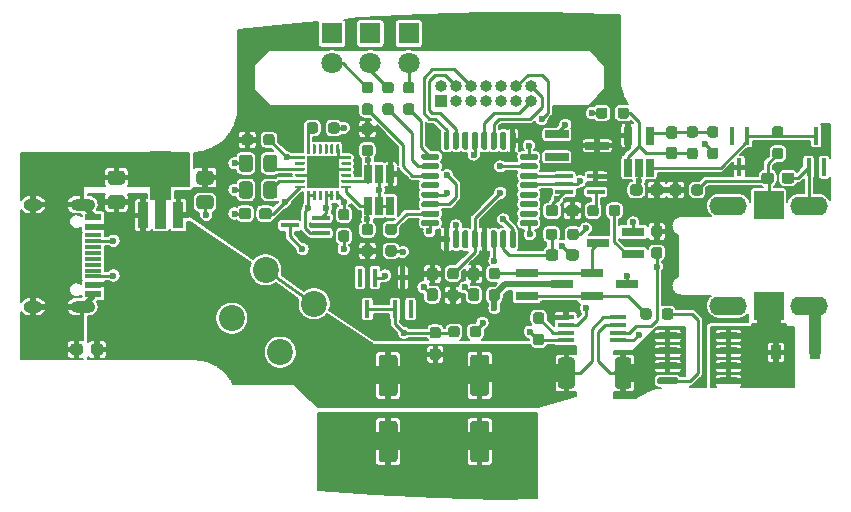
<source format=gtl>
G04 #@! TF.GenerationSoftware,KiCad,Pcbnew,(5.1.9)-1*
G04 #@! TF.CreationDate,2021-04-20T09:49:11+02:00*
G04 #@! TF.ProjectId,loeti,6c6f6574-692e-46b6-9963-61645f706362,rev?*
G04 #@! TF.SameCoordinates,Original*
G04 #@! TF.FileFunction,Copper,L1,Top*
G04 #@! TF.FilePolarity,Positive*
%FSLAX46Y46*%
G04 Gerber Fmt 4.6, Leading zero omitted, Abs format (unit mm)*
G04 Created by KiCad (PCBNEW (5.1.9)-1) date 2021-04-20 09:49:11*
%MOMM*%
%LPD*%
G01*
G04 APERTURE LIST*
G04 #@! TA.AperFunction,SMDPad,CuDef*
%ADD10R,1.450000X0.600000*%
G04 #@! TD*
G04 #@! TA.AperFunction,SMDPad,CuDef*
%ADD11R,1.450000X0.300000*%
G04 #@! TD*
G04 #@! TA.AperFunction,ComponentPad*
%ADD12O,2.100000X1.000000*%
G04 #@! TD*
G04 #@! TA.AperFunction,ComponentPad*
%ADD13O,1.600000X1.000000*%
G04 #@! TD*
G04 #@! TA.AperFunction,SMDPad,CuDef*
%ADD14R,2.000000X0.650000*%
G04 #@! TD*
G04 #@! TA.AperFunction,SMDPad,CuDef*
%ADD15R,0.450000X1.500000*%
G04 #@! TD*
G04 #@! TA.AperFunction,ComponentPad*
%ADD16C,2.200000*%
G04 #@! TD*
G04 #@! TA.AperFunction,SMDPad,CuDef*
%ADD17R,1.900000X0.800000*%
G04 #@! TD*
G04 #@! TA.AperFunction,ComponentPad*
%ADD18O,3.200000X1.600000*%
G04 #@! TD*
G04 #@! TA.AperFunction,SMDPad,CuDef*
%ADD19R,2.500000X2.430000*%
G04 #@! TD*
G04 #@! TA.AperFunction,SMDPad,CuDef*
%ADD20R,0.650000X1.560000*%
G04 #@! TD*
G04 #@! TA.AperFunction,SMDPad,CuDef*
%ADD21C,0.100000*%
G04 #@! TD*
G04 #@! TA.AperFunction,SMDPad,CuDef*
%ADD22R,0.900000X2.300000*%
G04 #@! TD*
G04 #@! TA.AperFunction,SMDPad,CuDef*
%ADD23R,1.500000X0.450000*%
G04 #@! TD*
G04 #@! TA.AperFunction,ComponentPad*
%ADD24C,1.800000*%
G04 #@! TD*
G04 #@! TA.AperFunction,ComponentPad*
%ADD25R,1.800000X1.800000*%
G04 #@! TD*
G04 #@! TA.AperFunction,SMDPad,CuDef*
%ADD26R,1.500000X0.400000*%
G04 #@! TD*
G04 #@! TA.AperFunction,SMDPad,CuDef*
%ADD27R,1.450000X0.450000*%
G04 #@! TD*
G04 #@! TA.AperFunction,SMDPad,CuDef*
%ADD28R,2.700000X2.700000*%
G04 #@! TD*
G04 #@! TA.AperFunction,ComponentPad*
%ADD29R,1.000000X1.000000*%
G04 #@! TD*
G04 #@! TA.AperFunction,ComponentPad*
%ADD30O,1.000000X1.000000*%
G04 #@! TD*
G04 #@! TA.AperFunction,SMDPad,CuDef*
%ADD31R,0.900000X1.200000*%
G04 #@! TD*
G04 #@! TA.AperFunction,ViaPad*
%ADD32C,0.600000*%
G04 #@! TD*
G04 #@! TA.AperFunction,Conductor*
%ADD33C,0.250000*%
G04 #@! TD*
G04 #@! TA.AperFunction,Conductor*
%ADD34C,0.500000*%
G04 #@! TD*
G04 #@! TA.AperFunction,Conductor*
%ADD35C,1.500000*%
G04 #@! TD*
G04 #@! TA.AperFunction,Conductor*
%ADD36C,1.000000*%
G04 #@! TD*
G04 #@! TA.AperFunction,Conductor*
%ADD37C,2.000000*%
G04 #@! TD*
G04 #@! TA.AperFunction,Conductor*
%ADD38C,0.200000*%
G04 #@! TD*
G04 #@! TA.AperFunction,Conductor*
%ADD39C,0.100000*%
G04 #@! TD*
G04 APERTURE END LIST*
D10*
X60295000Y25430000D03*
X60295000Y26230000D03*
X60295000Y31130000D03*
X60295000Y31930000D03*
X60295000Y31930000D03*
X60295000Y31130000D03*
X60295000Y26230000D03*
X60295000Y25430000D03*
D11*
X60295000Y30430000D03*
X60295000Y29930000D03*
X60295000Y29430000D03*
X60295000Y28430000D03*
X60295000Y27930000D03*
X60295000Y27430000D03*
X60295000Y26930000D03*
X60295000Y28930000D03*
D12*
X59380000Y24360000D03*
X59380000Y33000000D03*
D13*
X55200000Y33000000D03*
X55200000Y24360000D03*
D14*
X102960000Y38000000D03*
X99540000Y37050000D03*
X99540000Y38950000D03*
G04 #@! TA.AperFunction,SMDPad,CuDef*
G36*
G01*
X91325000Y22487500D02*
X91325000Y22012500D01*
G75*
G02*
X91087500Y21775000I-237500J0D01*
G01*
X90587500Y21775000D01*
G75*
G02*
X90350000Y22012500I0J237500D01*
G01*
X90350000Y22487500D01*
G75*
G02*
X90587500Y22725000I237500J0D01*
G01*
X91087500Y22725000D01*
G75*
G02*
X91325000Y22487500I0J-237500D01*
G01*
G37*
G04 #@! TD.AperFunction*
G04 #@! TA.AperFunction,SMDPad,CuDef*
G36*
G01*
X93150000Y22487500D02*
X93150000Y22012500D01*
G75*
G02*
X92912500Y21775000I-237500J0D01*
G01*
X92412500Y21775000D01*
G75*
G02*
X92175000Y22012500I0J237500D01*
G01*
X92175000Y22487500D01*
G75*
G02*
X92412500Y22725000I237500J0D01*
G01*
X92912500Y22725000D01*
G75*
G02*
X93150000Y22487500I0J-237500D01*
G01*
G37*
G04 #@! TD.AperFunction*
G04 #@! TA.AperFunction,SMDPad,CuDef*
G36*
G01*
X89012500Y20825000D02*
X89487500Y20825000D01*
G75*
G02*
X89725000Y20587500I0J-237500D01*
G01*
X89725000Y20087500D01*
G75*
G02*
X89487500Y19850000I-237500J0D01*
G01*
X89012500Y19850000D01*
G75*
G02*
X88775000Y20087500I0J237500D01*
G01*
X88775000Y20587500D01*
G75*
G02*
X89012500Y20825000I237500J0D01*
G01*
G37*
G04 #@! TD.AperFunction*
G04 #@! TA.AperFunction,SMDPad,CuDef*
G36*
G01*
X89012500Y22650000D02*
X89487500Y22650000D01*
G75*
G02*
X89725000Y22412500I0J-237500D01*
G01*
X89725000Y21912500D01*
G75*
G02*
X89487500Y21675000I-237500J0D01*
G01*
X89012500Y21675000D01*
G75*
G02*
X88775000Y21912500I0J237500D01*
G01*
X88775000Y22412500D01*
G75*
G02*
X89012500Y22650000I237500J0D01*
G01*
G37*
G04 #@! TD.AperFunction*
D15*
X83500000Y24170000D03*
X82850000Y26830000D03*
X84150000Y26830000D03*
X86500000Y26830000D03*
X87150000Y24170000D03*
X85850000Y24170000D03*
D16*
X76113939Y20518179D03*
X72018179Y23386061D03*
X78981821Y24613939D03*
X74886061Y27481821D03*
D17*
X105500000Y26250000D03*
X102500000Y25300000D03*
X102500000Y27200000D03*
D18*
X120870000Y32905000D03*
X114070000Y24455000D03*
X120870000Y24455000D03*
X114070000Y32905000D03*
D19*
X117470000Y32965000D03*
X117470000Y24395000D03*
D17*
X100000000Y26250000D03*
X97000000Y25300000D03*
X97000000Y27200000D03*
X103000000Y29750000D03*
X106000000Y30700000D03*
X106000000Y28800000D03*
D20*
X84500000Y35600000D03*
X83550000Y35600000D03*
X85450000Y35600000D03*
X85450000Y32900000D03*
X84500000Y32900000D03*
X83550000Y32900000D03*
G04 #@! TA.AperFunction,SMDPad,CuDef*
D21*
G36*
X66866500Y37550000D02*
G01*
X66866500Y33425000D01*
X66450000Y33425000D01*
X66450000Y30950000D01*
X65550000Y30950000D01*
X65550000Y33425000D01*
X65133500Y33425000D01*
X65133500Y37550000D01*
X66866500Y37550000D01*
G37*
G04 #@! TD.AperFunction*
D22*
X67500000Y32100000D03*
X64500000Y32100000D03*
D15*
X121500000Y38830000D03*
X122150000Y36170000D03*
X120850000Y36170000D03*
X115000000Y36170000D03*
X114350000Y38830000D03*
X115650000Y38830000D03*
D23*
X76920000Y31250000D03*
X79580000Y31900000D03*
X79580000Y30600000D03*
G04 #@! TA.AperFunction,SMDPad,CuDef*
G36*
G01*
X100425000Y30262500D02*
X100425000Y30737500D01*
G75*
G02*
X100662500Y30975000I237500J0D01*
G01*
X101162500Y30975000D01*
G75*
G02*
X101400000Y30737500I0J-237500D01*
G01*
X101400000Y30262500D01*
G75*
G02*
X101162500Y30025000I-237500J0D01*
G01*
X100662500Y30025000D01*
G75*
G02*
X100425000Y30262500I0J237500D01*
G01*
G37*
G04 #@! TD.AperFunction*
G04 #@! TA.AperFunction,SMDPad,CuDef*
G36*
G01*
X98600000Y30262500D02*
X98600000Y30737500D01*
G75*
G02*
X98837500Y30975000I237500J0D01*
G01*
X99337500Y30975000D01*
G75*
G02*
X99575000Y30737500I0J-237500D01*
G01*
X99575000Y30262500D01*
G75*
G02*
X99337500Y30025000I-237500J0D01*
G01*
X98837500Y30025000D01*
G75*
G02*
X98600000Y30262500I0J237500D01*
G01*
G37*
G04 #@! TD.AperFunction*
G04 #@! TA.AperFunction,SMDPad,CuDef*
G36*
G01*
X100325000Y28512500D02*
X100325000Y28987500D01*
G75*
G02*
X100562500Y29225000I237500J0D01*
G01*
X101162500Y29225000D01*
G75*
G02*
X101400000Y28987500I0J-237500D01*
G01*
X101400000Y28512500D01*
G75*
G02*
X101162500Y28275000I-237500J0D01*
G01*
X100562500Y28275000D01*
G75*
G02*
X100325000Y28512500I0J237500D01*
G01*
G37*
G04 #@! TD.AperFunction*
G04 #@! TA.AperFunction,SMDPad,CuDef*
G36*
G01*
X98600000Y28512500D02*
X98600000Y28987500D01*
G75*
G02*
X98837500Y29225000I237500J0D01*
G01*
X99437500Y29225000D01*
G75*
G02*
X99675000Y28987500I0J-237500D01*
G01*
X99675000Y28512500D01*
G75*
G02*
X99437500Y28275000I-237500J0D01*
G01*
X98837500Y28275000D01*
G75*
G02*
X98600000Y28512500I0J237500D01*
G01*
G37*
G04 #@! TD.AperFunction*
D24*
X80500000Y44960000D03*
D25*
X80500000Y47500000D03*
D24*
X83750000Y44960000D03*
D25*
X83750000Y47500000D03*
D24*
X87000000Y44960000D03*
D25*
X87000000Y47500000D03*
G04 #@! TA.AperFunction,SMDPad,CuDef*
G36*
G01*
X90325000Y29325000D02*
X90075000Y29325000D01*
G75*
G02*
X89950000Y29450000I0J125000D01*
G01*
X89950000Y30700000D01*
G75*
G02*
X90075000Y30825000I125000J0D01*
G01*
X90325000Y30825000D01*
G75*
G02*
X90450000Y30700000I0J-125000D01*
G01*
X90450000Y29450000D01*
G75*
G02*
X90325000Y29325000I-125000J0D01*
G01*
G37*
G04 #@! TD.AperFunction*
G04 #@! TA.AperFunction,SMDPad,CuDef*
G36*
G01*
X91125000Y29325000D02*
X90875000Y29325000D01*
G75*
G02*
X90750000Y29450000I0J125000D01*
G01*
X90750000Y30700000D01*
G75*
G02*
X90875000Y30825000I125000J0D01*
G01*
X91125000Y30825000D01*
G75*
G02*
X91250000Y30700000I0J-125000D01*
G01*
X91250000Y29450000D01*
G75*
G02*
X91125000Y29325000I-125000J0D01*
G01*
G37*
G04 #@! TD.AperFunction*
G04 #@! TA.AperFunction,SMDPad,CuDef*
G36*
G01*
X91925000Y29325000D02*
X91675000Y29325000D01*
G75*
G02*
X91550000Y29450000I0J125000D01*
G01*
X91550000Y30700000D01*
G75*
G02*
X91675000Y30825000I125000J0D01*
G01*
X91925000Y30825000D01*
G75*
G02*
X92050000Y30700000I0J-125000D01*
G01*
X92050000Y29450000D01*
G75*
G02*
X91925000Y29325000I-125000J0D01*
G01*
G37*
G04 #@! TD.AperFunction*
G04 #@! TA.AperFunction,SMDPad,CuDef*
G36*
G01*
X92725000Y29325000D02*
X92475000Y29325000D01*
G75*
G02*
X92350000Y29450000I0J125000D01*
G01*
X92350000Y30700000D01*
G75*
G02*
X92475000Y30825000I125000J0D01*
G01*
X92725000Y30825000D01*
G75*
G02*
X92850000Y30700000I0J-125000D01*
G01*
X92850000Y29450000D01*
G75*
G02*
X92725000Y29325000I-125000J0D01*
G01*
G37*
G04 #@! TD.AperFunction*
G04 #@! TA.AperFunction,SMDPad,CuDef*
G36*
G01*
X93525000Y29325000D02*
X93275000Y29325000D01*
G75*
G02*
X93150000Y29450000I0J125000D01*
G01*
X93150000Y30700000D01*
G75*
G02*
X93275000Y30825000I125000J0D01*
G01*
X93525000Y30825000D01*
G75*
G02*
X93650000Y30700000I0J-125000D01*
G01*
X93650000Y29450000D01*
G75*
G02*
X93525000Y29325000I-125000J0D01*
G01*
G37*
G04 #@! TD.AperFunction*
G04 #@! TA.AperFunction,SMDPad,CuDef*
G36*
G01*
X94325000Y29325000D02*
X94075000Y29325000D01*
G75*
G02*
X93950000Y29450000I0J125000D01*
G01*
X93950000Y30700000D01*
G75*
G02*
X94075000Y30825000I125000J0D01*
G01*
X94325000Y30825000D01*
G75*
G02*
X94450000Y30700000I0J-125000D01*
G01*
X94450000Y29450000D01*
G75*
G02*
X94325000Y29325000I-125000J0D01*
G01*
G37*
G04 #@! TD.AperFunction*
G04 #@! TA.AperFunction,SMDPad,CuDef*
G36*
G01*
X95125000Y29325000D02*
X94875000Y29325000D01*
G75*
G02*
X94750000Y29450000I0J125000D01*
G01*
X94750000Y30700000D01*
G75*
G02*
X94875000Y30825000I125000J0D01*
G01*
X95125000Y30825000D01*
G75*
G02*
X95250000Y30700000I0J-125000D01*
G01*
X95250000Y29450000D01*
G75*
G02*
X95125000Y29325000I-125000J0D01*
G01*
G37*
G04 #@! TD.AperFunction*
G04 #@! TA.AperFunction,SMDPad,CuDef*
G36*
G01*
X95925000Y29325000D02*
X95675000Y29325000D01*
G75*
G02*
X95550000Y29450000I0J125000D01*
G01*
X95550000Y30700000D01*
G75*
G02*
X95675000Y30825000I125000J0D01*
G01*
X95925000Y30825000D01*
G75*
G02*
X96050000Y30700000I0J-125000D01*
G01*
X96050000Y29450000D01*
G75*
G02*
X95925000Y29325000I-125000J0D01*
G01*
G37*
G04 #@! TD.AperFunction*
G04 #@! TA.AperFunction,SMDPad,CuDef*
G36*
G01*
X97800000Y31200000D02*
X96550000Y31200000D01*
G75*
G02*
X96425000Y31325000I0J125000D01*
G01*
X96425000Y31575000D01*
G75*
G02*
X96550000Y31700000I125000J0D01*
G01*
X97800000Y31700000D01*
G75*
G02*
X97925000Y31575000I0J-125000D01*
G01*
X97925000Y31325000D01*
G75*
G02*
X97800000Y31200000I-125000J0D01*
G01*
G37*
G04 #@! TD.AperFunction*
G04 #@! TA.AperFunction,SMDPad,CuDef*
G36*
G01*
X97800000Y32000000D02*
X96550000Y32000000D01*
G75*
G02*
X96425000Y32125000I0J125000D01*
G01*
X96425000Y32375000D01*
G75*
G02*
X96550000Y32500000I125000J0D01*
G01*
X97800000Y32500000D01*
G75*
G02*
X97925000Y32375000I0J-125000D01*
G01*
X97925000Y32125000D01*
G75*
G02*
X97800000Y32000000I-125000J0D01*
G01*
G37*
G04 #@! TD.AperFunction*
G04 #@! TA.AperFunction,SMDPad,CuDef*
G36*
G01*
X97800000Y32800000D02*
X96550000Y32800000D01*
G75*
G02*
X96425000Y32925000I0J125000D01*
G01*
X96425000Y33175000D01*
G75*
G02*
X96550000Y33300000I125000J0D01*
G01*
X97800000Y33300000D01*
G75*
G02*
X97925000Y33175000I0J-125000D01*
G01*
X97925000Y32925000D01*
G75*
G02*
X97800000Y32800000I-125000J0D01*
G01*
G37*
G04 #@! TD.AperFunction*
G04 #@! TA.AperFunction,SMDPad,CuDef*
G36*
G01*
X97800000Y33600000D02*
X96550000Y33600000D01*
G75*
G02*
X96425000Y33725000I0J125000D01*
G01*
X96425000Y33975000D01*
G75*
G02*
X96550000Y34100000I125000J0D01*
G01*
X97800000Y34100000D01*
G75*
G02*
X97925000Y33975000I0J-125000D01*
G01*
X97925000Y33725000D01*
G75*
G02*
X97800000Y33600000I-125000J0D01*
G01*
G37*
G04 #@! TD.AperFunction*
G04 #@! TA.AperFunction,SMDPad,CuDef*
G36*
G01*
X97800000Y34400000D02*
X96550000Y34400000D01*
G75*
G02*
X96425000Y34525000I0J125000D01*
G01*
X96425000Y34775000D01*
G75*
G02*
X96550000Y34900000I125000J0D01*
G01*
X97800000Y34900000D01*
G75*
G02*
X97925000Y34775000I0J-125000D01*
G01*
X97925000Y34525000D01*
G75*
G02*
X97800000Y34400000I-125000J0D01*
G01*
G37*
G04 #@! TD.AperFunction*
G04 #@! TA.AperFunction,SMDPad,CuDef*
G36*
G01*
X97800000Y35200000D02*
X96550000Y35200000D01*
G75*
G02*
X96425000Y35325000I0J125000D01*
G01*
X96425000Y35575000D01*
G75*
G02*
X96550000Y35700000I125000J0D01*
G01*
X97800000Y35700000D01*
G75*
G02*
X97925000Y35575000I0J-125000D01*
G01*
X97925000Y35325000D01*
G75*
G02*
X97800000Y35200000I-125000J0D01*
G01*
G37*
G04 #@! TD.AperFunction*
G04 #@! TA.AperFunction,SMDPad,CuDef*
G36*
G01*
X97800000Y36000000D02*
X96550000Y36000000D01*
G75*
G02*
X96425000Y36125000I0J125000D01*
G01*
X96425000Y36375000D01*
G75*
G02*
X96550000Y36500000I125000J0D01*
G01*
X97800000Y36500000D01*
G75*
G02*
X97925000Y36375000I0J-125000D01*
G01*
X97925000Y36125000D01*
G75*
G02*
X97800000Y36000000I-125000J0D01*
G01*
G37*
G04 #@! TD.AperFunction*
G04 #@! TA.AperFunction,SMDPad,CuDef*
G36*
G01*
X97800000Y36800000D02*
X96550000Y36800000D01*
G75*
G02*
X96425000Y36925000I0J125000D01*
G01*
X96425000Y37175000D01*
G75*
G02*
X96550000Y37300000I125000J0D01*
G01*
X97800000Y37300000D01*
G75*
G02*
X97925000Y37175000I0J-125000D01*
G01*
X97925000Y36925000D01*
G75*
G02*
X97800000Y36800000I-125000J0D01*
G01*
G37*
G04 #@! TD.AperFunction*
G04 #@! TA.AperFunction,SMDPad,CuDef*
G36*
G01*
X95925000Y37675000D02*
X95675000Y37675000D01*
G75*
G02*
X95550000Y37800000I0J125000D01*
G01*
X95550000Y39050000D01*
G75*
G02*
X95675000Y39175000I125000J0D01*
G01*
X95925000Y39175000D01*
G75*
G02*
X96050000Y39050000I0J-125000D01*
G01*
X96050000Y37800000D01*
G75*
G02*
X95925000Y37675000I-125000J0D01*
G01*
G37*
G04 #@! TD.AperFunction*
G04 #@! TA.AperFunction,SMDPad,CuDef*
G36*
G01*
X95125000Y37675000D02*
X94875000Y37675000D01*
G75*
G02*
X94750000Y37800000I0J125000D01*
G01*
X94750000Y39050000D01*
G75*
G02*
X94875000Y39175000I125000J0D01*
G01*
X95125000Y39175000D01*
G75*
G02*
X95250000Y39050000I0J-125000D01*
G01*
X95250000Y37800000D01*
G75*
G02*
X95125000Y37675000I-125000J0D01*
G01*
G37*
G04 #@! TD.AperFunction*
G04 #@! TA.AperFunction,SMDPad,CuDef*
G36*
G01*
X94325000Y37675000D02*
X94075000Y37675000D01*
G75*
G02*
X93950000Y37800000I0J125000D01*
G01*
X93950000Y39050000D01*
G75*
G02*
X94075000Y39175000I125000J0D01*
G01*
X94325000Y39175000D01*
G75*
G02*
X94450000Y39050000I0J-125000D01*
G01*
X94450000Y37800000D01*
G75*
G02*
X94325000Y37675000I-125000J0D01*
G01*
G37*
G04 #@! TD.AperFunction*
G04 #@! TA.AperFunction,SMDPad,CuDef*
G36*
G01*
X93525000Y37675000D02*
X93275000Y37675000D01*
G75*
G02*
X93150000Y37800000I0J125000D01*
G01*
X93150000Y39050000D01*
G75*
G02*
X93275000Y39175000I125000J0D01*
G01*
X93525000Y39175000D01*
G75*
G02*
X93650000Y39050000I0J-125000D01*
G01*
X93650000Y37800000D01*
G75*
G02*
X93525000Y37675000I-125000J0D01*
G01*
G37*
G04 #@! TD.AperFunction*
G04 #@! TA.AperFunction,SMDPad,CuDef*
G36*
G01*
X92725000Y37675000D02*
X92475000Y37675000D01*
G75*
G02*
X92350000Y37800000I0J125000D01*
G01*
X92350000Y39050000D01*
G75*
G02*
X92475000Y39175000I125000J0D01*
G01*
X92725000Y39175000D01*
G75*
G02*
X92850000Y39050000I0J-125000D01*
G01*
X92850000Y37800000D01*
G75*
G02*
X92725000Y37675000I-125000J0D01*
G01*
G37*
G04 #@! TD.AperFunction*
G04 #@! TA.AperFunction,SMDPad,CuDef*
G36*
G01*
X91925000Y37675000D02*
X91675000Y37675000D01*
G75*
G02*
X91550000Y37800000I0J125000D01*
G01*
X91550000Y39050000D01*
G75*
G02*
X91675000Y39175000I125000J0D01*
G01*
X91925000Y39175000D01*
G75*
G02*
X92050000Y39050000I0J-125000D01*
G01*
X92050000Y37800000D01*
G75*
G02*
X91925000Y37675000I-125000J0D01*
G01*
G37*
G04 #@! TD.AperFunction*
G04 #@! TA.AperFunction,SMDPad,CuDef*
G36*
G01*
X91125000Y37675000D02*
X90875000Y37675000D01*
G75*
G02*
X90750000Y37800000I0J125000D01*
G01*
X90750000Y39050000D01*
G75*
G02*
X90875000Y39175000I125000J0D01*
G01*
X91125000Y39175000D01*
G75*
G02*
X91250000Y39050000I0J-125000D01*
G01*
X91250000Y37800000D01*
G75*
G02*
X91125000Y37675000I-125000J0D01*
G01*
G37*
G04 #@! TD.AperFunction*
G04 #@! TA.AperFunction,SMDPad,CuDef*
G36*
G01*
X90325000Y37675000D02*
X90075000Y37675000D01*
G75*
G02*
X89950000Y37800000I0J125000D01*
G01*
X89950000Y39050000D01*
G75*
G02*
X90075000Y39175000I125000J0D01*
G01*
X90325000Y39175000D01*
G75*
G02*
X90450000Y39050000I0J-125000D01*
G01*
X90450000Y37800000D01*
G75*
G02*
X90325000Y37675000I-125000J0D01*
G01*
G37*
G04 #@! TD.AperFunction*
G04 #@! TA.AperFunction,SMDPad,CuDef*
G36*
G01*
X89450000Y36800000D02*
X88200000Y36800000D01*
G75*
G02*
X88075000Y36925000I0J125000D01*
G01*
X88075000Y37175000D01*
G75*
G02*
X88200000Y37300000I125000J0D01*
G01*
X89450000Y37300000D01*
G75*
G02*
X89575000Y37175000I0J-125000D01*
G01*
X89575000Y36925000D01*
G75*
G02*
X89450000Y36800000I-125000J0D01*
G01*
G37*
G04 #@! TD.AperFunction*
G04 #@! TA.AperFunction,SMDPad,CuDef*
G36*
G01*
X89450000Y36000000D02*
X88200000Y36000000D01*
G75*
G02*
X88075000Y36125000I0J125000D01*
G01*
X88075000Y36375000D01*
G75*
G02*
X88200000Y36500000I125000J0D01*
G01*
X89450000Y36500000D01*
G75*
G02*
X89575000Y36375000I0J-125000D01*
G01*
X89575000Y36125000D01*
G75*
G02*
X89450000Y36000000I-125000J0D01*
G01*
G37*
G04 #@! TD.AperFunction*
G04 #@! TA.AperFunction,SMDPad,CuDef*
G36*
G01*
X89450000Y35200000D02*
X88200000Y35200000D01*
G75*
G02*
X88075000Y35325000I0J125000D01*
G01*
X88075000Y35575000D01*
G75*
G02*
X88200000Y35700000I125000J0D01*
G01*
X89450000Y35700000D01*
G75*
G02*
X89575000Y35575000I0J-125000D01*
G01*
X89575000Y35325000D01*
G75*
G02*
X89450000Y35200000I-125000J0D01*
G01*
G37*
G04 #@! TD.AperFunction*
G04 #@! TA.AperFunction,SMDPad,CuDef*
G36*
G01*
X89450000Y34400000D02*
X88200000Y34400000D01*
G75*
G02*
X88075000Y34525000I0J125000D01*
G01*
X88075000Y34775000D01*
G75*
G02*
X88200000Y34900000I125000J0D01*
G01*
X89450000Y34900000D01*
G75*
G02*
X89575000Y34775000I0J-125000D01*
G01*
X89575000Y34525000D01*
G75*
G02*
X89450000Y34400000I-125000J0D01*
G01*
G37*
G04 #@! TD.AperFunction*
G04 #@! TA.AperFunction,SMDPad,CuDef*
G36*
G01*
X89450000Y33600000D02*
X88200000Y33600000D01*
G75*
G02*
X88075000Y33725000I0J125000D01*
G01*
X88075000Y33975000D01*
G75*
G02*
X88200000Y34100000I125000J0D01*
G01*
X89450000Y34100000D01*
G75*
G02*
X89575000Y33975000I0J-125000D01*
G01*
X89575000Y33725000D01*
G75*
G02*
X89450000Y33600000I-125000J0D01*
G01*
G37*
G04 #@! TD.AperFunction*
G04 #@! TA.AperFunction,SMDPad,CuDef*
G36*
G01*
X89450000Y32800000D02*
X88200000Y32800000D01*
G75*
G02*
X88075000Y32925000I0J125000D01*
G01*
X88075000Y33175000D01*
G75*
G02*
X88200000Y33300000I125000J0D01*
G01*
X89450000Y33300000D01*
G75*
G02*
X89575000Y33175000I0J-125000D01*
G01*
X89575000Y32925000D01*
G75*
G02*
X89450000Y32800000I-125000J0D01*
G01*
G37*
G04 #@! TD.AperFunction*
G04 #@! TA.AperFunction,SMDPad,CuDef*
G36*
G01*
X89450000Y32000000D02*
X88200000Y32000000D01*
G75*
G02*
X88075000Y32125000I0J125000D01*
G01*
X88075000Y32375000D01*
G75*
G02*
X88200000Y32500000I125000J0D01*
G01*
X89450000Y32500000D01*
G75*
G02*
X89575000Y32375000I0J-125000D01*
G01*
X89575000Y32125000D01*
G75*
G02*
X89450000Y32000000I-125000J0D01*
G01*
G37*
G04 #@! TD.AperFunction*
G04 #@! TA.AperFunction,SMDPad,CuDef*
G36*
G01*
X89450000Y31200000D02*
X88200000Y31200000D01*
G75*
G02*
X88075000Y31325000I0J125000D01*
G01*
X88075000Y31575000D01*
G75*
G02*
X88200000Y31700000I125000J0D01*
G01*
X89450000Y31700000D01*
G75*
G02*
X89575000Y31575000I0J-125000D01*
G01*
X89575000Y31325000D01*
G75*
G02*
X89450000Y31200000I-125000J0D01*
G01*
G37*
G04 #@! TD.AperFunction*
D26*
X102830000Y35400000D03*
X102830000Y34100000D03*
X100170000Y34100000D03*
X100170000Y34750000D03*
X100170000Y35400000D03*
D27*
X104700000Y23475000D03*
X104700000Y22825000D03*
X104700000Y22175000D03*
X104700000Y21525000D03*
X100300000Y21525000D03*
X100300000Y22175000D03*
X100300000Y22825000D03*
X100300000Y23475000D03*
G04 #@! TA.AperFunction,SMDPad,CuDef*
G36*
G01*
X108425000Y23512500D02*
X108425000Y23987500D01*
G75*
G02*
X108662500Y24225000I237500J0D01*
G01*
X109162500Y24225000D01*
G75*
G02*
X109400000Y23987500I0J-237500D01*
G01*
X109400000Y23512500D01*
G75*
G02*
X109162500Y23275000I-237500J0D01*
G01*
X108662500Y23275000D01*
G75*
G02*
X108425000Y23512500I0J237500D01*
G01*
G37*
G04 #@! TD.AperFunction*
G04 #@! TA.AperFunction,SMDPad,CuDef*
G36*
G01*
X106600000Y23512500D02*
X106600000Y23987500D01*
G75*
G02*
X106837500Y24225000I237500J0D01*
G01*
X107337500Y24225000D01*
G75*
G02*
X107575000Y23987500I0J-237500D01*
G01*
X107575000Y23512500D01*
G75*
G02*
X107337500Y23275000I-237500J0D01*
G01*
X106837500Y23275000D01*
G75*
G02*
X106600000Y23512500I0J237500D01*
G01*
G37*
G04 #@! TD.AperFunction*
G04 #@! TA.AperFunction,SMDPad,CuDef*
G36*
G01*
X98237500Y22925000D02*
X97762500Y22925000D01*
G75*
G02*
X97525000Y23162500I0J237500D01*
G01*
X97525000Y23662500D01*
G75*
G02*
X97762500Y23900000I237500J0D01*
G01*
X98237500Y23900000D01*
G75*
G02*
X98475000Y23662500I0J-237500D01*
G01*
X98475000Y23162500D01*
G75*
G02*
X98237500Y22925000I-237500J0D01*
G01*
G37*
G04 #@! TD.AperFunction*
G04 #@! TA.AperFunction,SMDPad,CuDef*
G36*
G01*
X98237500Y21100000D02*
X97762500Y21100000D01*
G75*
G02*
X97525000Y21337500I0J237500D01*
G01*
X97525000Y21837500D01*
G75*
G02*
X97762500Y22075000I237500J0D01*
G01*
X98237500Y22075000D01*
G75*
G02*
X98475000Y21837500I0J-237500D01*
G01*
X98475000Y21337500D01*
G75*
G02*
X98237500Y21100000I-237500J0D01*
G01*
G37*
G04 #@! TD.AperFunction*
G04 #@! TA.AperFunction,SMDPad,CuDef*
G36*
G01*
X108237500Y30262500D02*
X107762500Y30262500D01*
G75*
G02*
X107525000Y30500000I0J237500D01*
G01*
X107525000Y31000000D01*
G75*
G02*
X107762500Y31237500I237500J0D01*
G01*
X108237500Y31237500D01*
G75*
G02*
X108475000Y31000000I0J-237500D01*
G01*
X108475000Y30500000D01*
G75*
G02*
X108237500Y30262500I-237500J0D01*
G01*
G37*
G04 #@! TD.AperFunction*
G04 #@! TA.AperFunction,SMDPad,CuDef*
G36*
G01*
X108237500Y28437500D02*
X107762500Y28437500D01*
G75*
G02*
X107525000Y28675000I0J237500D01*
G01*
X107525000Y29175000D01*
G75*
G02*
X107762500Y29412500I237500J0D01*
G01*
X108237500Y29412500D01*
G75*
G02*
X108475000Y29175000I0J-237500D01*
G01*
X108475000Y28675000D01*
G75*
G02*
X108237500Y28437500I-237500J0D01*
G01*
G37*
G04 #@! TD.AperFunction*
G04 #@! TA.AperFunction,SMDPad,CuDef*
G36*
G01*
X112512500Y37825000D02*
X112987500Y37825000D01*
G75*
G02*
X113225000Y37587500I0J-237500D01*
G01*
X113225000Y37087500D01*
G75*
G02*
X112987500Y36850000I-237500J0D01*
G01*
X112512500Y36850000D01*
G75*
G02*
X112275000Y37087500I0J237500D01*
G01*
X112275000Y37587500D01*
G75*
G02*
X112512500Y37825000I237500J0D01*
G01*
G37*
G04 #@! TD.AperFunction*
G04 #@! TA.AperFunction,SMDPad,CuDef*
G36*
G01*
X112512500Y39650000D02*
X112987500Y39650000D01*
G75*
G02*
X113225000Y39412500I0J-237500D01*
G01*
X113225000Y38912500D01*
G75*
G02*
X112987500Y38675000I-237500J0D01*
G01*
X112512500Y38675000D01*
G75*
G02*
X112275000Y38912500I0J237500D01*
G01*
X112275000Y39412500D01*
G75*
G02*
X112512500Y39650000I237500J0D01*
G01*
G37*
G04 #@! TD.AperFunction*
G04 #@! TA.AperFunction,SMDPad,CuDef*
G36*
G01*
X104675000Y40512500D02*
X104675000Y40987500D01*
G75*
G02*
X104912500Y41225000I237500J0D01*
G01*
X105412500Y41225000D01*
G75*
G02*
X105650000Y40987500I0J-237500D01*
G01*
X105650000Y40512500D01*
G75*
G02*
X105412500Y40275000I-237500J0D01*
G01*
X104912500Y40275000D01*
G75*
G02*
X104675000Y40512500I0J237500D01*
G01*
G37*
G04 #@! TD.AperFunction*
G04 #@! TA.AperFunction,SMDPad,CuDef*
G36*
G01*
X102850000Y40512500D02*
X102850000Y40987500D01*
G75*
G02*
X103087500Y41225000I237500J0D01*
G01*
X103587500Y41225000D01*
G75*
G02*
X103825000Y40987500I0J-237500D01*
G01*
X103825000Y40512500D01*
G75*
G02*
X103587500Y40275000I-237500J0D01*
G01*
X103087500Y40275000D01*
G75*
G02*
X102850000Y40512500I0J237500D01*
G01*
G37*
G04 #@! TD.AperFunction*
G04 #@! TA.AperFunction,SMDPad,CuDef*
G36*
G01*
X118487500Y38675000D02*
X118012500Y38675000D01*
G75*
G02*
X117775000Y38912500I0J237500D01*
G01*
X117775000Y39412500D01*
G75*
G02*
X118012500Y39650000I237500J0D01*
G01*
X118487500Y39650000D01*
G75*
G02*
X118725000Y39412500I0J-237500D01*
G01*
X118725000Y38912500D01*
G75*
G02*
X118487500Y38675000I-237500J0D01*
G01*
G37*
G04 #@! TD.AperFunction*
G04 #@! TA.AperFunction,SMDPad,CuDef*
G36*
G01*
X118487500Y36850000D02*
X118012500Y36850000D01*
G75*
G02*
X117775000Y37087500I0J237500D01*
G01*
X117775000Y37587500D01*
G75*
G02*
X118012500Y37825000I237500J0D01*
G01*
X118487500Y37825000D01*
G75*
G02*
X118725000Y37587500I0J-237500D01*
G01*
X118725000Y37087500D01*
G75*
G02*
X118487500Y36850000I-237500J0D01*
G01*
G37*
G04 #@! TD.AperFunction*
G04 #@! TA.AperFunction,SMDPad,CuDef*
G36*
G01*
X110925000Y34012500D02*
X110925000Y34487500D01*
G75*
G02*
X111162500Y34725000I237500J0D01*
G01*
X111662500Y34725000D01*
G75*
G02*
X111900000Y34487500I0J-237500D01*
G01*
X111900000Y34012500D01*
G75*
G02*
X111662500Y33775000I-237500J0D01*
G01*
X111162500Y33775000D01*
G75*
G02*
X110925000Y34012500I0J237500D01*
G01*
G37*
G04 #@! TD.AperFunction*
G04 #@! TA.AperFunction,SMDPad,CuDef*
G36*
G01*
X109100000Y34012500D02*
X109100000Y34487500D01*
G75*
G02*
X109337500Y34725000I237500J0D01*
G01*
X109837500Y34725000D01*
G75*
G02*
X110075000Y34487500I0J-237500D01*
G01*
X110075000Y34012500D01*
G75*
G02*
X109837500Y33775000I-237500J0D01*
G01*
X109337500Y33775000D01*
G75*
G02*
X109100000Y34012500I0J237500D01*
G01*
G37*
G04 #@! TD.AperFunction*
G04 #@! TA.AperFunction,SMDPad,CuDef*
G36*
G01*
X83262500Y41575000D02*
X83737500Y41575000D01*
G75*
G02*
X83975000Y41337500I0J-237500D01*
G01*
X83975000Y40837500D01*
G75*
G02*
X83737500Y40600000I-237500J0D01*
G01*
X83262500Y40600000D01*
G75*
G02*
X83025000Y40837500I0J237500D01*
G01*
X83025000Y41337500D01*
G75*
G02*
X83262500Y41575000I237500J0D01*
G01*
G37*
G04 #@! TD.AperFunction*
G04 #@! TA.AperFunction,SMDPad,CuDef*
G36*
G01*
X83262500Y43400000D02*
X83737500Y43400000D01*
G75*
G02*
X83975000Y43162500I0J-237500D01*
G01*
X83975000Y42662500D01*
G75*
G02*
X83737500Y42425000I-237500J0D01*
G01*
X83262500Y42425000D01*
G75*
G02*
X83025000Y42662500I0J237500D01*
G01*
X83025000Y43162500D01*
G75*
G02*
X83262500Y43400000I237500J0D01*
G01*
G37*
G04 #@! TD.AperFunction*
G04 #@! TA.AperFunction,SMDPad,CuDef*
G36*
G01*
X85012500Y41575000D02*
X85487500Y41575000D01*
G75*
G02*
X85725000Y41337500I0J-237500D01*
G01*
X85725000Y40837500D01*
G75*
G02*
X85487500Y40600000I-237500J0D01*
G01*
X85012500Y40600000D01*
G75*
G02*
X84775000Y40837500I0J237500D01*
G01*
X84775000Y41337500D01*
G75*
G02*
X85012500Y41575000I237500J0D01*
G01*
G37*
G04 #@! TD.AperFunction*
G04 #@! TA.AperFunction,SMDPad,CuDef*
G36*
G01*
X85012500Y43400000D02*
X85487500Y43400000D01*
G75*
G02*
X85725000Y43162500I0J-237500D01*
G01*
X85725000Y42662500D01*
G75*
G02*
X85487500Y42425000I-237500J0D01*
G01*
X85012500Y42425000D01*
G75*
G02*
X84775000Y42662500I0J237500D01*
G01*
X84775000Y43162500D01*
G75*
G02*
X85012500Y43400000I237500J0D01*
G01*
G37*
G04 #@! TD.AperFunction*
G04 #@! TA.AperFunction,SMDPad,CuDef*
G36*
G01*
X86762500Y43400000D02*
X87237500Y43400000D01*
G75*
G02*
X87475000Y43162500I0J-237500D01*
G01*
X87475000Y42662500D01*
G75*
G02*
X87237500Y42425000I-237500J0D01*
G01*
X86762500Y42425000D01*
G75*
G02*
X86525000Y42662500I0J237500D01*
G01*
X86525000Y43162500D01*
G75*
G02*
X86762500Y43400000I237500J0D01*
G01*
G37*
G04 #@! TD.AperFunction*
G04 #@! TA.AperFunction,SMDPad,CuDef*
G36*
G01*
X86762500Y41575000D02*
X87237500Y41575000D01*
G75*
G02*
X87475000Y41337500I0J-237500D01*
G01*
X87475000Y40837500D01*
G75*
G02*
X87237500Y40600000I-237500J0D01*
G01*
X86762500Y40600000D01*
G75*
G02*
X86525000Y40837500I0J237500D01*
G01*
X86525000Y41337500D01*
G75*
G02*
X86762500Y41575000I237500J0D01*
G01*
G37*
G04 #@! TD.AperFunction*
G04 #@! TA.AperFunction,SMDPad,CuDef*
G36*
G01*
X106812500Y34487500D02*
X106812500Y34012500D01*
G75*
G02*
X106575000Y33775000I-237500J0D01*
G01*
X105975000Y33775000D01*
G75*
G02*
X105737500Y34012500I0J237500D01*
G01*
X105737500Y34487500D01*
G75*
G02*
X105975000Y34725000I237500J0D01*
G01*
X106575000Y34725000D01*
G75*
G02*
X106812500Y34487500I0J-237500D01*
G01*
G37*
G04 #@! TD.AperFunction*
G04 #@! TA.AperFunction,SMDPad,CuDef*
G36*
G01*
X108537500Y34487500D02*
X108537500Y34012500D01*
G75*
G02*
X108300000Y33775000I-237500J0D01*
G01*
X107700000Y33775000D01*
G75*
G02*
X107462500Y34012500I0J237500D01*
G01*
X107462500Y34487500D01*
G75*
G02*
X107700000Y34725000I237500J0D01*
G01*
X108300000Y34725000D01*
G75*
G02*
X108537500Y34487500I0J-237500D01*
G01*
G37*
G04 #@! TD.AperFunction*
G04 #@! TA.AperFunction,SMDPad,CuDef*
G36*
G01*
X84700000Y14700000D02*
X85800000Y14700000D01*
G75*
G02*
X86050000Y14450000I0J-250000D01*
G01*
X86050000Y11450000D01*
G75*
G02*
X85800000Y11200000I-250000J0D01*
G01*
X84700000Y11200000D01*
G75*
G02*
X84450000Y11450000I0J250000D01*
G01*
X84450000Y14450000D01*
G75*
G02*
X84700000Y14700000I250000J0D01*
G01*
G37*
G04 #@! TD.AperFunction*
G04 #@! TA.AperFunction,SMDPad,CuDef*
G36*
G01*
X84700000Y20300000D02*
X85800000Y20300000D01*
G75*
G02*
X86050000Y20050000I0J-250000D01*
G01*
X86050000Y17050000D01*
G75*
G02*
X85800000Y16800000I-250000J0D01*
G01*
X84700000Y16800000D01*
G75*
G02*
X84450000Y17050000I0J250000D01*
G01*
X84450000Y20050000D01*
G75*
G02*
X84700000Y20300000I250000J0D01*
G01*
G37*
G04 #@! TD.AperFunction*
D20*
X105550000Y38850000D03*
X107450000Y38850000D03*
X107450000Y36150000D03*
X106500000Y36150000D03*
X105550000Y36150000D03*
G04 #@! TA.AperFunction,SMDPad,CuDef*
G36*
G01*
X92450000Y14700000D02*
X93550000Y14700000D01*
G75*
G02*
X93800000Y14450000I0J-250000D01*
G01*
X93800000Y11450000D01*
G75*
G02*
X93550000Y11200000I-250000J0D01*
G01*
X92450000Y11200000D01*
G75*
G02*
X92200000Y11450000I0J250000D01*
G01*
X92200000Y14450000D01*
G75*
G02*
X92450000Y14700000I250000J0D01*
G01*
G37*
G04 #@! TD.AperFunction*
G04 #@! TA.AperFunction,SMDPad,CuDef*
G36*
G01*
X92450000Y20300000D02*
X93550000Y20300000D01*
G75*
G02*
X93800000Y20050000I0J-250000D01*
G01*
X93800000Y17050000D01*
G75*
G02*
X93550000Y16800000I-250000J0D01*
G01*
X92450000Y16800000D01*
G75*
G02*
X92200000Y17050000I0J250000D01*
G01*
X92200000Y20050000D01*
G75*
G02*
X92450000Y20300000I250000J0D01*
G01*
G37*
G04 #@! TD.AperFunction*
G04 #@! TA.AperFunction,SMDPad,CuDef*
G36*
G01*
X118575000Y35012500D02*
X118575000Y35487500D01*
G75*
G02*
X118812500Y35725000I237500J0D01*
G01*
X119412500Y35725000D01*
G75*
G02*
X119650000Y35487500I0J-237500D01*
G01*
X119650000Y35012500D01*
G75*
G02*
X119412500Y34775000I-237500J0D01*
G01*
X118812500Y34775000D01*
G75*
G02*
X118575000Y35012500I0J237500D01*
G01*
G37*
G04 #@! TD.AperFunction*
G04 #@! TA.AperFunction,SMDPad,CuDef*
G36*
G01*
X116850000Y35012500D02*
X116850000Y35487500D01*
G75*
G02*
X117087500Y35725000I237500J0D01*
G01*
X117687500Y35725000D01*
G75*
G02*
X117925000Y35487500I0J-237500D01*
G01*
X117925000Y35012500D01*
G75*
G02*
X117687500Y34775000I-237500J0D01*
G01*
X117087500Y34775000D01*
G75*
G02*
X116850000Y35012500I0J237500D01*
G01*
G37*
G04 #@! TD.AperFunction*
G04 #@! TA.AperFunction,SMDPad,CuDef*
G36*
G01*
X78562500Y33375000D02*
X78437500Y33375000D01*
G75*
G02*
X78375000Y33437500I0J62500D01*
G01*
X78375000Y34137500D01*
G75*
G02*
X78437500Y34200000I62500J0D01*
G01*
X78562500Y34200000D01*
G75*
G02*
X78625000Y34137500I0J-62500D01*
G01*
X78625000Y33437500D01*
G75*
G02*
X78562500Y33375000I-62500J0D01*
G01*
G37*
G04 #@! TD.AperFunction*
G04 #@! TA.AperFunction,SMDPad,CuDef*
G36*
G01*
X79062500Y33375000D02*
X78937500Y33375000D01*
G75*
G02*
X78875000Y33437500I0J62500D01*
G01*
X78875000Y34137500D01*
G75*
G02*
X78937500Y34200000I62500J0D01*
G01*
X79062500Y34200000D01*
G75*
G02*
X79125000Y34137500I0J-62500D01*
G01*
X79125000Y33437500D01*
G75*
G02*
X79062500Y33375000I-62500J0D01*
G01*
G37*
G04 #@! TD.AperFunction*
G04 #@! TA.AperFunction,SMDPad,CuDef*
G36*
G01*
X79562500Y33375000D02*
X79437500Y33375000D01*
G75*
G02*
X79375000Y33437500I0J62500D01*
G01*
X79375000Y34137500D01*
G75*
G02*
X79437500Y34200000I62500J0D01*
G01*
X79562500Y34200000D01*
G75*
G02*
X79625000Y34137500I0J-62500D01*
G01*
X79625000Y33437500D01*
G75*
G02*
X79562500Y33375000I-62500J0D01*
G01*
G37*
G04 #@! TD.AperFunction*
G04 #@! TA.AperFunction,SMDPad,CuDef*
G36*
G01*
X80062500Y33375000D02*
X79937500Y33375000D01*
G75*
G02*
X79875000Y33437500I0J62500D01*
G01*
X79875000Y34137500D01*
G75*
G02*
X79937500Y34200000I62500J0D01*
G01*
X80062500Y34200000D01*
G75*
G02*
X80125000Y34137500I0J-62500D01*
G01*
X80125000Y33437500D01*
G75*
G02*
X80062500Y33375000I-62500J0D01*
G01*
G37*
G04 #@! TD.AperFunction*
G04 #@! TA.AperFunction,SMDPad,CuDef*
G36*
G01*
X80562500Y33375000D02*
X80437500Y33375000D01*
G75*
G02*
X80375000Y33437500I0J62500D01*
G01*
X80375000Y34137500D01*
G75*
G02*
X80437500Y34200000I62500J0D01*
G01*
X80562500Y34200000D01*
G75*
G02*
X80625000Y34137500I0J-62500D01*
G01*
X80625000Y33437500D01*
G75*
G02*
X80562500Y33375000I-62500J0D01*
G01*
G37*
G04 #@! TD.AperFunction*
G04 #@! TA.AperFunction,SMDPad,CuDef*
G36*
G01*
X81062500Y33375000D02*
X80937500Y33375000D01*
G75*
G02*
X80875000Y33437500I0J62500D01*
G01*
X80875000Y34137500D01*
G75*
G02*
X80937500Y34200000I62500J0D01*
G01*
X81062500Y34200000D01*
G75*
G02*
X81125000Y34137500I0J-62500D01*
G01*
X81125000Y33437500D01*
G75*
G02*
X81062500Y33375000I-62500J0D01*
G01*
G37*
G04 #@! TD.AperFunction*
G04 #@! TA.AperFunction,SMDPad,CuDef*
G36*
G01*
X82062500Y34375000D02*
X81362500Y34375000D01*
G75*
G02*
X81300000Y34437500I0J62500D01*
G01*
X81300000Y34562500D01*
G75*
G02*
X81362500Y34625000I62500J0D01*
G01*
X82062500Y34625000D01*
G75*
G02*
X82125000Y34562500I0J-62500D01*
G01*
X82125000Y34437500D01*
G75*
G02*
X82062500Y34375000I-62500J0D01*
G01*
G37*
G04 #@! TD.AperFunction*
G04 #@! TA.AperFunction,SMDPad,CuDef*
G36*
G01*
X82062500Y34875000D02*
X81362500Y34875000D01*
G75*
G02*
X81300000Y34937500I0J62500D01*
G01*
X81300000Y35062500D01*
G75*
G02*
X81362500Y35125000I62500J0D01*
G01*
X82062500Y35125000D01*
G75*
G02*
X82125000Y35062500I0J-62500D01*
G01*
X82125000Y34937500D01*
G75*
G02*
X82062500Y34875000I-62500J0D01*
G01*
G37*
G04 #@! TD.AperFunction*
G04 #@! TA.AperFunction,SMDPad,CuDef*
G36*
G01*
X82062500Y35375000D02*
X81362500Y35375000D01*
G75*
G02*
X81300000Y35437500I0J62500D01*
G01*
X81300000Y35562500D01*
G75*
G02*
X81362500Y35625000I62500J0D01*
G01*
X82062500Y35625000D01*
G75*
G02*
X82125000Y35562500I0J-62500D01*
G01*
X82125000Y35437500D01*
G75*
G02*
X82062500Y35375000I-62500J0D01*
G01*
G37*
G04 #@! TD.AperFunction*
G04 #@! TA.AperFunction,SMDPad,CuDef*
G36*
G01*
X82062500Y35875000D02*
X81362500Y35875000D01*
G75*
G02*
X81300000Y35937500I0J62500D01*
G01*
X81300000Y36062500D01*
G75*
G02*
X81362500Y36125000I62500J0D01*
G01*
X82062500Y36125000D01*
G75*
G02*
X82125000Y36062500I0J-62500D01*
G01*
X82125000Y35937500D01*
G75*
G02*
X82062500Y35875000I-62500J0D01*
G01*
G37*
G04 #@! TD.AperFunction*
G04 #@! TA.AperFunction,SMDPad,CuDef*
G36*
G01*
X82062500Y36375000D02*
X81362500Y36375000D01*
G75*
G02*
X81300000Y36437500I0J62500D01*
G01*
X81300000Y36562500D01*
G75*
G02*
X81362500Y36625000I62500J0D01*
G01*
X82062500Y36625000D01*
G75*
G02*
X82125000Y36562500I0J-62500D01*
G01*
X82125000Y36437500D01*
G75*
G02*
X82062500Y36375000I-62500J0D01*
G01*
G37*
G04 #@! TD.AperFunction*
G04 #@! TA.AperFunction,SMDPad,CuDef*
G36*
G01*
X82062500Y36875000D02*
X81362500Y36875000D01*
G75*
G02*
X81300000Y36937500I0J62500D01*
G01*
X81300000Y37062500D01*
G75*
G02*
X81362500Y37125000I62500J0D01*
G01*
X82062500Y37125000D01*
G75*
G02*
X82125000Y37062500I0J-62500D01*
G01*
X82125000Y36937500D01*
G75*
G02*
X82062500Y36875000I-62500J0D01*
G01*
G37*
G04 #@! TD.AperFunction*
G04 #@! TA.AperFunction,SMDPad,CuDef*
G36*
G01*
X81062500Y37300000D02*
X80937500Y37300000D01*
G75*
G02*
X80875000Y37362500I0J62500D01*
G01*
X80875000Y38062500D01*
G75*
G02*
X80937500Y38125000I62500J0D01*
G01*
X81062500Y38125000D01*
G75*
G02*
X81125000Y38062500I0J-62500D01*
G01*
X81125000Y37362500D01*
G75*
G02*
X81062500Y37300000I-62500J0D01*
G01*
G37*
G04 #@! TD.AperFunction*
G04 #@! TA.AperFunction,SMDPad,CuDef*
G36*
G01*
X80562500Y37300000D02*
X80437500Y37300000D01*
G75*
G02*
X80375000Y37362500I0J62500D01*
G01*
X80375000Y38062500D01*
G75*
G02*
X80437500Y38125000I62500J0D01*
G01*
X80562500Y38125000D01*
G75*
G02*
X80625000Y38062500I0J-62500D01*
G01*
X80625000Y37362500D01*
G75*
G02*
X80562500Y37300000I-62500J0D01*
G01*
G37*
G04 #@! TD.AperFunction*
G04 #@! TA.AperFunction,SMDPad,CuDef*
G36*
G01*
X80062500Y37300000D02*
X79937500Y37300000D01*
G75*
G02*
X79875000Y37362500I0J62500D01*
G01*
X79875000Y38062500D01*
G75*
G02*
X79937500Y38125000I62500J0D01*
G01*
X80062500Y38125000D01*
G75*
G02*
X80125000Y38062500I0J-62500D01*
G01*
X80125000Y37362500D01*
G75*
G02*
X80062500Y37300000I-62500J0D01*
G01*
G37*
G04 #@! TD.AperFunction*
G04 #@! TA.AperFunction,SMDPad,CuDef*
G36*
G01*
X79562500Y37300000D02*
X79437500Y37300000D01*
G75*
G02*
X79375000Y37362500I0J62500D01*
G01*
X79375000Y38062500D01*
G75*
G02*
X79437500Y38125000I62500J0D01*
G01*
X79562500Y38125000D01*
G75*
G02*
X79625000Y38062500I0J-62500D01*
G01*
X79625000Y37362500D01*
G75*
G02*
X79562500Y37300000I-62500J0D01*
G01*
G37*
G04 #@! TD.AperFunction*
G04 #@! TA.AperFunction,SMDPad,CuDef*
G36*
G01*
X79062500Y37300000D02*
X78937500Y37300000D01*
G75*
G02*
X78875000Y37362500I0J62500D01*
G01*
X78875000Y38062500D01*
G75*
G02*
X78937500Y38125000I62500J0D01*
G01*
X79062500Y38125000D01*
G75*
G02*
X79125000Y38062500I0J-62500D01*
G01*
X79125000Y37362500D01*
G75*
G02*
X79062500Y37300000I-62500J0D01*
G01*
G37*
G04 #@! TD.AperFunction*
G04 #@! TA.AperFunction,SMDPad,CuDef*
G36*
G01*
X78562500Y37300000D02*
X78437500Y37300000D01*
G75*
G02*
X78375000Y37362500I0J62500D01*
G01*
X78375000Y38062500D01*
G75*
G02*
X78437500Y38125000I62500J0D01*
G01*
X78562500Y38125000D01*
G75*
G02*
X78625000Y38062500I0J-62500D01*
G01*
X78625000Y37362500D01*
G75*
G02*
X78562500Y37300000I-62500J0D01*
G01*
G37*
G04 #@! TD.AperFunction*
G04 #@! TA.AperFunction,SMDPad,CuDef*
G36*
G01*
X78137500Y36875000D02*
X77437500Y36875000D01*
G75*
G02*
X77375000Y36937500I0J62500D01*
G01*
X77375000Y37062500D01*
G75*
G02*
X77437500Y37125000I62500J0D01*
G01*
X78137500Y37125000D01*
G75*
G02*
X78200000Y37062500I0J-62500D01*
G01*
X78200000Y36937500D01*
G75*
G02*
X78137500Y36875000I-62500J0D01*
G01*
G37*
G04 #@! TD.AperFunction*
G04 #@! TA.AperFunction,SMDPad,CuDef*
G36*
G01*
X78137500Y36375000D02*
X77437500Y36375000D01*
G75*
G02*
X77375000Y36437500I0J62500D01*
G01*
X77375000Y36562500D01*
G75*
G02*
X77437500Y36625000I62500J0D01*
G01*
X78137500Y36625000D01*
G75*
G02*
X78200000Y36562500I0J-62500D01*
G01*
X78200000Y36437500D01*
G75*
G02*
X78137500Y36375000I-62500J0D01*
G01*
G37*
G04 #@! TD.AperFunction*
G04 #@! TA.AperFunction,SMDPad,CuDef*
G36*
G01*
X78137500Y35875000D02*
X77437500Y35875000D01*
G75*
G02*
X77375000Y35937500I0J62500D01*
G01*
X77375000Y36062500D01*
G75*
G02*
X77437500Y36125000I62500J0D01*
G01*
X78137500Y36125000D01*
G75*
G02*
X78200000Y36062500I0J-62500D01*
G01*
X78200000Y35937500D01*
G75*
G02*
X78137500Y35875000I-62500J0D01*
G01*
G37*
G04 #@! TD.AperFunction*
G04 #@! TA.AperFunction,SMDPad,CuDef*
G36*
G01*
X78137500Y35375000D02*
X77437500Y35375000D01*
G75*
G02*
X77375000Y35437500I0J62500D01*
G01*
X77375000Y35562500D01*
G75*
G02*
X77437500Y35625000I62500J0D01*
G01*
X78137500Y35625000D01*
G75*
G02*
X78200000Y35562500I0J-62500D01*
G01*
X78200000Y35437500D01*
G75*
G02*
X78137500Y35375000I-62500J0D01*
G01*
G37*
G04 #@! TD.AperFunction*
G04 #@! TA.AperFunction,SMDPad,CuDef*
G36*
G01*
X78137500Y34875000D02*
X77437500Y34875000D01*
G75*
G02*
X77375000Y34937500I0J62500D01*
G01*
X77375000Y35062500D01*
G75*
G02*
X77437500Y35125000I62500J0D01*
G01*
X78137500Y35125000D01*
G75*
G02*
X78200000Y35062500I0J-62500D01*
G01*
X78200000Y34937500D01*
G75*
G02*
X78137500Y34875000I-62500J0D01*
G01*
G37*
G04 #@! TD.AperFunction*
G04 #@! TA.AperFunction,SMDPad,CuDef*
G36*
G01*
X78137500Y34375000D02*
X77437500Y34375000D01*
G75*
G02*
X77375000Y34437500I0J62500D01*
G01*
X77375000Y34562500D01*
G75*
G02*
X77437500Y34625000I62500J0D01*
G01*
X78137500Y34625000D01*
G75*
G02*
X78200000Y34562500I0J-62500D01*
G01*
X78200000Y34437500D01*
G75*
G02*
X78137500Y34375000I-62500J0D01*
G01*
G37*
G04 #@! TD.AperFunction*
D28*
X79750000Y35750000D03*
G04 #@! TA.AperFunction,SMDPad,CuDef*
G36*
G01*
X104450000Y17674999D02*
X104450000Y19825001D01*
G75*
G02*
X104699999Y20075000I249999J0D01*
G01*
X105600001Y20075000D01*
G75*
G02*
X105850000Y19825001I0J-249999D01*
G01*
X105850000Y17674999D01*
G75*
G02*
X105600001Y17425000I-249999J0D01*
G01*
X104699999Y17425000D01*
G75*
G02*
X104450000Y17674999I0J249999D01*
G01*
G37*
G04 #@! TD.AperFunction*
G04 #@! TA.AperFunction,SMDPad,CuDef*
G36*
G01*
X99650000Y17674999D02*
X99650000Y19825001D01*
G75*
G02*
X99899999Y20075000I249999J0D01*
G01*
X100800001Y20075000D01*
G75*
G02*
X101050000Y19825001I0J-249999D01*
G01*
X101050000Y17674999D01*
G75*
G02*
X100800001Y17425000I-249999J0D01*
G01*
X99899999Y17425000D01*
G75*
G02*
X99650000Y17674999I0J249999D01*
G01*
G37*
G04 #@! TD.AperFunction*
G04 #@! TA.AperFunction,SMDPad,CuDef*
G36*
G01*
X111237500Y38675000D02*
X110762500Y38675000D01*
G75*
G02*
X110525000Y38912500I0J237500D01*
G01*
X110525000Y39412500D01*
G75*
G02*
X110762500Y39650000I237500J0D01*
G01*
X111237500Y39650000D01*
G75*
G02*
X111475000Y39412500I0J-237500D01*
G01*
X111475000Y38912500D01*
G75*
G02*
X111237500Y38675000I-237500J0D01*
G01*
G37*
G04 #@! TD.AperFunction*
G04 #@! TA.AperFunction,SMDPad,CuDef*
G36*
G01*
X111237500Y36850000D02*
X110762500Y36850000D01*
G75*
G02*
X110525000Y37087500I0J237500D01*
G01*
X110525000Y37587500D01*
G75*
G02*
X110762500Y37825000I237500J0D01*
G01*
X111237500Y37825000D01*
G75*
G02*
X111475000Y37587500I0J-237500D01*
G01*
X111475000Y37087500D01*
G75*
G02*
X111237500Y36850000I-237500J0D01*
G01*
G37*
G04 #@! TD.AperFunction*
G04 #@! TA.AperFunction,SMDPad,CuDef*
G36*
G01*
X94012500Y25825000D02*
X94487500Y25825000D01*
G75*
G02*
X94725000Y25587500I0J-237500D01*
G01*
X94725000Y25087500D01*
G75*
G02*
X94487500Y24850000I-237500J0D01*
G01*
X94012500Y24850000D01*
G75*
G02*
X93775000Y25087500I0J237500D01*
G01*
X93775000Y25587500D01*
G75*
G02*
X94012500Y25825000I237500J0D01*
G01*
G37*
G04 #@! TD.AperFunction*
G04 #@! TA.AperFunction,SMDPad,CuDef*
G36*
G01*
X94012500Y27650000D02*
X94487500Y27650000D01*
G75*
G02*
X94725000Y27412500I0J-237500D01*
G01*
X94725000Y26912500D01*
G75*
G02*
X94487500Y26675000I-237500J0D01*
G01*
X94012500Y26675000D01*
G75*
G02*
X93775000Y26912500I0J237500D01*
G01*
X93775000Y27412500D01*
G75*
G02*
X94012500Y27650000I237500J0D01*
G01*
G37*
G04 #@! TD.AperFunction*
G04 #@! TA.AperFunction,SMDPad,CuDef*
G36*
G01*
X103925000Y32262500D02*
X103925000Y32737500D01*
G75*
G02*
X104162500Y32975000I237500J0D01*
G01*
X104662500Y32975000D01*
G75*
G02*
X104900000Y32737500I0J-237500D01*
G01*
X104900000Y32262500D01*
G75*
G02*
X104662500Y32025000I-237500J0D01*
G01*
X104162500Y32025000D01*
G75*
G02*
X103925000Y32262500I0J237500D01*
G01*
G37*
G04 #@! TD.AperFunction*
G04 #@! TA.AperFunction,SMDPad,CuDef*
G36*
G01*
X102100000Y32262500D02*
X102100000Y32737500D01*
G75*
G02*
X102337500Y32975000I237500J0D01*
G01*
X102837500Y32975000D01*
G75*
G02*
X103075000Y32737500I0J-237500D01*
G01*
X103075000Y32262500D01*
G75*
G02*
X102837500Y32025000I-237500J0D01*
G01*
X102337500Y32025000D01*
G75*
G02*
X102100000Y32262500I0J237500D01*
G01*
G37*
G04 #@! TD.AperFunction*
G04 #@! TA.AperFunction,SMDPad,CuDef*
G36*
G01*
X85737500Y30425000D02*
X85262500Y30425000D01*
G75*
G02*
X85025000Y30662500I0J237500D01*
G01*
X85025000Y31162500D01*
G75*
G02*
X85262500Y31400000I237500J0D01*
G01*
X85737500Y31400000D01*
G75*
G02*
X85975000Y31162500I0J-237500D01*
G01*
X85975000Y30662500D01*
G75*
G02*
X85737500Y30425000I-237500J0D01*
G01*
G37*
G04 #@! TD.AperFunction*
G04 #@! TA.AperFunction,SMDPad,CuDef*
G36*
G01*
X85737500Y28600000D02*
X85262500Y28600000D01*
G75*
G02*
X85025000Y28837500I0J237500D01*
G01*
X85025000Y29337500D01*
G75*
G02*
X85262500Y29575000I237500J0D01*
G01*
X85737500Y29575000D01*
G75*
G02*
X85975000Y29337500I0J-237500D01*
G01*
X85975000Y28837500D01*
G75*
G02*
X85737500Y28600000I-237500J0D01*
G01*
G37*
G04 #@! TD.AperFunction*
G04 #@! TA.AperFunction,SMDPad,CuDef*
G36*
G01*
X90987500Y26675000D02*
X90512500Y26675000D01*
G75*
G02*
X90275000Y26912500I0J237500D01*
G01*
X90275000Y27412500D01*
G75*
G02*
X90512500Y27650000I237500J0D01*
G01*
X90987500Y27650000D01*
G75*
G02*
X91225000Y27412500I0J-237500D01*
G01*
X91225000Y26912500D01*
G75*
G02*
X90987500Y26675000I-237500J0D01*
G01*
G37*
G04 #@! TD.AperFunction*
G04 #@! TA.AperFunction,SMDPad,CuDef*
G36*
G01*
X90987500Y24850000D02*
X90512500Y24850000D01*
G75*
G02*
X90275000Y25087500I0J237500D01*
G01*
X90275000Y25587500D01*
G75*
G02*
X90512500Y25825000I237500J0D01*
G01*
X90987500Y25825000D01*
G75*
G02*
X91225000Y25587500I0J-237500D01*
G01*
X91225000Y25087500D01*
G75*
G02*
X90987500Y24850000I-237500J0D01*
G01*
G37*
G04 #@! TD.AperFunction*
G04 #@! TA.AperFunction,SMDPad,CuDef*
G36*
G01*
X81737500Y31675000D02*
X81262500Y31675000D01*
G75*
G02*
X81025000Y31912500I0J237500D01*
G01*
X81025000Y32412500D01*
G75*
G02*
X81262500Y32650000I237500J0D01*
G01*
X81737500Y32650000D01*
G75*
G02*
X81975000Y32412500I0J-237500D01*
G01*
X81975000Y31912500D01*
G75*
G02*
X81737500Y31675000I-237500J0D01*
G01*
G37*
G04 #@! TD.AperFunction*
G04 #@! TA.AperFunction,SMDPad,CuDef*
G36*
G01*
X81737500Y29850000D02*
X81262500Y29850000D01*
G75*
G02*
X81025000Y30087500I0J237500D01*
G01*
X81025000Y30587500D01*
G75*
G02*
X81262500Y30825000I237500J0D01*
G01*
X81737500Y30825000D01*
G75*
G02*
X81975000Y30587500I0J-237500D01*
G01*
X81975000Y30087500D01*
G75*
G02*
X81737500Y29850000I-237500J0D01*
G01*
G37*
G04 #@! TD.AperFunction*
G04 #@! TA.AperFunction,SMDPad,CuDef*
G36*
G01*
X73825000Y38737500D02*
X73825000Y38262500D01*
G75*
G02*
X73587500Y38025000I-237500J0D01*
G01*
X73087500Y38025000D01*
G75*
G02*
X72850000Y38262500I0J237500D01*
G01*
X72850000Y38737500D01*
G75*
G02*
X73087500Y38975000I237500J0D01*
G01*
X73587500Y38975000D01*
G75*
G02*
X73825000Y38737500I0J-237500D01*
G01*
G37*
G04 #@! TD.AperFunction*
G04 #@! TA.AperFunction,SMDPad,CuDef*
G36*
G01*
X75650000Y38737500D02*
X75650000Y38262500D01*
G75*
G02*
X75412500Y38025000I-237500J0D01*
G01*
X74912500Y38025000D01*
G75*
G02*
X74675000Y38262500I0J237500D01*
G01*
X74675000Y38737500D01*
G75*
G02*
X74912500Y38975000I237500J0D01*
G01*
X75412500Y38975000D01*
G75*
G02*
X75650000Y38737500I0J-237500D01*
G01*
G37*
G04 #@! TD.AperFunction*
G04 #@! TA.AperFunction,SMDPad,CuDef*
G36*
G01*
X83737500Y38925000D02*
X83262500Y38925000D01*
G75*
G02*
X83025000Y39162500I0J237500D01*
G01*
X83025000Y39662500D01*
G75*
G02*
X83262500Y39900000I237500J0D01*
G01*
X83737500Y39900000D01*
G75*
G02*
X83975000Y39662500I0J-237500D01*
G01*
X83975000Y39162500D01*
G75*
G02*
X83737500Y38925000I-237500J0D01*
G01*
G37*
G04 #@! TD.AperFunction*
G04 #@! TA.AperFunction,SMDPad,CuDef*
G36*
G01*
X83737500Y37100000D02*
X83262500Y37100000D01*
G75*
G02*
X83025000Y37337500I0J237500D01*
G01*
X83025000Y37837500D01*
G75*
G02*
X83262500Y38075000I237500J0D01*
G01*
X83737500Y38075000D01*
G75*
G02*
X83975000Y37837500I0J-237500D01*
G01*
X83975000Y37337500D01*
G75*
G02*
X83737500Y37100000I-237500J0D01*
G01*
G37*
G04 #@! TD.AperFunction*
G04 #@! TA.AperFunction,SMDPad,CuDef*
G36*
G01*
X83262500Y29575000D02*
X83737500Y29575000D01*
G75*
G02*
X83975000Y29337500I0J-237500D01*
G01*
X83975000Y28837500D01*
G75*
G02*
X83737500Y28600000I-237500J0D01*
G01*
X83262500Y28600000D01*
G75*
G02*
X83025000Y28837500I0J237500D01*
G01*
X83025000Y29337500D01*
G75*
G02*
X83262500Y29575000I237500J0D01*
G01*
G37*
G04 #@! TD.AperFunction*
G04 #@! TA.AperFunction,SMDPad,CuDef*
G36*
G01*
X83262500Y31400000D02*
X83737500Y31400000D01*
G75*
G02*
X83975000Y31162500I0J-237500D01*
G01*
X83975000Y30662500D01*
G75*
G02*
X83737500Y30425000I-237500J0D01*
G01*
X83262500Y30425000D01*
G75*
G02*
X83025000Y30662500I0J237500D01*
G01*
X83025000Y31162500D01*
G75*
G02*
X83262500Y31400000I237500J0D01*
G01*
G37*
G04 #@! TD.AperFunction*
G04 #@! TA.AperFunction,SMDPad,CuDef*
G36*
G01*
X80175000Y39262500D02*
X80175000Y39737500D01*
G75*
G02*
X80412500Y39975000I237500J0D01*
G01*
X80912500Y39975000D01*
G75*
G02*
X81150000Y39737500I0J-237500D01*
G01*
X81150000Y39262500D01*
G75*
G02*
X80912500Y39025000I-237500J0D01*
G01*
X80412500Y39025000D01*
G75*
G02*
X80175000Y39262500I0J237500D01*
G01*
G37*
G04 #@! TD.AperFunction*
G04 #@! TA.AperFunction,SMDPad,CuDef*
G36*
G01*
X78350000Y39262500D02*
X78350000Y39737500D01*
G75*
G02*
X78587500Y39975000I237500J0D01*
G01*
X79087500Y39975000D01*
G75*
G02*
X79325000Y39737500I0J-237500D01*
G01*
X79325000Y39262500D01*
G75*
G02*
X79087500Y39025000I-237500J0D01*
G01*
X78587500Y39025000D01*
G75*
G02*
X78350000Y39262500I0J237500D01*
G01*
G37*
G04 #@! TD.AperFunction*
G04 #@! TA.AperFunction,SMDPad,CuDef*
G36*
G01*
X113200000Y21755000D02*
X113200000Y22055000D01*
G75*
G02*
X113350000Y22205000I150000J0D01*
G01*
X114800000Y22205000D01*
G75*
G02*
X114950000Y22055000I0J-150000D01*
G01*
X114950000Y21755000D01*
G75*
G02*
X114800000Y21605000I-150000J0D01*
G01*
X113350000Y21605000D01*
G75*
G02*
X113200000Y21755000I0J150000D01*
G01*
G37*
G04 #@! TD.AperFunction*
G04 #@! TA.AperFunction,SMDPad,CuDef*
G36*
G01*
X113200000Y20485000D02*
X113200000Y20785000D01*
G75*
G02*
X113350000Y20935000I150000J0D01*
G01*
X114800000Y20935000D01*
G75*
G02*
X114950000Y20785000I0J-150000D01*
G01*
X114950000Y20485000D01*
G75*
G02*
X114800000Y20335000I-150000J0D01*
G01*
X113350000Y20335000D01*
G75*
G02*
X113200000Y20485000I0J150000D01*
G01*
G37*
G04 #@! TD.AperFunction*
G04 #@! TA.AperFunction,SMDPad,CuDef*
G36*
G01*
X113200000Y19215000D02*
X113200000Y19515000D01*
G75*
G02*
X113350000Y19665000I150000J0D01*
G01*
X114800000Y19665000D01*
G75*
G02*
X114950000Y19515000I0J-150000D01*
G01*
X114950000Y19215000D01*
G75*
G02*
X114800000Y19065000I-150000J0D01*
G01*
X113350000Y19065000D01*
G75*
G02*
X113200000Y19215000I0J150000D01*
G01*
G37*
G04 #@! TD.AperFunction*
G04 #@! TA.AperFunction,SMDPad,CuDef*
G36*
G01*
X113200000Y17945000D02*
X113200000Y18245000D01*
G75*
G02*
X113350000Y18395000I150000J0D01*
G01*
X114800000Y18395000D01*
G75*
G02*
X114950000Y18245000I0J-150000D01*
G01*
X114950000Y17945000D01*
G75*
G02*
X114800000Y17795000I-150000J0D01*
G01*
X113350000Y17795000D01*
G75*
G02*
X113200000Y17945000I0J150000D01*
G01*
G37*
G04 #@! TD.AperFunction*
G04 #@! TA.AperFunction,SMDPad,CuDef*
G36*
G01*
X108050000Y17945000D02*
X108050000Y18245000D01*
G75*
G02*
X108200000Y18395000I150000J0D01*
G01*
X109650000Y18395000D01*
G75*
G02*
X109800000Y18245000I0J-150000D01*
G01*
X109800000Y17945000D01*
G75*
G02*
X109650000Y17795000I-150000J0D01*
G01*
X108200000Y17795000D01*
G75*
G02*
X108050000Y17945000I0J150000D01*
G01*
G37*
G04 #@! TD.AperFunction*
G04 #@! TA.AperFunction,SMDPad,CuDef*
G36*
G01*
X108050000Y19215000D02*
X108050000Y19515000D01*
G75*
G02*
X108200000Y19665000I150000J0D01*
G01*
X109650000Y19665000D01*
G75*
G02*
X109800000Y19515000I0J-150000D01*
G01*
X109800000Y19215000D01*
G75*
G02*
X109650000Y19065000I-150000J0D01*
G01*
X108200000Y19065000D01*
G75*
G02*
X108050000Y19215000I0J150000D01*
G01*
G37*
G04 #@! TD.AperFunction*
G04 #@! TA.AperFunction,SMDPad,CuDef*
G36*
G01*
X108050000Y20485000D02*
X108050000Y20785000D01*
G75*
G02*
X108200000Y20935000I150000J0D01*
G01*
X109650000Y20935000D01*
G75*
G02*
X109800000Y20785000I0J-150000D01*
G01*
X109800000Y20485000D01*
G75*
G02*
X109650000Y20335000I-150000J0D01*
G01*
X108200000Y20335000D01*
G75*
G02*
X108050000Y20485000I0J150000D01*
G01*
G37*
G04 #@! TD.AperFunction*
G04 #@! TA.AperFunction,SMDPad,CuDef*
G36*
G01*
X108050000Y21755000D02*
X108050000Y22055000D01*
G75*
G02*
X108200000Y22205000I150000J0D01*
G01*
X109650000Y22205000D01*
G75*
G02*
X109800000Y22055000I0J-150000D01*
G01*
X109800000Y21755000D01*
G75*
G02*
X109650000Y21605000I-150000J0D01*
G01*
X108200000Y21605000D01*
G75*
G02*
X108050000Y21755000I0J150000D01*
G01*
G37*
G04 #@! TD.AperFunction*
D29*
X89750000Y41750000D03*
D30*
X89750000Y43020000D03*
X91020000Y41750000D03*
X91020000Y43020000D03*
X92290000Y41750000D03*
X92290000Y43020000D03*
X93560000Y41750000D03*
X93560000Y43020000D03*
X94830000Y41750000D03*
X94830000Y43020000D03*
X96100000Y41750000D03*
X96100000Y43020000D03*
X97370000Y41750000D03*
X97370000Y43020000D03*
D31*
X121400000Y20500000D03*
X118100000Y20500000D03*
G04 #@! TA.AperFunction,SMDPad,CuDef*
G36*
G01*
X59400000Y20987500D02*
X59400000Y20512500D01*
G75*
G02*
X59162500Y20275000I-237500J0D01*
G01*
X58587500Y20275000D01*
G75*
G02*
X58350000Y20512500I0J237500D01*
G01*
X58350000Y20987500D01*
G75*
G02*
X58587500Y21225000I237500J0D01*
G01*
X59162500Y21225000D01*
G75*
G02*
X59400000Y20987500I0J-237500D01*
G01*
G37*
G04 #@! TD.AperFunction*
G04 #@! TA.AperFunction,SMDPad,CuDef*
G36*
G01*
X61150000Y20987500D02*
X61150000Y20512500D01*
G75*
G02*
X60912500Y20275000I-237500J0D01*
G01*
X60337500Y20275000D01*
G75*
G02*
X60100000Y20512500I0J237500D01*
G01*
X60100000Y20987500D01*
G75*
G02*
X60337500Y21225000I237500J0D01*
G01*
X60912500Y21225000D01*
G75*
G02*
X61150000Y20987500I0J-237500D01*
G01*
G37*
G04 #@! TD.AperFunction*
G04 #@! TA.AperFunction,SMDPad,CuDef*
G36*
G01*
X109487500Y38575000D02*
X109012500Y38575000D01*
G75*
G02*
X108775000Y38812500I0J237500D01*
G01*
X108775000Y39412500D01*
G75*
G02*
X109012500Y39650000I237500J0D01*
G01*
X109487500Y39650000D01*
G75*
G02*
X109725000Y39412500I0J-237500D01*
G01*
X109725000Y38812500D01*
G75*
G02*
X109487500Y38575000I-237500J0D01*
G01*
G37*
G04 #@! TD.AperFunction*
G04 #@! TA.AperFunction,SMDPad,CuDef*
G36*
G01*
X109487500Y36850000D02*
X109012500Y36850000D01*
G75*
G02*
X108775000Y37087500I0J237500D01*
G01*
X108775000Y37687500D01*
G75*
G02*
X109012500Y37925000I237500J0D01*
G01*
X109487500Y37925000D01*
G75*
G02*
X109725000Y37687500I0J-237500D01*
G01*
X109725000Y37087500D01*
G75*
G02*
X109487500Y36850000I-237500J0D01*
G01*
G37*
G04 #@! TD.AperFunction*
G04 #@! TA.AperFunction,SMDPad,CuDef*
G36*
G01*
X99675000Y32737500D02*
X99675000Y32262500D01*
G75*
G02*
X99437500Y32025000I-237500J0D01*
G01*
X98837500Y32025000D01*
G75*
G02*
X98600000Y32262500I0J237500D01*
G01*
X98600000Y32737500D01*
G75*
G02*
X98837500Y32975000I237500J0D01*
G01*
X99437500Y32975000D01*
G75*
G02*
X99675000Y32737500I0J-237500D01*
G01*
G37*
G04 #@! TD.AperFunction*
G04 #@! TA.AperFunction,SMDPad,CuDef*
G36*
G01*
X101400000Y32737500D02*
X101400000Y32262500D01*
G75*
G02*
X101162500Y32025000I-237500J0D01*
G01*
X100562500Y32025000D01*
G75*
G02*
X100325000Y32262500I0J237500D01*
G01*
X100325000Y32737500D01*
G75*
G02*
X100562500Y32975000I237500J0D01*
G01*
X101162500Y32975000D01*
G75*
G02*
X101400000Y32737500I0J-237500D01*
G01*
G37*
G04 #@! TD.AperFunction*
G04 #@! TA.AperFunction,SMDPad,CuDef*
G36*
G01*
X92262500Y25925000D02*
X92737500Y25925000D01*
G75*
G02*
X92975000Y25687500I0J-237500D01*
G01*
X92975000Y25087500D01*
G75*
G02*
X92737500Y24850000I-237500J0D01*
G01*
X92262500Y24850000D01*
G75*
G02*
X92025000Y25087500I0J237500D01*
G01*
X92025000Y25687500D01*
G75*
G02*
X92262500Y25925000I237500J0D01*
G01*
G37*
G04 #@! TD.AperFunction*
G04 #@! TA.AperFunction,SMDPad,CuDef*
G36*
G01*
X92262500Y27650000D02*
X92737500Y27650000D01*
G75*
G02*
X92975000Y27412500I0J-237500D01*
G01*
X92975000Y26812500D01*
G75*
G02*
X92737500Y26575000I-237500J0D01*
G01*
X92262500Y26575000D01*
G75*
G02*
X92025000Y26812500I0J237500D01*
G01*
X92025000Y27412500D01*
G75*
G02*
X92262500Y27650000I237500J0D01*
G01*
G37*
G04 #@! TD.AperFunction*
G04 #@! TA.AperFunction,SMDPad,CuDef*
G36*
G01*
X88762500Y25925000D02*
X89237500Y25925000D01*
G75*
G02*
X89475000Y25687500I0J-237500D01*
G01*
X89475000Y25087500D01*
G75*
G02*
X89237500Y24850000I-237500J0D01*
G01*
X88762500Y24850000D01*
G75*
G02*
X88525000Y25087500I0J237500D01*
G01*
X88525000Y25687500D01*
G75*
G02*
X88762500Y25925000I237500J0D01*
G01*
G37*
G04 #@! TD.AperFunction*
G04 #@! TA.AperFunction,SMDPad,CuDef*
G36*
G01*
X88762500Y27650000D02*
X89237500Y27650000D01*
G75*
G02*
X89475000Y27412500I0J-237500D01*
G01*
X89475000Y26812500D01*
G75*
G02*
X89237500Y26575000I-237500J0D01*
G01*
X88762500Y26575000D01*
G75*
G02*
X88525000Y26812500I0J237500D01*
G01*
X88525000Y27412500D01*
G75*
G02*
X88762500Y27650000I237500J0D01*
G01*
G37*
G04 #@! TD.AperFunction*
G04 #@! TA.AperFunction,SMDPad,CuDef*
G36*
G01*
X74325000Y32012500D02*
X74325000Y32487500D01*
G75*
G02*
X74562500Y32725000I237500J0D01*
G01*
X75162500Y32725000D01*
G75*
G02*
X75400000Y32487500I0J-237500D01*
G01*
X75400000Y32012500D01*
G75*
G02*
X75162500Y31775000I-237500J0D01*
G01*
X74562500Y31775000D01*
G75*
G02*
X74325000Y32012500I0J237500D01*
G01*
G37*
G04 #@! TD.AperFunction*
G04 #@! TA.AperFunction,SMDPad,CuDef*
G36*
G01*
X72600000Y32012500D02*
X72600000Y32487500D01*
G75*
G02*
X72837500Y32725000I237500J0D01*
G01*
X73437500Y32725000D01*
G75*
G02*
X73675000Y32487500I0J-237500D01*
G01*
X73675000Y32012500D01*
G75*
G02*
X73437500Y31775000I-237500J0D01*
G01*
X72837500Y31775000D01*
G75*
G02*
X72600000Y32012500I0J237500D01*
G01*
G37*
G04 #@! TD.AperFunction*
G04 #@! TA.AperFunction,SMDPad,CuDef*
G36*
G01*
X69275000Y33800000D02*
X70225000Y33800000D01*
G75*
G02*
X70475000Y33550000I0J-250000D01*
G01*
X70475000Y32875000D01*
G75*
G02*
X70225000Y32625000I-250000J0D01*
G01*
X69275000Y32625000D01*
G75*
G02*
X69025000Y32875000I0J250000D01*
G01*
X69025000Y33550000D01*
G75*
G02*
X69275000Y33800000I250000J0D01*
G01*
G37*
G04 #@! TD.AperFunction*
G04 #@! TA.AperFunction,SMDPad,CuDef*
G36*
G01*
X69275000Y35875000D02*
X70225000Y35875000D01*
G75*
G02*
X70475000Y35625000I0J-250000D01*
G01*
X70475000Y34950000D01*
G75*
G02*
X70225000Y34700000I-250000J0D01*
G01*
X69275000Y34700000D01*
G75*
G02*
X69025000Y34950000I0J250000D01*
G01*
X69025000Y35625000D01*
G75*
G02*
X69275000Y35875000I250000J0D01*
G01*
G37*
G04 #@! TD.AperFunction*
G04 #@! TA.AperFunction,SMDPad,CuDef*
G36*
G01*
X73800000Y34725000D02*
X73800000Y33775000D01*
G75*
G02*
X73550000Y33525000I-250000J0D01*
G01*
X72875000Y33525000D01*
G75*
G02*
X72625000Y33775000I0J250000D01*
G01*
X72625000Y34725000D01*
G75*
G02*
X72875000Y34975000I250000J0D01*
G01*
X73550000Y34975000D01*
G75*
G02*
X73800000Y34725000I0J-250000D01*
G01*
G37*
G04 #@! TD.AperFunction*
G04 #@! TA.AperFunction,SMDPad,CuDef*
G36*
G01*
X75875000Y34725000D02*
X75875000Y33775000D01*
G75*
G02*
X75625000Y33525000I-250000J0D01*
G01*
X74950000Y33525000D01*
G75*
G02*
X74700000Y33775000I0J250000D01*
G01*
X74700000Y34725000D01*
G75*
G02*
X74950000Y34975000I250000J0D01*
G01*
X75625000Y34975000D01*
G75*
G02*
X75875000Y34725000I0J-250000D01*
G01*
G37*
G04 #@! TD.AperFunction*
G04 #@! TA.AperFunction,SMDPad,CuDef*
G36*
G01*
X74700000Y36025000D02*
X74700000Y36975000D01*
G75*
G02*
X74950000Y37225000I250000J0D01*
G01*
X75625000Y37225000D01*
G75*
G02*
X75875000Y36975000I0J-250000D01*
G01*
X75875000Y36025000D01*
G75*
G02*
X75625000Y35775000I-250000J0D01*
G01*
X74950000Y35775000D01*
G75*
G02*
X74700000Y36025000I0J250000D01*
G01*
G37*
G04 #@! TD.AperFunction*
G04 #@! TA.AperFunction,SMDPad,CuDef*
G36*
G01*
X72625000Y36025000D02*
X72625000Y36975000D01*
G75*
G02*
X72875000Y37225000I250000J0D01*
G01*
X73550000Y37225000D01*
G75*
G02*
X73800000Y36975000I0J-250000D01*
G01*
X73800000Y36025000D01*
G75*
G02*
X73550000Y35775000I-250000J0D01*
G01*
X72875000Y35775000D01*
G75*
G02*
X72625000Y36025000I0J250000D01*
G01*
G37*
G04 #@! TD.AperFunction*
G04 #@! TA.AperFunction,SMDPad,CuDef*
G36*
G01*
X62725000Y34700000D02*
X61775000Y34700000D01*
G75*
G02*
X61525000Y34950000I0J250000D01*
G01*
X61525000Y35625000D01*
G75*
G02*
X61775000Y35875000I250000J0D01*
G01*
X62725000Y35875000D01*
G75*
G02*
X62975000Y35625000I0J-250000D01*
G01*
X62975000Y34950000D01*
G75*
G02*
X62725000Y34700000I-250000J0D01*
G01*
G37*
G04 #@! TD.AperFunction*
G04 #@! TA.AperFunction,SMDPad,CuDef*
G36*
G01*
X62725000Y32625000D02*
X61775000Y32625000D01*
G75*
G02*
X61525000Y32875000I0J250000D01*
G01*
X61525000Y33550000D01*
G75*
G02*
X61775000Y33800000I250000J0D01*
G01*
X62725000Y33800000D01*
G75*
G02*
X62975000Y33550000I0J-250000D01*
G01*
X62975000Y32875000D01*
G75*
G02*
X62725000Y32625000I-250000J0D01*
G01*
G37*
G04 #@! TD.AperFunction*
D32*
X96750000Y39000000D03*
X80000000Y32750000D03*
X62000000Y27000000D03*
X78500000Y32750000D03*
X62000000Y29950000D03*
X80750000Y34750000D03*
X78750000Y36750000D03*
X81500000Y29250000D03*
X86750000Y13750000D03*
X87500000Y13750000D03*
X88250000Y13750000D03*
X86750000Y13000000D03*
X87500000Y13000000D03*
X88250000Y13000000D03*
X82250000Y13750000D03*
X83000000Y13750000D03*
X83750000Y13750000D03*
X83750000Y13000000D03*
X83000000Y13000000D03*
X82250000Y13000000D03*
X90750000Y13750000D03*
X91500000Y13750000D03*
X91500000Y13000000D03*
X90750000Y13000000D03*
X90000000Y13000000D03*
X90000000Y13750000D03*
X94500000Y13750000D03*
X95250000Y13750000D03*
X96000000Y13750000D03*
X96000000Y13000000D03*
X95250000Y13000000D03*
X94500000Y13000000D03*
X94500000Y12250000D03*
X95250000Y12250000D03*
X96000000Y12250000D03*
X91500000Y12250000D03*
X90750000Y12250000D03*
X90000000Y12250000D03*
X88250000Y12250000D03*
X87500000Y12250000D03*
X86750000Y12250000D03*
X83750000Y12250000D03*
X83000000Y12250000D03*
X82250000Y12250000D03*
X64500000Y37000000D03*
X64500000Y36250000D03*
X64500000Y35500000D03*
X67500000Y37000000D03*
X67500000Y36250000D03*
X67500000Y35500000D03*
X88750000Y30750000D03*
X88250008Y25999992D03*
X91750028Y25999988D03*
X97250013Y22249987D03*
X106500000Y35000000D03*
X69856600Y32143400D03*
X78000000Y29250000D03*
X84500000Y34250000D03*
X86500000Y29000000D03*
X100000000Y29500000D03*
X105500000Y27000000D03*
X106000000Y31500000D03*
X93250000Y23000000D03*
X72250000Y36500000D03*
X72250000Y34250000D03*
X72250000Y32250000D03*
X99535000Y33465000D03*
X97175000Y38000000D03*
X85000000Y27000000D03*
X112125007Y38124993D03*
X100249996Y39750000D03*
X83500000Y31750000D03*
X90250000Y34000000D03*
X83550000Y36800000D03*
X90250000Y35500000D03*
X76662500Y37000000D03*
X92500012Y37250000D03*
X98250008Y40250000D03*
X94750000Y33999984D03*
X95000032Y31750000D03*
X102500000Y40749988D03*
X81500000Y33250000D03*
X94750004Y36249988D03*
X81500000Y39500000D03*
X94250000Y24250000D03*
X68500000Y31250000D03*
X94250000Y20749992D03*
X76500000Y33250034D03*
X101500000Y35000000D03*
X108000000Y27750000D03*
X91000000Y31250000D03*
X106500000Y22000000D03*
X94250000Y28250028D03*
X97250000Y30500000D03*
X86587500Y22162500D03*
X102000000Y24250000D03*
X102000022Y31000000D03*
D33*
X67500000Y32100000D02*
X67500000Y33750000D01*
X67500000Y33750000D02*
X67750000Y34000000D01*
X67750000Y34000000D02*
X68750000Y34000000D01*
X68750000Y34000000D02*
X69000000Y34250000D01*
X69000000Y34250000D02*
X69750000Y34250000D01*
X69750000Y34250000D02*
X69750000Y35287500D01*
D34*
X67500000Y32100000D02*
X68350000Y32100000D01*
D33*
X80000000Y33787500D02*
X80500000Y33787500D01*
X80000000Y32320000D02*
X79580000Y31900000D01*
X80000000Y33787500D02*
X80000000Y32750000D01*
X80000000Y32750000D02*
X80000000Y32320000D01*
X80000000Y32750000D02*
X80000000Y32750000D01*
X61930000Y26930000D02*
X62000000Y27000000D01*
X60295000Y26930000D02*
X61930000Y26930000D01*
X79000000Y33787500D02*
X78500000Y33787500D01*
X79580000Y30600000D02*
X78650000Y30600000D01*
X78650000Y30600000D02*
X78250000Y31000000D01*
X78250000Y31000000D02*
X78250000Y32500000D01*
X78500000Y32750000D02*
X78500000Y32750000D01*
X78250000Y32500000D02*
X78500000Y32750000D01*
X78500000Y32750000D02*
X78500000Y33787500D01*
X61980000Y29930000D02*
X62000000Y29950000D01*
X60295000Y29930000D02*
X61980000Y29930000D01*
X97225000Y35400000D02*
X97175000Y35450000D01*
X100170000Y35400000D02*
X97225000Y35400000D01*
X98062500Y21525000D02*
X98000000Y21587500D01*
X100300000Y21525000D02*
X98062500Y21525000D01*
X79500000Y35500000D02*
X79750000Y35750000D01*
X77787500Y35500000D02*
X79500000Y35500000D01*
X81000000Y37712500D02*
X81000000Y37000000D01*
X81000000Y37000000D02*
X79750000Y35750000D01*
X81712500Y37000000D02*
X81000000Y37000000D01*
X80000000Y36000000D02*
X79750000Y35750000D01*
X81712500Y36000000D02*
X80000000Y36000000D01*
X81500000Y30337500D02*
X81500000Y29250000D01*
X66000000Y33437500D02*
X66000000Y36250000D01*
X88825000Y30825000D02*
X88750000Y30750000D01*
X88825000Y31450000D02*
X88825000Y30825000D01*
X92362516Y25387500D02*
X91750028Y25999988D01*
X92500000Y25387500D02*
X92362516Y25387500D01*
X88862500Y25387500D02*
X88250008Y25999992D01*
X89000000Y25387500D02*
X88862500Y25387500D01*
D35*
X95250000Y13000000D02*
X82250000Y13000000D01*
D36*
X121400000Y23925000D02*
X120870000Y24455000D01*
X121400000Y20500000D02*
X121400000Y23925000D01*
D33*
X98000000Y21587500D02*
X97912500Y21587500D01*
X97912500Y21587500D02*
X97250013Y22249987D01*
X119930000Y35250000D02*
X120850000Y36170000D01*
X119112500Y35250000D02*
X119930000Y35250000D01*
X120850000Y32925000D02*
X120870000Y32905000D01*
X120850000Y36170000D02*
X120850000Y32925000D01*
X106500000Y34475000D02*
X106275000Y34250000D01*
X106500000Y36150000D02*
X106500000Y35000000D01*
X106500000Y35000000D02*
X106500000Y34475000D01*
X69750000Y33212500D02*
X69750000Y32250000D01*
X69750000Y32250000D02*
X69856600Y32143400D01*
X76920000Y30330000D02*
X78000000Y29250000D01*
X76920000Y31250000D02*
X76920000Y30330000D01*
X84500000Y35600000D02*
X84500000Y34250000D01*
X84500000Y32900000D02*
X85450000Y32900000D01*
X84500000Y34250000D02*
X84500000Y32900000D01*
X86412500Y29087500D02*
X86500000Y29000000D01*
X85500000Y29087500D02*
X86412500Y29087500D01*
X100750000Y28750000D02*
X100000000Y29500000D01*
X100862500Y28750000D02*
X100750000Y28750000D01*
X105500000Y26250000D02*
X105500000Y27000000D01*
X106000000Y30700000D02*
X106000000Y31500000D01*
X92662500Y22000000D02*
X92662500Y22162500D01*
X92662500Y22412500D02*
X93250000Y23000000D01*
X92662500Y22250000D02*
X92662500Y22412500D01*
X73212500Y36500000D02*
X72250000Y36500000D01*
X73212500Y34250000D02*
X72250000Y34250000D01*
X73137500Y32250000D02*
X72250000Y32250000D01*
X99137500Y33067500D02*
X99535000Y33465000D01*
X99137500Y32500000D02*
X99137500Y33067500D01*
X99535000Y33465000D02*
X100170000Y34100000D01*
X97175000Y37050000D02*
X97175000Y38000000D01*
X84830000Y26830000D02*
X85000000Y27000000D01*
X84150000Y26830000D02*
X84830000Y26830000D01*
X112750000Y37337500D02*
X112750000Y37500000D01*
X112750000Y37500000D02*
X112125007Y38124993D01*
X99540000Y38950000D02*
X99540000Y39040004D01*
X99540000Y39040004D02*
X100249996Y39750000D01*
D34*
X60295000Y25275000D02*
X59380000Y24360000D01*
X60295000Y25430000D02*
X60295000Y25275000D01*
X60295000Y32085000D02*
X59380000Y33000000D01*
X60295000Y31930000D02*
X60295000Y32085000D01*
D33*
X117470000Y35167500D02*
X117387500Y35250000D01*
X117470000Y32965000D02*
X117470000Y35167500D01*
X117387500Y36475000D02*
X118250000Y37337500D01*
X117387500Y35250000D02*
X117387500Y36475000D01*
X117137500Y35000000D02*
X117387500Y35250000D01*
X112162500Y35000000D02*
X117137500Y35000000D01*
X111412500Y34250000D02*
X112162500Y35000000D01*
D37*
X117470000Y24395000D02*
X117470000Y22500000D01*
D33*
X82850000Y32900000D02*
X83550000Y32900000D01*
X81712500Y34037500D02*
X82850000Y32900000D01*
X81712500Y34500000D02*
X81712500Y34037500D01*
X83500000Y32850000D02*
X83550000Y32900000D01*
X83500000Y30912500D02*
X83500000Y31750000D01*
X83500000Y31750000D02*
X83500000Y32850000D01*
X88825000Y33850000D02*
X90100000Y33850000D01*
X90100000Y33850000D02*
X90250000Y34000000D01*
X83550000Y37537500D02*
X83500000Y37587500D01*
X83550000Y35850000D02*
X83550000Y36800000D01*
X83550000Y35850000D02*
X83550000Y34949982D01*
X83499982Y35000000D02*
X83550000Y34949982D01*
X81712500Y35000000D02*
X83499982Y35000000D01*
X83550000Y36800000D02*
X83550000Y37537500D01*
X91000000Y34750000D02*
X90250000Y35500000D01*
X91000000Y33625000D02*
X91000000Y34750000D01*
X90425000Y33050000D02*
X91000000Y33625000D01*
X88825000Y33050000D02*
X90425000Y33050000D01*
X77787500Y37000000D02*
X76662500Y37000000D01*
X92600000Y38425000D02*
X92600000Y37349988D01*
X92600000Y37349988D02*
X92500012Y37250000D01*
X76662500Y37000000D02*
X75162500Y38500000D01*
X92600000Y29012500D02*
X90750000Y27162500D01*
X92600000Y30075000D02*
X92600000Y29012500D01*
X98250000Y44000000D02*
X98800003Y43449997D01*
X97080000Y44000000D02*
X98250000Y44000000D01*
X96100000Y43020000D02*
X97080000Y44000000D01*
X98800003Y43449997D02*
X98800003Y40799995D01*
X98800003Y40799995D02*
X98250008Y40250000D01*
X92600000Y30075000D02*
X92600000Y31849984D01*
X92600000Y31849984D02*
X94750000Y33999984D01*
X90200000Y39300000D02*
X90200000Y38425000D01*
X88750000Y40250000D02*
X89250000Y40250000D01*
X89250000Y40250000D02*
X90200000Y39300000D01*
X88250000Y40750000D02*
X88750000Y40250000D01*
X88250000Y43750000D02*
X88250000Y40750000D01*
X89000000Y44500000D02*
X88250000Y43750000D01*
X90810000Y44500000D02*
X89000000Y44500000D01*
X92290000Y43020000D02*
X90810000Y44500000D01*
X91000000Y39437500D02*
X91000000Y38425000D01*
X89682502Y40754998D02*
X91000000Y39437500D01*
X88995002Y40754998D02*
X89682502Y40754998D01*
X88750000Y41000000D02*
X88995002Y40754998D01*
X88750000Y43500000D02*
X88750000Y41000000D01*
X89250000Y44000000D02*
X88750000Y43500000D01*
X90040000Y44000000D02*
X89250000Y44000000D01*
X91020000Y43020000D02*
X90040000Y44000000D01*
X95800000Y30950032D02*
X95000032Y31750000D01*
X95800000Y30075000D02*
X95800000Y30950032D01*
X103337500Y40750000D02*
X102500012Y40750000D01*
X102500012Y40750000D02*
X102500000Y40749988D01*
X81500000Y33287500D02*
X81000000Y33787500D01*
X81500000Y32162500D02*
X81500000Y33250000D01*
X81500000Y33250000D02*
X81500000Y33287500D01*
X97175000Y36250000D02*
X94750016Y36250000D01*
X94750016Y36250000D02*
X94750004Y36249988D01*
X105450000Y28800000D02*
X106000000Y28800000D01*
X104412500Y29837500D02*
X105450000Y28800000D01*
X104412500Y32500000D02*
X104412500Y29837500D01*
X102500000Y29250000D02*
X103000000Y29750000D01*
X102500000Y27200000D02*
X102500000Y29250000D01*
X94287500Y27200000D02*
X94250000Y27162500D01*
X101700000Y27200000D02*
X94287500Y27200000D01*
X97500000Y25300000D02*
X102500000Y25300000D01*
X105537500Y25300000D02*
X107087500Y23750000D01*
X102500000Y25300000D02*
X105537500Y25300000D01*
X110845000Y18095000D02*
X108925000Y18095000D01*
X111500000Y18750000D02*
X110845000Y18095000D01*
X111500000Y23250000D02*
X111500000Y18750000D01*
X111000000Y23750000D02*
X111500000Y23250000D01*
X108912500Y23750000D02*
X111000000Y23750000D01*
X78500000Y39162500D02*
X78837500Y39500000D01*
X78500000Y37712500D02*
X78500000Y39162500D01*
X80662500Y39500000D02*
X81500000Y39500000D01*
D35*
X93200000Y18750000D02*
X93000000Y18550000D01*
X100350000Y18750000D02*
X93200000Y18750000D01*
X93000000Y18550000D02*
X85250000Y18550000D01*
X85250000Y18550000D02*
X81700000Y18550000D01*
D33*
X101500000Y18750000D02*
X100350000Y18750000D01*
X102500000Y19750000D02*
X101500000Y18750000D01*
X102500000Y22500000D02*
X102500000Y19750000D01*
X103475000Y23475000D02*
X102500000Y22500000D01*
X104700000Y23475000D02*
X103475000Y23475000D01*
D34*
X94250000Y25337500D02*
X94250000Y24250000D01*
X95162500Y26250000D02*
X94250000Y25337500D01*
X99500000Y26250000D02*
X95162500Y26250000D01*
D33*
X74862500Y32250000D02*
X75499966Y32250000D01*
X76537534Y33250034D02*
X76500000Y33250034D01*
X77787500Y34500000D02*
X76537534Y33250034D01*
X75499966Y32250000D02*
X76500000Y33250034D01*
D35*
X105150000Y18750000D02*
X106750000Y18750000D01*
D33*
X104000000Y18750000D02*
X105150000Y18750000D01*
X103000000Y19750000D02*
X104000000Y18750000D01*
X103000000Y22250000D02*
X103000000Y19750000D01*
X103575000Y22825000D02*
X103000000Y22250000D01*
X104700000Y22825000D02*
X103575000Y22825000D01*
X86837500Y32250000D02*
X88825000Y32250000D01*
X85500000Y30912500D02*
X86837500Y32250000D01*
X98250000Y41250000D02*
X98250000Y42140000D01*
X97250000Y40250000D02*
X98250000Y41250000D01*
X94650000Y40250000D02*
X97250000Y40250000D01*
X94200000Y39800000D02*
X94650000Y40250000D01*
X98250000Y42140000D02*
X97370000Y43020000D01*
X94200000Y38425000D02*
X94200000Y39800000D01*
X96370000Y40750000D02*
X97370000Y41750000D01*
X94250000Y40750000D02*
X96370000Y40750000D01*
X93400000Y39900000D02*
X94250000Y40750000D01*
X93400000Y38425000D02*
X93400000Y39900000D01*
X97275000Y34750000D02*
X97175000Y34650000D01*
X100170000Y34750000D02*
X97275000Y34750000D01*
X101250000Y34750000D02*
X101500000Y35000000D01*
X100170000Y34750000D02*
X101250000Y34750000D01*
X108000000Y27750000D02*
X108000000Y28925000D01*
X107500000Y22750000D02*
X108000000Y23250000D01*
X105675000Y22175000D02*
X106250000Y22750000D01*
X106250000Y22750000D02*
X107500000Y22750000D01*
X104700000Y22175000D02*
X105675000Y22175000D01*
X108000000Y23250000D02*
X108000000Y27750000D01*
X88000000Y40087500D02*
X87000000Y41087500D01*
X88000000Y37875000D02*
X88000000Y40087500D01*
X88825000Y37050000D02*
X88000000Y37875000D01*
X87250000Y39087500D02*
X85250000Y41087500D01*
X87250000Y36750000D02*
X87250000Y39087500D01*
X87750000Y36250000D02*
X87250000Y36750000D01*
X88825000Y36250000D02*
X87750000Y36250000D01*
X86500000Y38087500D02*
X83500000Y41087500D01*
X86500000Y36250000D02*
X86500000Y38087500D01*
X87300000Y35450000D02*
X86500000Y36250000D01*
X88825000Y35450000D02*
X87300000Y35450000D01*
X83750000Y44412500D02*
X83750000Y44960000D01*
X85250000Y42912500D02*
X83750000Y44412500D01*
X81452500Y44960000D02*
X80500000Y44960000D01*
X83500000Y42912500D02*
X81452500Y44960000D01*
X91000000Y30075000D02*
X91000000Y31250000D01*
X74886061Y27481821D02*
X78981821Y24613939D01*
X99087500Y28800000D02*
X99137500Y28750000D01*
X99087500Y30500000D02*
X99087500Y28800000D01*
X95000000Y30075000D02*
X95000000Y29250000D01*
X95500000Y28750000D02*
X99137500Y28750000D01*
X95000000Y29250000D02*
X95500000Y28750000D01*
X106025000Y21525000D02*
X106500000Y22000000D01*
X104700000Y21525000D02*
X106025000Y21525000D01*
X94200000Y30075000D02*
X94200000Y28300028D01*
X94200000Y28300028D02*
X94250000Y28250028D01*
X89250000Y22162500D02*
X86587500Y22162500D01*
X85850000Y22900000D02*
X85850000Y24170000D01*
X86587500Y22162500D02*
X85850000Y22900000D01*
X83500000Y24170000D02*
X85850000Y24170000D01*
X97175000Y30575000D02*
X97250000Y30500000D01*
X97175000Y31450000D02*
X97175000Y30575000D01*
X90750000Y22162500D02*
X90837500Y22250000D01*
X89250000Y22162500D02*
X90750000Y22162500D01*
X75787500Y36000000D02*
X75287500Y36500000D01*
X77787500Y36000000D02*
X75787500Y36000000D01*
X76037500Y35000000D02*
X75287500Y34250000D01*
X77787500Y35000000D02*
X76037500Y35000000D01*
X112750000Y39162500D02*
X111000000Y39162500D01*
X109300000Y39162500D02*
X109250000Y39112500D01*
X111000000Y39162500D02*
X109300000Y39162500D01*
X107712500Y39112500D02*
X107450000Y38850000D01*
X109250000Y39112500D02*
X107712500Y39112500D01*
X109300000Y37337500D02*
X109250000Y37387500D01*
X111000000Y37337500D02*
X109300000Y37337500D01*
X109137500Y37500000D02*
X109250000Y37387500D01*
X105750000Y40750000D02*
X105162500Y40750000D01*
X106500000Y40000000D02*
X105750000Y40750000D01*
X106500000Y38000000D02*
X106500000Y40000000D01*
X105550000Y37050000D02*
X106500000Y38000000D01*
X105550000Y36150000D02*
X105550000Y37050000D01*
X107112500Y37387500D02*
X106500000Y38000000D01*
X109250000Y37387500D02*
X107112500Y37387500D01*
X87000000Y42912500D02*
X87000000Y44960000D01*
X118582500Y38830000D02*
X118250000Y39162500D01*
X121500000Y38830000D02*
X118582500Y38830000D01*
X117917500Y38830000D02*
X118250000Y39162500D01*
X115650000Y38830000D02*
X117917500Y38830000D01*
X115650000Y38400000D02*
X115650000Y38830000D01*
X113400000Y36150000D02*
X115650000Y38400000D01*
X107450000Y36150000D02*
X113400000Y36150000D01*
X100300000Y22825000D02*
X101275000Y22825000D01*
X102000000Y23550000D02*
X102000000Y24250000D01*
X101275000Y22825000D02*
X102000000Y23550000D01*
X100912500Y30500000D02*
X101500022Y30500000D01*
X101500022Y30500000D02*
X102000022Y31000000D01*
X99237500Y22175000D02*
X98000000Y23412500D01*
X100300000Y22175000D02*
X99237500Y22175000D01*
X102830000Y32742500D02*
X102587500Y32500000D01*
X102830000Y34100000D02*
X102830000Y32742500D01*
D38*
X104014963Y49087330D02*
X104850001Y49049985D01*
X104850000Y43730354D01*
X104850068Y43729662D01*
X104850088Y43723997D01*
X104851854Y43706613D01*
X104851732Y43689142D01*
X104852277Y43683584D01*
X104924178Y42999491D01*
X104931463Y42964002D01*
X104938261Y42928366D01*
X104939876Y42923019D01*
X105143282Y42265920D01*
X105157314Y42232540D01*
X105170911Y42198885D01*
X105173533Y42193953D01*
X105500697Y41588877D01*
X105520970Y41558821D01*
X105540821Y41528486D01*
X105544351Y41524157D01*
X105562202Y41502579D01*
X105517644Y41516095D01*
X105412500Y41526451D01*
X104912500Y41526451D01*
X104807356Y41516095D01*
X104706252Y41485426D01*
X104613075Y41435621D01*
X104531404Y41368596D01*
X104464379Y41286925D01*
X104414574Y41193748D01*
X104383905Y41092644D01*
X104373549Y40987500D01*
X104373549Y40512500D01*
X104383905Y40407356D01*
X104414574Y40306252D01*
X104464379Y40213075D01*
X104531404Y40131404D01*
X104613075Y40064379D01*
X104706252Y40014574D01*
X104807356Y39983905D01*
X104912500Y39973549D01*
X105412500Y39973549D01*
X105517644Y39983905D01*
X105618748Y40014574D01*
X105711925Y40064379D01*
X105779293Y40119666D01*
X105990561Y39908398D01*
X105990361Y39908505D01*
X105933810Y39925660D01*
X105875000Y39931452D01*
X105775000Y39930000D01*
X105700000Y39855000D01*
X105700000Y39000000D01*
X105720000Y39000000D01*
X105720000Y38700000D01*
X105700000Y38700000D01*
X105700000Y37845000D01*
X105721980Y37823020D01*
X105264239Y37365279D01*
X105248027Y37351974D01*
X105234722Y37335762D01*
X105234720Y37335760D01*
X105222454Y37320813D01*
X105194917Y37287260D01*
X105161178Y37224139D01*
X105109640Y37208504D01*
X105057523Y37180647D01*
X105011842Y37143158D01*
X104974353Y37097477D01*
X104946496Y37045360D01*
X104929341Y36988810D01*
X104923549Y36930000D01*
X104923549Y35370000D01*
X104929341Y35311190D01*
X104946496Y35254640D01*
X104974353Y35202523D01*
X105011842Y35156842D01*
X105057523Y35119353D01*
X105109640Y35091496D01*
X105166190Y35074341D01*
X105225000Y35068549D01*
X105875000Y35068549D01*
X105902418Y35071249D01*
X105900000Y35059095D01*
X105900000Y35019064D01*
X105869856Y35016095D01*
X105768752Y34985426D01*
X105675575Y34935621D01*
X105593904Y34868596D01*
X105526879Y34786925D01*
X105477074Y34693748D01*
X105446405Y34592644D01*
X105436049Y34487500D01*
X105436049Y34012500D01*
X105446405Y33907356D01*
X105477074Y33806252D01*
X105526879Y33713075D01*
X105593904Y33631404D01*
X105675575Y33564379D01*
X105768752Y33514574D01*
X105869856Y33483905D01*
X105975000Y33473549D01*
X106575000Y33473549D01*
X106680144Y33483905D01*
X106781248Y33514574D01*
X106874425Y33564379D01*
X106956096Y33631404D01*
X107023121Y33713075D01*
X107056221Y33775000D01*
X107161048Y33775000D01*
X107166840Y33716190D01*
X107183995Y33659639D01*
X107211852Y33607522D01*
X107249341Y33561841D01*
X107295022Y33524352D01*
X107347139Y33496495D01*
X107403690Y33479340D01*
X107462500Y33473548D01*
X107775000Y33475000D01*
X107850000Y33550000D01*
X107850000Y34100000D01*
X108150000Y34100000D01*
X108150000Y33550000D01*
X108225000Y33475000D01*
X108537500Y33473548D01*
X108596310Y33479340D01*
X108652861Y33496495D01*
X108704978Y33524352D01*
X108750659Y33561841D01*
X108788148Y33607522D01*
X108816005Y33659639D01*
X108818750Y33668688D01*
X108821495Y33659639D01*
X108849352Y33607522D01*
X108886841Y33561841D01*
X108932522Y33524352D01*
X108984639Y33496495D01*
X109041190Y33479340D01*
X109100000Y33473548D01*
X109362500Y33475000D01*
X109437500Y33550000D01*
X109437500Y34100000D01*
X109737500Y34100000D01*
X109737500Y33550000D01*
X109812500Y33475000D01*
X110075000Y33473548D01*
X110133810Y33479340D01*
X110190361Y33496495D01*
X110242478Y33524352D01*
X110288159Y33561841D01*
X110325648Y33607522D01*
X110353505Y33659639D01*
X110370660Y33716190D01*
X110376452Y33775000D01*
X110375000Y34025000D01*
X110300000Y34100000D01*
X109737500Y34100000D01*
X109437500Y34100000D01*
X108875000Y34100000D01*
X108818750Y34043750D01*
X108762500Y34100000D01*
X108150000Y34100000D01*
X107850000Y34100000D01*
X107237500Y34100000D01*
X107162500Y34025000D01*
X107161048Y33775000D01*
X107056221Y33775000D01*
X107072926Y33806252D01*
X107103595Y33907356D01*
X107113951Y34012500D01*
X107113951Y34487500D01*
X107103595Y34592644D01*
X107072926Y34693748D01*
X107056222Y34725000D01*
X107161048Y34725000D01*
X107162500Y34475000D01*
X107237500Y34400000D01*
X107850000Y34400000D01*
X107850000Y34950000D01*
X108150000Y34950000D01*
X108150000Y34400000D01*
X108762500Y34400000D01*
X108818750Y34456250D01*
X108875000Y34400000D01*
X109437500Y34400000D01*
X109437500Y34950000D01*
X109737500Y34950000D01*
X109737500Y34400000D01*
X110300000Y34400000D01*
X110375000Y34475000D01*
X110376452Y34725000D01*
X110370660Y34783810D01*
X110353505Y34840361D01*
X110325648Y34892478D01*
X110288159Y34938159D01*
X110242478Y34975648D01*
X110190361Y35003505D01*
X110133810Y35020660D01*
X110075000Y35026452D01*
X109812500Y35025000D01*
X109737500Y34950000D01*
X109437500Y34950000D01*
X109362500Y35025000D01*
X109100000Y35026452D01*
X109041190Y35020660D01*
X108984639Y35003505D01*
X108932522Y34975648D01*
X108886841Y34938159D01*
X108849352Y34892478D01*
X108821495Y34840361D01*
X108818750Y34831312D01*
X108816005Y34840361D01*
X108788148Y34892478D01*
X108750659Y34938159D01*
X108704978Y34975648D01*
X108652861Y35003505D01*
X108596310Y35020660D01*
X108537500Y35026452D01*
X108225000Y35025000D01*
X108150000Y34950000D01*
X107850000Y34950000D01*
X107775000Y35025000D01*
X107462500Y35026452D01*
X107403690Y35020660D01*
X107347139Y35003505D01*
X107295022Y34975648D01*
X107249341Y34938159D01*
X107211852Y34892478D01*
X107183995Y34840361D01*
X107166840Y34783810D01*
X107161048Y34725000D01*
X107056222Y34725000D01*
X107044562Y34746813D01*
X107076942Y34824986D01*
X107100000Y34940905D01*
X107100000Y35059095D01*
X107097582Y35071249D01*
X107125000Y35068549D01*
X107775000Y35068549D01*
X107833810Y35074341D01*
X107890360Y35091496D01*
X107942477Y35119353D01*
X107988158Y35156842D01*
X108025647Y35202523D01*
X108053504Y35254640D01*
X108070659Y35311190D01*
X108076451Y35370000D01*
X108076451Y35725000D01*
X113379133Y35725000D01*
X113400000Y35722945D01*
X113420867Y35725000D01*
X113420874Y35725000D01*
X113483314Y35731150D01*
X113563427Y35755452D01*
X113637260Y35794916D01*
X113701974Y35848026D01*
X113715284Y35864244D01*
X114474369Y36623329D01*
X114475000Y36395000D01*
X114550000Y36320000D01*
X114875000Y36320000D01*
X114875000Y36340000D01*
X115125000Y36340000D01*
X115125000Y36320000D01*
X115450000Y36320000D01*
X115525000Y36395000D01*
X115526452Y36920000D01*
X115520660Y36978810D01*
X115503505Y37035361D01*
X115475648Y37087478D01*
X115438159Y37133159D01*
X115392478Y37170648D01*
X115340361Y37198505D01*
X115283810Y37215660D01*
X115225000Y37221452D01*
X115200000Y37220000D01*
X115150002Y37170002D01*
X115150002Y37220000D01*
X115071040Y37220000D01*
X115629589Y37778549D01*
X115875000Y37778549D01*
X115933810Y37784341D01*
X115990360Y37801496D01*
X116042477Y37829353D01*
X116088158Y37866842D01*
X116125647Y37912523D01*
X116153504Y37964640D01*
X116170659Y38021190D01*
X116176451Y38080000D01*
X116176451Y38405000D01*
X117837814Y38405000D01*
X117907356Y38383905D01*
X118012500Y38373549D01*
X118487500Y38373549D01*
X118592644Y38383905D01*
X118662186Y38405000D01*
X120973549Y38405000D01*
X120973549Y38080000D01*
X120979341Y38021190D01*
X120996496Y37964640D01*
X121024353Y37912523D01*
X121061842Y37866842D01*
X121107523Y37829353D01*
X121159640Y37801496D01*
X121216190Y37784341D01*
X121275000Y37778549D01*
X121725000Y37778549D01*
X121783810Y37784341D01*
X121840360Y37801496D01*
X121892477Y37829353D01*
X121938158Y37866842D01*
X121975647Y37912523D01*
X122003504Y37964640D01*
X122020659Y38021190D01*
X122026451Y38080000D01*
X122026451Y39580000D01*
X122020659Y39638810D01*
X122003504Y39695360D01*
X121975647Y39747477D01*
X121938158Y39793158D01*
X121898739Y39825508D01*
X122673929Y39825508D01*
X122672303Y36962116D01*
X122670659Y36978810D01*
X122653504Y37035360D01*
X122625647Y37087477D01*
X122588158Y37133158D01*
X122542477Y37170647D01*
X122490360Y37198504D01*
X122433810Y37215659D01*
X122375000Y37221451D01*
X121925000Y37221451D01*
X121866190Y37215659D01*
X121809640Y37198504D01*
X121757523Y37170647D01*
X121711842Y37133158D01*
X121674353Y37087477D01*
X121646496Y37035360D01*
X121629341Y36978810D01*
X121623549Y36920000D01*
X121623549Y35420000D01*
X121629341Y35361190D01*
X121646496Y35304640D01*
X121674353Y35252523D01*
X121711842Y35206842D01*
X121757523Y35169353D01*
X121809640Y35141496D01*
X121866190Y35124341D01*
X121925000Y35118549D01*
X122375000Y35118549D01*
X122433810Y35124341D01*
X122490360Y35141496D01*
X122542477Y35169353D01*
X122588158Y35206842D01*
X122625647Y35252523D01*
X122653504Y35304640D01*
X122670659Y35361190D01*
X122671399Y35368700D01*
X122670262Y33367130D01*
X122589042Y33519084D01*
X122451581Y33686581D01*
X122284084Y33824042D01*
X122092988Y33926184D01*
X121885638Y33989084D01*
X121724036Y34005000D01*
X121275000Y34005000D01*
X121275000Y35196044D01*
X121288158Y35206842D01*
X121325647Y35252523D01*
X121353504Y35304640D01*
X121370659Y35361190D01*
X121376451Y35420000D01*
X121376451Y36920000D01*
X121370659Y36978810D01*
X121353504Y37035360D01*
X121325647Y37087477D01*
X121288158Y37133158D01*
X121242477Y37170647D01*
X121190360Y37198504D01*
X121133810Y37215659D01*
X121075000Y37221451D01*
X120625000Y37221451D01*
X120566190Y37215659D01*
X120509640Y37198504D01*
X120457523Y37170647D01*
X120411842Y37133158D01*
X120374353Y37087477D01*
X120346496Y37035360D01*
X120329341Y36978810D01*
X120323549Y36920000D01*
X120323549Y36244590D01*
X119862455Y35783495D01*
X119860621Y35786925D01*
X119793596Y35868596D01*
X119711925Y35935621D01*
X119618748Y35985426D01*
X119517644Y36016095D01*
X119412500Y36026451D01*
X118812500Y36026451D01*
X118707356Y36016095D01*
X118606252Y35985426D01*
X118513075Y35935621D01*
X118431404Y35868596D01*
X118364379Y35786925D01*
X118314574Y35693748D01*
X118283905Y35592644D01*
X118273549Y35487500D01*
X118273549Y35012500D01*
X118283905Y34907356D01*
X118314574Y34806252D01*
X118364379Y34713075D01*
X118431404Y34631404D01*
X118513075Y34564379D01*
X118606252Y34514574D01*
X118707356Y34483905D01*
X118812500Y34473549D01*
X119412500Y34473549D01*
X119517644Y34483905D01*
X119618748Y34514574D01*
X119711925Y34564379D01*
X119793596Y34631404D01*
X119860621Y34713075D01*
X119910426Y34806252D01*
X119915911Y34824333D01*
X119930000Y34822945D01*
X119950867Y34825000D01*
X119950874Y34825000D01*
X120013314Y34831150D01*
X120093427Y34855452D01*
X120167260Y34894916D01*
X120231974Y34948026D01*
X120245283Y34964243D01*
X120425000Y35143960D01*
X120425001Y34005000D01*
X120015964Y34005000D01*
X119854362Y33989084D01*
X119647012Y33926184D01*
X119455916Y33824042D01*
X119288419Y33686581D01*
X119150958Y33519084D01*
X119048816Y33327988D01*
X119021451Y33237779D01*
X119021451Y34180000D01*
X119015659Y34238810D01*
X118998504Y34295360D01*
X118970647Y34347477D01*
X118933158Y34393158D01*
X118887477Y34430647D01*
X118835360Y34458504D01*
X118778810Y34475659D01*
X118720000Y34481451D01*
X117895000Y34481451D01*
X117895000Y34515243D01*
X117986925Y34564379D01*
X118068596Y34631404D01*
X118135621Y34713075D01*
X118185426Y34806252D01*
X118216095Y34907356D01*
X118226451Y35012500D01*
X118226451Y35487500D01*
X118216095Y35592644D01*
X118185426Y35693748D01*
X118135621Y35786925D01*
X118068596Y35868596D01*
X117986925Y35935621D01*
X117893748Y35985426D01*
X117812500Y36010072D01*
X117812500Y36298960D01*
X118062089Y36548549D01*
X118487500Y36548549D01*
X118592644Y36558905D01*
X118693748Y36589574D01*
X118786925Y36639379D01*
X118868596Y36706404D01*
X118935621Y36788075D01*
X118985426Y36881252D01*
X119016095Y36982356D01*
X119026451Y37087500D01*
X119026451Y37587500D01*
X119016095Y37692644D01*
X118985426Y37793748D01*
X118935621Y37886925D01*
X118868596Y37968596D01*
X118786925Y38035621D01*
X118693748Y38085426D01*
X118592644Y38116095D01*
X118487500Y38126451D01*
X118012500Y38126451D01*
X117907356Y38116095D01*
X117806252Y38085426D01*
X117713075Y38035621D01*
X117631404Y37968596D01*
X117564379Y37886925D01*
X117514574Y37793748D01*
X117483905Y37692644D01*
X117473549Y37587500D01*
X117473549Y37162089D01*
X117101739Y36790279D01*
X117085527Y36776974D01*
X117032417Y36712260D01*
X117002053Y36655452D01*
X116992953Y36638427D01*
X116968650Y36558314D01*
X116960445Y36475000D01*
X116962501Y36454124D01*
X116962501Y36010072D01*
X116881252Y35985426D01*
X116788075Y35935621D01*
X116706404Y35868596D01*
X116639379Y35786925D01*
X116589574Y35693748D01*
X116558905Y35592644D01*
X116548549Y35487500D01*
X116548549Y35425000D01*
X115526438Y35425000D01*
X115525000Y35945000D01*
X115450000Y36020000D01*
X115125000Y36020000D01*
X115125000Y36000000D01*
X114875000Y36000000D01*
X114875000Y36020000D01*
X114550000Y36020000D01*
X114475000Y35945000D01*
X114473562Y35425000D01*
X112183366Y35425000D01*
X112162499Y35427055D01*
X112141632Y35425000D01*
X112141626Y35425000D01*
X112090862Y35420000D01*
X112079185Y35418850D01*
X112061305Y35413426D01*
X111999073Y35394548D01*
X111925240Y35355084D01*
X111860526Y35301974D01*
X111847221Y35285762D01*
X111587910Y35026451D01*
X111162500Y35026451D01*
X111057356Y35016095D01*
X110956252Y34985426D01*
X110863075Y34935621D01*
X110781404Y34868596D01*
X110714379Y34786925D01*
X110664574Y34693748D01*
X110633905Y34592644D01*
X110623549Y34487500D01*
X110623549Y34012500D01*
X110633905Y33907356D01*
X110664574Y33806252D01*
X110714379Y33713075D01*
X110781404Y33631404D01*
X110863075Y33564379D01*
X110956252Y33514574D01*
X111057356Y33483905D01*
X111162500Y33473549D01*
X111662500Y33473549D01*
X111767644Y33483905D01*
X111868748Y33514574D01*
X111961925Y33564379D01*
X112043596Y33631404D01*
X112110621Y33713075D01*
X112160426Y33806252D01*
X112191095Y33907356D01*
X112201451Y34012500D01*
X112201451Y34437910D01*
X112338541Y34575000D01*
X116775133Y34575000D01*
X116788075Y34564379D01*
X116881252Y34514574D01*
X116982356Y34483905D01*
X117007271Y34481451D01*
X116220000Y34481451D01*
X116161190Y34475659D01*
X116104640Y34458504D01*
X116052523Y34430647D01*
X116006842Y34393158D01*
X115969353Y34347477D01*
X115941496Y34295360D01*
X115924341Y34238810D01*
X115918549Y34180000D01*
X115918549Y33237779D01*
X115891184Y33327988D01*
X115789042Y33519084D01*
X115651581Y33686581D01*
X115484084Y33824042D01*
X115292988Y33926184D01*
X115085638Y33989084D01*
X114924036Y34005000D01*
X113215964Y34005000D01*
X113054362Y33989084D01*
X112847012Y33926184D01*
X112655916Y33824042D01*
X112488419Y33686581D01*
X112350958Y33519084D01*
X112248816Y33327988D01*
X112185916Y33120638D01*
X112164678Y32905000D01*
X112185916Y32689362D01*
X112248816Y32482012D01*
X112350958Y32290916D01*
X112488419Y32123419D01*
X112577820Y32050050D01*
X110055267Y32050050D01*
X110040199Y32048566D01*
X110033250Y32048566D01*
X110029084Y32048128D01*
X109925320Y32036489D01*
X109898739Y32030839D01*
X109872042Y32025553D01*
X109868040Y32024314D01*
X109768514Y31992741D01*
X109743522Y31982030D01*
X109718377Y31971666D01*
X109714700Y31969677D01*
X109714690Y31969673D01*
X109714682Y31969667D01*
X109623194Y31919372D01*
X109600730Y31903991D01*
X109578102Y31888958D01*
X109574882Y31886294D01*
X109574875Y31886289D01*
X109574870Y31886283D01*
X109494889Y31819172D01*
X109475841Y31799721D01*
X109456564Y31780578D01*
X109453916Y31777332D01*
X109388490Y31695958D01*
X109373593Y31673193D01*
X109358392Y31650657D01*
X109356426Y31646958D01*
X109308052Y31554427D01*
X109297856Y31529193D01*
X109287326Y31504143D01*
X109286117Y31500139D01*
X109286114Y31500132D01*
X109286113Y31500125D01*
X109256634Y31399967D01*
X109251538Y31373251D01*
X109246069Y31346612D01*
X109245661Y31342443D01*
X109236198Y31238458D01*
X109236388Y31211231D01*
X109236198Y31184071D01*
X109236606Y31179913D01*
X109236606Y31179900D01*
X109236608Y31179888D01*
X109247521Y31076060D01*
X109252992Y31049406D01*
X109258085Y31022706D01*
X109259293Y31018706D01*
X109259295Y31018696D01*
X109259299Y31018687D01*
X109290172Y30918951D01*
X109300710Y30893882D01*
X109310898Y30868665D01*
X109312860Y30864976D01*
X109312864Y30864967D01*
X109312869Y30864960D01*
X109362527Y30773119D01*
X109377765Y30750528D01*
X109392625Y30727819D01*
X109395269Y30724577D01*
X109395273Y30724571D01*
X109395278Y30724566D01*
X109461829Y30644120D01*
X109481121Y30624962D01*
X109500152Y30605528D01*
X109503380Y30602858D01*
X109584295Y30536865D01*
X109606966Y30521803D01*
X109629386Y30506451D01*
X109633066Y30504462D01*
X109633070Y30504459D01*
X109633074Y30504457D01*
X109725262Y30455440D01*
X109750394Y30445081D01*
X109769951Y30436699D01*
X109769950Y26923197D01*
X109768514Y26922741D01*
X109743522Y26912030D01*
X109718377Y26901666D01*
X109714700Y26899677D01*
X109714690Y26899673D01*
X109714682Y26899667D01*
X109623194Y26849372D01*
X109600730Y26833991D01*
X109578102Y26818958D01*
X109574882Y26816294D01*
X109574875Y26816289D01*
X109574870Y26816283D01*
X109494889Y26749172D01*
X109475841Y26729721D01*
X109456564Y26710578D01*
X109453916Y26707332D01*
X109388490Y26625958D01*
X109373593Y26603193D01*
X109358392Y26580657D01*
X109356426Y26576958D01*
X109308052Y26484427D01*
X109297856Y26459193D01*
X109287326Y26434143D01*
X109286117Y26430139D01*
X109286114Y26430132D01*
X109286113Y26430125D01*
X109256634Y26329967D01*
X109251538Y26303251D01*
X109246069Y26276612D01*
X109245661Y26272443D01*
X109236198Y26168458D01*
X109236388Y26141231D01*
X109236198Y26114071D01*
X109236606Y26109913D01*
X109236606Y26109900D01*
X109236608Y26109888D01*
X109247521Y26006060D01*
X109252992Y25979406D01*
X109258085Y25952706D01*
X109259293Y25948706D01*
X109259295Y25948696D01*
X109259299Y25948687D01*
X109290172Y25848951D01*
X109300710Y25823882D01*
X109310898Y25798665D01*
X109312860Y25794976D01*
X109312864Y25794967D01*
X109312869Y25794960D01*
X109362527Y25703119D01*
X109377765Y25680528D01*
X109392625Y25657819D01*
X109395269Y25654577D01*
X109395273Y25654571D01*
X109395278Y25654566D01*
X109461829Y25574120D01*
X109481121Y25554962D01*
X109500152Y25535528D01*
X109503380Y25532858D01*
X109584295Y25466865D01*
X109606966Y25451803D01*
X109629386Y25436451D01*
X109633066Y25434462D01*
X109633070Y25434459D01*
X109633074Y25434457D01*
X109725262Y25385440D01*
X109750394Y25375081D01*
X109775401Y25364363D01*
X109779403Y25363124D01*
X109879361Y25332945D01*
X109906051Y25327660D01*
X109932639Y25322009D01*
X109936805Y25321571D01*
X110040720Y25311382D01*
X110040727Y25311382D01*
X110055267Y25309950D01*
X112577820Y25309950D01*
X112488419Y25236581D01*
X112350958Y25069084D01*
X112248816Y24877988D01*
X112185916Y24670638D01*
X112164678Y24455000D01*
X112185916Y24239362D01*
X112248816Y24032012D01*
X112350958Y23840916D01*
X112488419Y23673419D01*
X112655916Y23535958D01*
X112847012Y23433816D01*
X113054362Y23370916D01*
X113215964Y23355000D01*
X114924036Y23355000D01*
X115085638Y23370916D01*
X115292988Y23433816D01*
X115484084Y23535958D01*
X115651581Y23673419D01*
X115700000Y23732418D01*
X115700000Y23050000D01*
X112500000Y23050000D01*
X112441473Y23044236D01*
X112385195Y23027164D01*
X112333329Y22999441D01*
X112287868Y22962132D01*
X112250559Y22916671D01*
X112222836Y22864805D01*
X112205764Y22808527D01*
X112200000Y22750000D01*
X112200000Y17534252D01*
X110800000Y17534252D01*
X110800000Y17670000D01*
X110824133Y17670000D01*
X110845000Y17667945D01*
X110865867Y17670000D01*
X110865874Y17670000D01*
X110928314Y17676150D01*
X111008427Y17700452D01*
X111082260Y17739916D01*
X111146974Y17793026D01*
X111160283Y17809243D01*
X111785762Y18434721D01*
X111801974Y18448026D01*
X111855084Y18512740D01*
X111894548Y18586573D01*
X111917164Y18661128D01*
X111918850Y18666685D01*
X111921291Y18691473D01*
X111925000Y18729126D01*
X111925000Y18729133D01*
X111927055Y18750000D01*
X111925000Y18770867D01*
X111925000Y23229133D01*
X111927055Y23250000D01*
X111925000Y23270867D01*
X111925000Y23270874D01*
X111918850Y23333314D01*
X111912272Y23355000D01*
X111894548Y23413428D01*
X111867388Y23464240D01*
X111855084Y23487260D01*
X111801974Y23551974D01*
X111785761Y23565280D01*
X111315283Y24035757D01*
X111301974Y24051974D01*
X111237260Y24105084D01*
X111163427Y24144548D01*
X111083314Y24168850D01*
X111020874Y24175000D01*
X111020867Y24175000D01*
X111000000Y24177055D01*
X110979133Y24175000D01*
X109666113Y24175000D01*
X109660426Y24193748D01*
X109610621Y24286925D01*
X109543596Y24368596D01*
X109461925Y24435621D01*
X109368748Y24485426D01*
X109267644Y24516095D01*
X109162500Y24526451D01*
X108662500Y24526451D01*
X108557356Y24516095D01*
X108456252Y24485426D01*
X108425000Y24468721D01*
X108425000Y27326472D01*
X108466050Y27367522D01*
X108531713Y27465793D01*
X108576942Y27574986D01*
X108600000Y27690905D01*
X108600000Y27809095D01*
X108576942Y27925014D01*
X108531713Y28034207D01*
X108466050Y28132478D01*
X108426643Y28171885D01*
X108443748Y28177074D01*
X108536925Y28226879D01*
X108618596Y28293904D01*
X108685621Y28375575D01*
X108735426Y28468752D01*
X108766095Y28569856D01*
X108776451Y28675000D01*
X108776451Y29175000D01*
X108766095Y29280144D01*
X108735426Y29381248D01*
X108685621Y29474425D01*
X108618596Y29556096D01*
X108536925Y29623121D01*
X108443748Y29672926D01*
X108342644Y29703595D01*
X108237500Y29713951D01*
X107762500Y29713951D01*
X107657356Y29703595D01*
X107556252Y29672926D01*
X107463075Y29623121D01*
X107381404Y29556096D01*
X107314379Y29474425D01*
X107264574Y29381248D01*
X107236546Y29288850D01*
X107228504Y29315360D01*
X107200647Y29367477D01*
X107163158Y29413158D01*
X107117477Y29450647D01*
X107065360Y29478504D01*
X107008810Y29495659D01*
X106950000Y29501451D01*
X105349589Y29501451D01*
X104837500Y30013540D01*
X104837500Y30086302D01*
X104882523Y30049353D01*
X104934640Y30021496D01*
X104991190Y30004341D01*
X105050000Y29998549D01*
X106950000Y29998549D01*
X107008810Y30004341D01*
X107065360Y30021496D01*
X107117477Y30049353D01*
X107163158Y30086842D01*
X107200647Y30132523D01*
X107228504Y30184640D01*
X107231811Y30195543D01*
X107246495Y30147139D01*
X107274352Y30095022D01*
X107311841Y30049341D01*
X107357522Y30011852D01*
X107409639Y29983995D01*
X107466190Y29966840D01*
X107525000Y29961048D01*
X107775000Y29962500D01*
X107850000Y30037500D01*
X107850000Y30600000D01*
X108150000Y30600000D01*
X108150000Y30037500D01*
X108225000Y29962500D01*
X108475000Y29961048D01*
X108533810Y29966840D01*
X108590361Y29983995D01*
X108642478Y30011852D01*
X108688159Y30049341D01*
X108725648Y30095022D01*
X108753505Y30147139D01*
X108770660Y30203690D01*
X108776452Y30262500D01*
X108775000Y30525000D01*
X108700000Y30600000D01*
X108150000Y30600000D01*
X107850000Y30600000D01*
X107830000Y30600000D01*
X107830000Y30900000D01*
X107850000Y30900000D01*
X107850000Y31462500D01*
X108150000Y31462500D01*
X108150000Y30900000D01*
X108700000Y30900000D01*
X108775000Y30975000D01*
X108776452Y31237500D01*
X108770660Y31296310D01*
X108753505Y31352861D01*
X108725648Y31404978D01*
X108688159Y31450659D01*
X108642478Y31488148D01*
X108590361Y31516005D01*
X108533810Y31533160D01*
X108475000Y31538952D01*
X108225000Y31537500D01*
X108150000Y31462500D01*
X107850000Y31462500D01*
X107775000Y31537500D01*
X107525000Y31538952D01*
X107466190Y31533160D01*
X107409639Y31516005D01*
X107357522Y31488148D01*
X107311841Y31450659D01*
X107274352Y31404978D01*
X107246495Y31352861D01*
X107229340Y31296310D01*
X107223548Y31237500D01*
X107223620Y31224498D01*
X107200647Y31267477D01*
X107163158Y31313158D01*
X107117477Y31350647D01*
X107065360Y31378504D01*
X107008810Y31395659D01*
X106950000Y31401451D01*
X106592152Y31401451D01*
X106600000Y31440905D01*
X106600000Y31559095D01*
X106576942Y31675014D01*
X106531713Y31784207D01*
X106466050Y31882478D01*
X106382478Y31966050D01*
X106284207Y32031713D01*
X106175014Y32076942D01*
X106059095Y32100000D01*
X105940905Y32100000D01*
X105824986Y32076942D01*
X105715793Y32031713D01*
X105617522Y31966050D01*
X105533950Y31882478D01*
X105468287Y31784207D01*
X105423058Y31675014D01*
X105400000Y31559095D01*
X105400000Y31440905D01*
X105407848Y31401451D01*
X105050000Y31401451D01*
X104991190Y31395659D01*
X104934640Y31378504D01*
X104882523Y31350647D01*
X104837500Y31313698D01*
X104837500Y31755095D01*
X104868748Y31764574D01*
X104961925Y31814379D01*
X105043596Y31881404D01*
X105110621Y31963075D01*
X105160426Y32056252D01*
X105191095Y32157356D01*
X105201451Y32262500D01*
X105201451Y32737500D01*
X105191095Y32842644D01*
X105160426Y32943748D01*
X105110621Y33036925D01*
X105043596Y33118596D01*
X104961925Y33185621D01*
X104868748Y33235426D01*
X104767644Y33266095D01*
X104662500Y33276451D01*
X104162500Y33276451D01*
X104057356Y33266095D01*
X103956252Y33235426D01*
X103863075Y33185621D01*
X103781404Y33118596D01*
X103714379Y33036925D01*
X103664574Y32943748D01*
X103633905Y32842644D01*
X103623549Y32737500D01*
X103623549Y32262500D01*
X103633905Y32157356D01*
X103664574Y32056252D01*
X103714379Y31963075D01*
X103781404Y31881404D01*
X103863075Y31814379D01*
X103956252Y31764574D01*
X103987500Y31755095D01*
X103987501Y30447758D01*
X103950000Y30451451D01*
X102243583Y30451451D01*
X102284229Y30468287D01*
X102382500Y30533950D01*
X102466072Y30617522D01*
X102531735Y30715793D01*
X102576964Y30824986D01*
X102600022Y30940905D01*
X102600022Y31059095D01*
X102576964Y31175014D01*
X102531735Y31284207D01*
X102466072Y31382478D01*
X102382500Y31466050D01*
X102284229Y31531713D01*
X102175036Y31576942D01*
X102059117Y31600000D01*
X101940927Y31600000D01*
X101825008Y31576942D01*
X101715815Y31531713D01*
X101617544Y31466050D01*
X101533972Y31382478D01*
X101468309Y31284207D01*
X101433719Y31200698D01*
X101368748Y31235426D01*
X101267644Y31266095D01*
X101162500Y31276451D01*
X100662500Y31276451D01*
X100557356Y31266095D01*
X100456252Y31235426D01*
X100363075Y31185621D01*
X100281404Y31118596D01*
X100214379Y31036925D01*
X100164574Y30943748D01*
X100133905Y30842644D01*
X100123549Y30737500D01*
X100123549Y30262500D01*
X100133905Y30157356D01*
X100157224Y30080481D01*
X100059095Y30100000D01*
X99940905Y30100000D01*
X99842776Y30080481D01*
X99866095Y30157356D01*
X99876451Y30262500D01*
X99876451Y30737500D01*
X99866095Y30842644D01*
X99835426Y30943748D01*
X99785621Y31036925D01*
X99718596Y31118596D01*
X99636925Y31185621D01*
X99543748Y31235426D01*
X99442644Y31266095D01*
X99337500Y31276451D01*
X98837500Y31276451D01*
X98732356Y31266095D01*
X98631252Y31235426D01*
X98538075Y31185621D01*
X98456404Y31118596D01*
X98389379Y31036925D01*
X98339574Y30943748D01*
X98308905Y30842644D01*
X98298549Y30737500D01*
X98298549Y30262500D01*
X98308905Y30157356D01*
X98339574Y30056252D01*
X98389379Y29963075D01*
X98456404Y29881404D01*
X98538075Y29814379D01*
X98631252Y29764574D01*
X98662500Y29755095D01*
X98662501Y29494905D01*
X98631252Y29485426D01*
X98538075Y29435621D01*
X98456404Y29368596D01*
X98389379Y29286925D01*
X98339574Y29193748D01*
X98333887Y29175000D01*
X96248332Y29175000D01*
X96279581Y29213077D01*
X96318989Y29286804D01*
X96343257Y29366804D01*
X96351451Y29450000D01*
X96351451Y30700000D01*
X96343257Y30783196D01*
X96318989Y30863196D01*
X96279581Y30936923D01*
X96226546Y31001546D01*
X96221581Y31005621D01*
X96218850Y31033346D01*
X96206252Y31074878D01*
X96248454Y31023454D01*
X96313077Y30970419D01*
X96386804Y30931011D01*
X96466804Y30906743D01*
X96550000Y30898549D01*
X96750001Y30898549D01*
X96750001Y30831670D01*
X96718287Y30784207D01*
X96673058Y30675014D01*
X96650000Y30559095D01*
X96650000Y30440905D01*
X96673058Y30324986D01*
X96718287Y30215793D01*
X96783950Y30117522D01*
X96867522Y30033950D01*
X96965793Y29968287D01*
X97074986Y29923058D01*
X97190905Y29900000D01*
X97309095Y29900000D01*
X97425014Y29923058D01*
X97534207Y29968287D01*
X97632478Y30033950D01*
X97716050Y30117522D01*
X97781713Y30215793D01*
X97826942Y30324986D01*
X97850000Y30440905D01*
X97850000Y30559095D01*
X97826942Y30675014D01*
X97781713Y30784207D01*
X97716050Y30882478D01*
X97699979Y30898549D01*
X97800000Y30898549D01*
X97883196Y30906743D01*
X97963196Y30931011D01*
X98036923Y30970419D01*
X98101546Y31023454D01*
X98154581Y31088077D01*
X98193989Y31161804D01*
X98218257Y31241804D01*
X98226451Y31325000D01*
X98226451Y31575000D01*
X98218257Y31658196D01*
X98193989Y31738196D01*
X98154581Y31811923D01*
X98123332Y31850000D01*
X98154581Y31888077D01*
X98193989Y31961804D01*
X98218257Y32041804D01*
X98226451Y32125000D01*
X98226451Y32375000D01*
X98218257Y32458196D01*
X98193989Y32538196D01*
X98154581Y32611923D01*
X98123332Y32650000D01*
X98154581Y32688077D01*
X98193989Y32761804D01*
X98218257Y32841804D01*
X98226451Y32925000D01*
X98226451Y33175000D01*
X98218257Y33258196D01*
X98193989Y33338196D01*
X98154581Y33411923D01*
X98123332Y33450000D01*
X98154581Y33488077D01*
X98193989Y33561804D01*
X98218257Y33641804D01*
X98226451Y33725000D01*
X98226451Y33975000D01*
X98218257Y34058196D01*
X98193989Y34138196D01*
X98154581Y34211923D01*
X98123332Y34250000D01*
X98154581Y34288077D01*
X98174317Y34325000D01*
X99121011Y34325000D01*
X99118549Y34300000D01*
X99118549Y33900000D01*
X99118811Y33897339D01*
X99068950Y33847478D01*
X99003287Y33749207D01*
X98958058Y33640014D01*
X98935000Y33524095D01*
X98935000Y33466040D01*
X98851739Y33382779D01*
X98835527Y33369474D01*
X98782417Y33304760D01*
X98763384Y33269151D01*
X98732356Y33266095D01*
X98631252Y33235426D01*
X98538075Y33185621D01*
X98456404Y33118596D01*
X98389379Y33036925D01*
X98339574Y32943748D01*
X98308905Y32842644D01*
X98298549Y32737500D01*
X98298549Y32262500D01*
X98308905Y32157356D01*
X98339574Y32056252D01*
X98389379Y31963075D01*
X98456404Y31881404D01*
X98538075Y31814379D01*
X98631252Y31764574D01*
X98732356Y31733905D01*
X98837500Y31723549D01*
X99437500Y31723549D01*
X99542644Y31733905D01*
X99643748Y31764574D01*
X99736925Y31814379D01*
X99818596Y31881404D01*
X99885621Y31963075D01*
X99918721Y32025000D01*
X100023548Y32025000D01*
X100029340Y31966190D01*
X100046495Y31909639D01*
X100074352Y31857522D01*
X100111841Y31811841D01*
X100157522Y31774352D01*
X100209639Y31746495D01*
X100266190Y31729340D01*
X100325000Y31723548D01*
X100637500Y31725000D01*
X100712500Y31800000D01*
X100712500Y32350000D01*
X101012500Y32350000D01*
X101012500Y31800000D01*
X101087500Y31725000D01*
X101400000Y31723548D01*
X101458810Y31729340D01*
X101515361Y31746495D01*
X101567478Y31774352D01*
X101613159Y31811841D01*
X101650648Y31857522D01*
X101678505Y31909639D01*
X101695660Y31966190D01*
X101701452Y32025000D01*
X101700000Y32275000D01*
X101625000Y32350000D01*
X101012500Y32350000D01*
X100712500Y32350000D01*
X100100000Y32350000D01*
X100025000Y32275000D01*
X100023548Y32025000D01*
X99918721Y32025000D01*
X99935426Y32056252D01*
X99966095Y32157356D01*
X99976451Y32262500D01*
X99976451Y32737500D01*
X99966095Y32842644D01*
X99935426Y32943748D01*
X99918721Y32975000D01*
X100023548Y32975000D01*
X100025000Y32725000D01*
X100100000Y32650000D01*
X100712500Y32650000D01*
X100712500Y33200000D01*
X101012500Y33200000D01*
X101012500Y32650000D01*
X101625000Y32650000D01*
X101700000Y32725000D01*
X101701452Y32975000D01*
X101695660Y33033810D01*
X101678505Y33090361D01*
X101650648Y33142478D01*
X101613159Y33188159D01*
X101567478Y33225648D01*
X101515361Y33253505D01*
X101458810Y33270660D01*
X101400000Y33276452D01*
X101087500Y33275000D01*
X101012500Y33200000D01*
X100712500Y33200000D01*
X100637500Y33275000D01*
X100325000Y33276452D01*
X100266190Y33270660D01*
X100209639Y33253505D01*
X100157522Y33225648D01*
X100111841Y33188159D01*
X100074352Y33142478D01*
X100046495Y33090361D01*
X100029340Y33033810D01*
X100023548Y32975000D01*
X99918721Y32975000D01*
X99908961Y32993259D01*
X99917478Y32998950D01*
X100001050Y33082522D01*
X100066713Y33180793D01*
X100111942Y33289986D01*
X100135000Y33405905D01*
X100135000Y33463960D01*
X100269589Y33598549D01*
X100920000Y33598549D01*
X100978810Y33604341D01*
X101035360Y33621496D01*
X101087477Y33649353D01*
X101133158Y33686842D01*
X101170647Y33732523D01*
X101198504Y33784640D01*
X101215659Y33841190D01*
X101221451Y33900000D01*
X101221451Y34300000D01*
X101778549Y34300000D01*
X101778549Y33900000D01*
X101784341Y33841190D01*
X101801496Y33784640D01*
X101829353Y33732523D01*
X101866842Y33686842D01*
X101912523Y33649353D01*
X101964640Y33621496D01*
X102021190Y33604341D01*
X102080000Y33598549D01*
X102405000Y33598549D01*
X102405001Y33276451D01*
X102337500Y33276451D01*
X102232356Y33266095D01*
X102131252Y33235426D01*
X102038075Y33185621D01*
X101956404Y33118596D01*
X101889379Y33036925D01*
X101839574Y32943748D01*
X101808905Y32842644D01*
X101798549Y32737500D01*
X101798549Y32262500D01*
X101808905Y32157356D01*
X101839574Y32056252D01*
X101889379Y31963075D01*
X101956404Y31881404D01*
X102038075Y31814379D01*
X102131252Y31764574D01*
X102232356Y31733905D01*
X102337500Y31723549D01*
X102837500Y31723549D01*
X102942644Y31733905D01*
X103043748Y31764574D01*
X103136925Y31814379D01*
X103218596Y31881404D01*
X103285621Y31963075D01*
X103335426Y32056252D01*
X103366095Y32157356D01*
X103376451Y32262500D01*
X103376451Y32737500D01*
X103366095Y32842644D01*
X103335426Y32943748D01*
X103285621Y33036925D01*
X103255000Y33074237D01*
X103255000Y33598549D01*
X103580000Y33598549D01*
X103638810Y33604341D01*
X103695360Y33621496D01*
X103747477Y33649353D01*
X103793158Y33686842D01*
X103830647Y33732523D01*
X103858504Y33784640D01*
X103875659Y33841190D01*
X103881451Y33900000D01*
X103881451Y34300000D01*
X103875659Y34358810D01*
X103858504Y34415360D01*
X103830647Y34467477D01*
X103793158Y34513158D01*
X103747477Y34550647D01*
X103695360Y34578504D01*
X103638810Y34595659D01*
X103580000Y34601451D01*
X102080000Y34601451D01*
X102021190Y34595659D01*
X101964640Y34578504D01*
X101912523Y34550647D01*
X101866842Y34513158D01*
X101829353Y34467477D01*
X101801496Y34415360D01*
X101784341Y34358810D01*
X101778549Y34300000D01*
X101221451Y34300000D01*
X101218989Y34325000D01*
X101229133Y34325000D01*
X101250000Y34322945D01*
X101270867Y34325000D01*
X101270874Y34325000D01*
X101333314Y34331150D01*
X101413427Y34355452D01*
X101487260Y34394916D01*
X101493455Y34400000D01*
X101559095Y34400000D01*
X101675014Y34423058D01*
X101784207Y34468287D01*
X101882478Y34533950D01*
X101966050Y34617522D01*
X102031713Y34715793D01*
X102076942Y34824986D01*
X102091581Y34898580D01*
X102605000Y34900000D01*
X102680000Y34975000D01*
X102680000Y35300000D01*
X102980000Y35300000D01*
X102980000Y34975000D01*
X103055000Y34900000D01*
X103580000Y34898548D01*
X103638810Y34904340D01*
X103695361Y34921495D01*
X103747478Y34949352D01*
X103793159Y34986841D01*
X103830648Y35032522D01*
X103858505Y35084639D01*
X103875660Y35141190D01*
X103881452Y35200000D01*
X103880000Y35225000D01*
X103805000Y35300000D01*
X102980000Y35300000D01*
X102680000Y35300000D01*
X102660000Y35300000D01*
X102660000Y35500000D01*
X102680000Y35500000D01*
X102680000Y35825000D01*
X102980000Y35825000D01*
X102980000Y35500000D01*
X103805000Y35500000D01*
X103880000Y35575000D01*
X103881452Y35600000D01*
X103875660Y35658810D01*
X103858505Y35715361D01*
X103830648Y35767478D01*
X103793159Y35813159D01*
X103747478Y35850648D01*
X103695361Y35878505D01*
X103638810Y35895660D01*
X103580000Y35901452D01*
X103055000Y35900000D01*
X102980000Y35825000D01*
X102680000Y35825000D01*
X102605000Y35900000D01*
X102080000Y35901452D01*
X102021190Y35895660D01*
X101964639Y35878505D01*
X101912522Y35850648D01*
X101866841Y35813159D01*
X101829352Y35767478D01*
X101801495Y35715361D01*
X101784340Y35658810D01*
X101778548Y35600000D01*
X101780000Y35575000D01*
X101804998Y35550002D01*
X101780000Y35550002D01*
X101780000Y35533456D01*
X101675014Y35576942D01*
X101559095Y35600000D01*
X101440905Y35600000D01*
X101324986Y35576942D01*
X101221451Y35534057D01*
X101221451Y35600000D01*
X101215659Y35658810D01*
X101198504Y35715360D01*
X101170647Y35767477D01*
X101133158Y35813158D01*
X101087477Y35850647D01*
X101035360Y35878504D01*
X100978810Y35895659D01*
X100920000Y35901451D01*
X99420000Y35901451D01*
X99361190Y35895659D01*
X99304640Y35878504D01*
X99252523Y35850647D01*
X99221272Y35825000D01*
X98143849Y35825000D01*
X98123332Y35850000D01*
X98154581Y35888077D01*
X98193989Y35961804D01*
X98218257Y36041804D01*
X98226451Y36125000D01*
X98226451Y36375000D01*
X98218257Y36458196D01*
X98193989Y36538196D01*
X98154581Y36611923D01*
X98123332Y36650000D01*
X98154581Y36688077D01*
X98193989Y36761804D01*
X98218257Y36841804D01*
X98226451Y36925000D01*
X98226451Y37175000D01*
X98218257Y37258196D01*
X98193989Y37338196D01*
X98174317Y37375000D01*
X98238549Y37375000D01*
X98238549Y36725000D01*
X98244341Y36666190D01*
X98261496Y36609640D01*
X98289353Y36557523D01*
X98326842Y36511842D01*
X98372523Y36474353D01*
X98424640Y36446496D01*
X98481190Y36429341D01*
X98540000Y36423549D01*
X100540000Y36423549D01*
X100598810Y36429341D01*
X100655360Y36446496D01*
X100707477Y36474353D01*
X100753158Y36511842D01*
X100790647Y36557523D01*
X100818504Y36609640D01*
X100835659Y36666190D01*
X100841451Y36725000D01*
X100841451Y37375000D01*
X100835659Y37433810D01*
X100818504Y37490360D01*
X100790647Y37542477D01*
X100753158Y37588158D01*
X100707477Y37625647D01*
X100655360Y37653504D01*
X100598810Y37670659D01*
X100554733Y37675000D01*
X101658548Y37675000D01*
X101664340Y37616190D01*
X101681495Y37559639D01*
X101709352Y37507522D01*
X101746841Y37461841D01*
X101792522Y37424352D01*
X101844639Y37396495D01*
X101901190Y37379340D01*
X101960000Y37373548D01*
X102735000Y37375000D01*
X102810000Y37450000D01*
X102810000Y37850000D01*
X103110000Y37850000D01*
X103110000Y37450000D01*
X103185000Y37375000D01*
X103960000Y37373548D01*
X104018810Y37379340D01*
X104075361Y37396495D01*
X104127478Y37424352D01*
X104173159Y37461841D01*
X104210648Y37507522D01*
X104238505Y37559639D01*
X104255660Y37616190D01*
X104261452Y37675000D01*
X104260000Y37775000D01*
X104185000Y37850000D01*
X103110000Y37850000D01*
X102810000Y37850000D01*
X101735000Y37850000D01*
X101660000Y37775000D01*
X101658548Y37675000D01*
X100554733Y37675000D01*
X100540000Y37676451D01*
X98540000Y37676451D01*
X98481190Y37670659D01*
X98424640Y37653504D01*
X98372523Y37625647D01*
X98326842Y37588158D01*
X98289353Y37542477D01*
X98261496Y37490360D01*
X98244341Y37433810D01*
X98238549Y37375000D01*
X98174317Y37375000D01*
X98154581Y37411923D01*
X98101546Y37476546D01*
X98036923Y37529581D01*
X97963196Y37568989D01*
X97883196Y37593257D01*
X97800000Y37601451D01*
X97624979Y37601451D01*
X97641050Y37617522D01*
X97706713Y37715793D01*
X97751942Y37824986D01*
X97775000Y37940905D01*
X97775000Y38059095D01*
X97772831Y38070000D01*
X104923548Y38070000D01*
X104929340Y38011190D01*
X104946495Y37954639D01*
X104974352Y37902522D01*
X105011841Y37856841D01*
X105057522Y37819352D01*
X105109639Y37791495D01*
X105166190Y37774340D01*
X105225000Y37768548D01*
X105325000Y37770000D01*
X105400000Y37845000D01*
X105400000Y38700000D01*
X105000000Y38700000D01*
X104925000Y38625000D01*
X104923548Y38070000D01*
X97772831Y38070000D01*
X97751942Y38175014D01*
X97706713Y38284207D01*
X97641050Y38382478D01*
X97557478Y38466050D01*
X97459207Y38531713D01*
X97350014Y38576942D01*
X97234095Y38600000D01*
X97115905Y38600000D01*
X96999986Y38576942D01*
X96890793Y38531713D01*
X96792522Y38466050D01*
X96708950Y38382478D01*
X96643287Y38284207D01*
X96598058Y38175014D01*
X96575000Y38059095D01*
X96575000Y37940905D01*
X96598058Y37824986D01*
X96643287Y37715793D01*
X96708950Y37617522D01*
X96725021Y37601451D01*
X96550000Y37601451D01*
X96466804Y37593257D01*
X96386804Y37568989D01*
X96313077Y37529581D01*
X96311940Y37528648D01*
X96328505Y37559639D01*
X96345660Y37616190D01*
X96351452Y37675000D01*
X96350000Y38200000D01*
X96275000Y38275000D01*
X95950000Y38275000D01*
X95950000Y37450000D01*
X96025000Y37375000D01*
X96050000Y37373548D01*
X96108810Y37379340D01*
X96165361Y37396495D01*
X96196352Y37413060D01*
X96195419Y37411923D01*
X96156011Y37338196D01*
X96131743Y37258196D01*
X96123549Y37175000D01*
X96123549Y36925000D01*
X96131743Y36841804D01*
X96156011Y36761804D01*
X96195419Y36688077D01*
X96206151Y36675000D01*
X95173520Y36675000D01*
X95132482Y36716038D01*
X95034211Y36781701D01*
X94925018Y36826930D01*
X94809099Y36849988D01*
X94690909Y36849988D01*
X94574990Y36826930D01*
X94465797Y36781701D01*
X94367526Y36716038D01*
X94283954Y36632466D01*
X94218291Y36534195D01*
X94173062Y36425002D01*
X94150004Y36309083D01*
X94150004Y36190893D01*
X94173062Y36074974D01*
X94218291Y35965781D01*
X94283954Y35867510D01*
X94367526Y35783938D01*
X94465797Y35718275D01*
X94574990Y35673046D01*
X94690909Y35649988D01*
X94809099Y35649988D01*
X94925018Y35673046D01*
X95034211Y35718275D01*
X95132482Y35783938D01*
X95173544Y35825000D01*
X96206151Y35825000D01*
X96195419Y35811923D01*
X96156011Y35738196D01*
X96131743Y35658196D01*
X96123549Y35575000D01*
X96123549Y35325000D01*
X96131743Y35241804D01*
X96156011Y35161804D01*
X96195419Y35088077D01*
X96226668Y35050000D01*
X96195419Y35011923D01*
X96156011Y34938196D01*
X96131743Y34858196D01*
X96123549Y34775000D01*
X96123549Y34525000D01*
X96131743Y34441804D01*
X96156011Y34361804D01*
X96195419Y34288077D01*
X96226668Y34250000D01*
X96195419Y34211923D01*
X96156011Y34138196D01*
X96131743Y34058196D01*
X96123549Y33975000D01*
X96123549Y33725000D01*
X96131743Y33641804D01*
X96156011Y33561804D01*
X96195419Y33488077D01*
X96226668Y33450000D01*
X96195419Y33411923D01*
X96156011Y33338196D01*
X96131743Y33258196D01*
X96123549Y33175000D01*
X96123549Y32925000D01*
X96131743Y32841804D01*
X96156011Y32761804D01*
X96195419Y32688077D01*
X96226668Y32650000D01*
X96195419Y32611923D01*
X96156011Y32538196D01*
X96131743Y32458196D01*
X96123549Y32375000D01*
X96123549Y32125000D01*
X96131743Y32041804D01*
X96156011Y31961804D01*
X96195419Y31888077D01*
X96226668Y31850000D01*
X96195419Y31811923D01*
X96156011Y31738196D01*
X96131743Y31658196D01*
X96123549Y31575000D01*
X96123549Y31325000D01*
X96131743Y31241804D01*
X96144289Y31200445D01*
X96101974Y31252006D01*
X96085756Y31265316D01*
X95600032Y31751040D01*
X95600032Y31809095D01*
X95576974Y31925014D01*
X95531745Y32034207D01*
X95466082Y32132478D01*
X95382510Y32216050D01*
X95284239Y32281713D01*
X95175046Y32326942D01*
X95059127Y32350000D01*
X94940937Y32350000D01*
X94825018Y32326942D01*
X94715825Y32281713D01*
X94617554Y32216050D01*
X94533982Y32132478D01*
X94468319Y32034207D01*
X94423090Y31925014D01*
X94400032Y31809095D01*
X94400032Y31690905D01*
X94423090Y31574986D01*
X94468319Y31465793D01*
X94533982Y31367522D01*
X94617554Y31283950D01*
X94715825Y31218287D01*
X94825018Y31173058D01*
X94940937Y31150000D01*
X94998992Y31150000D01*
X95022541Y31126451D01*
X94875000Y31126451D01*
X94791804Y31118257D01*
X94711804Y31093989D01*
X94638077Y31054581D01*
X94600000Y31023332D01*
X94561923Y31054581D01*
X94488196Y31093989D01*
X94408196Y31118257D01*
X94325000Y31126451D01*
X94075000Y31126451D01*
X93991804Y31118257D01*
X93911804Y31093989D01*
X93841148Y31056223D01*
X93817478Y31075648D01*
X93765361Y31103505D01*
X93708810Y31120660D01*
X93650000Y31126452D01*
X93625000Y31125000D01*
X93550000Y31050000D01*
X93550000Y30225000D01*
X93570000Y30225000D01*
X93570000Y29925000D01*
X93550000Y29925000D01*
X93550000Y29100000D01*
X93625000Y29025000D01*
X93650000Y29023548D01*
X93708810Y29029340D01*
X93765361Y29046495D01*
X93775001Y29051647D01*
X93775001Y28619113D01*
X93718287Y28534235D01*
X93673058Y28425042D01*
X93650000Y28309123D01*
X93650000Y28190933D01*
X93673058Y28075014D01*
X93718287Y27965821D01*
X93768710Y27890359D01*
X93713075Y27860621D01*
X93631404Y27793596D01*
X93564379Y27711925D01*
X93514574Y27618748D01*
X93483905Y27517644D01*
X93473549Y27412500D01*
X93473549Y26912500D01*
X93483905Y26807356D01*
X93514574Y26706252D01*
X93564379Y26613075D01*
X93631404Y26531404D01*
X93713075Y26464379D01*
X93806252Y26414574D01*
X93907356Y26383905D01*
X94012500Y26373549D01*
X94487500Y26373549D01*
X94510496Y26375814D01*
X94261134Y26126451D01*
X94012500Y26126451D01*
X93907356Y26116095D01*
X93806252Y26085426D01*
X93713075Y26035621D01*
X93631404Y25968596D01*
X93564379Y25886925D01*
X93514574Y25793748D01*
X93483905Y25692644D01*
X93473549Y25587500D01*
X93473549Y25087500D01*
X93483905Y24982356D01*
X93514574Y24881252D01*
X93564379Y24788075D01*
X93631404Y24706404D01*
X93700001Y24650109D01*
X93700001Y24490060D01*
X93673058Y24425014D01*
X93650000Y24309095D01*
X93650000Y24190905D01*
X93673058Y24074986D01*
X93718287Y23965793D01*
X93783950Y23867522D01*
X93867522Y23783950D01*
X93965793Y23718287D01*
X94074986Y23673058D01*
X94190905Y23650000D01*
X94309095Y23650000D01*
X94425014Y23673058D01*
X94534207Y23718287D01*
X94632478Y23783950D01*
X94716050Y23867522D01*
X94781713Y23965793D01*
X94826942Y24074986D01*
X94850000Y24190905D01*
X94850000Y24309095D01*
X94826942Y24425014D01*
X94800000Y24490058D01*
X94800000Y24650109D01*
X94868596Y24706404D01*
X94935621Y24788075D01*
X94985426Y24881252D01*
X95016095Y24982356D01*
X95026451Y25087500D01*
X95026451Y25336134D01*
X95390318Y25700000D01*
X95748549Y25700000D01*
X95748549Y24900000D01*
X95754341Y24841190D01*
X95771496Y24784640D01*
X95799353Y24732523D01*
X95836842Y24686842D01*
X95882523Y24649353D01*
X95934640Y24621496D01*
X95991190Y24604341D01*
X96050000Y24598549D01*
X97950000Y24598549D01*
X98008810Y24604341D01*
X98065360Y24621496D01*
X98117477Y24649353D01*
X98163158Y24686842D01*
X98200647Y24732523D01*
X98228504Y24784640D01*
X98245659Y24841190D01*
X98248989Y24875000D01*
X101251011Y24875000D01*
X101254341Y24841190D01*
X101271496Y24784640D01*
X101299353Y24732523D01*
X101336842Y24686842D01*
X101382523Y24649353D01*
X101434640Y24621496D01*
X101491190Y24604341D01*
X101513670Y24602127D01*
X101468287Y24534207D01*
X101423058Y24425014D01*
X101400000Y24309095D01*
X101400000Y24190905D01*
X101423058Y24074986D01*
X101468287Y23965793D01*
X101533950Y23867522D01*
X101575000Y23826472D01*
X101575000Y23726041D01*
X101325000Y23476040D01*
X101325000Y23625002D01*
X101275002Y23625002D01*
X101325000Y23675000D01*
X101326452Y23700000D01*
X101320660Y23758810D01*
X101303505Y23815361D01*
X101275648Y23867478D01*
X101238159Y23913159D01*
X101192478Y23950648D01*
X101140361Y23978505D01*
X101083810Y23995660D01*
X101025000Y24001452D01*
X100525000Y24000000D01*
X100450000Y23925000D01*
X100450000Y23600000D01*
X100470000Y23600000D01*
X100470000Y23351451D01*
X99575000Y23351451D01*
X99560267Y23350000D01*
X99350000Y23350000D01*
X99275000Y23275000D01*
X99273548Y23250000D01*
X99279340Y23191190D01*
X99291836Y23149998D01*
X99279341Y23108810D01*
X99273549Y23050000D01*
X99273549Y22739992D01*
X98776451Y23237089D01*
X98776451Y23662500D01*
X98772758Y23700000D01*
X99273548Y23700000D01*
X99275000Y23675000D01*
X99350000Y23600000D01*
X100150000Y23600000D01*
X100150000Y23925000D01*
X100075000Y24000000D01*
X99575000Y24001452D01*
X99516190Y23995660D01*
X99459639Y23978505D01*
X99407522Y23950648D01*
X99361841Y23913159D01*
X99324352Y23867478D01*
X99296495Y23815361D01*
X99279340Y23758810D01*
X99273548Y23700000D01*
X98772758Y23700000D01*
X98766095Y23767644D01*
X98735426Y23868748D01*
X98685621Y23961925D01*
X98618596Y24043596D01*
X98536925Y24110621D01*
X98443748Y24160426D01*
X98342644Y24191095D01*
X98237500Y24201451D01*
X97762500Y24201451D01*
X97657356Y24191095D01*
X97556252Y24160426D01*
X97463075Y24110621D01*
X97381404Y24043596D01*
X97314379Y23961925D01*
X97264574Y23868748D01*
X97233905Y23767644D01*
X97223549Y23662500D01*
X97223549Y23162500D01*
X97233905Y23057356D01*
X97264574Y22956252D01*
X97314379Y22863075D01*
X97328244Y22846181D01*
X97309108Y22849987D01*
X97190918Y22849987D01*
X97074999Y22826929D01*
X96965806Y22781700D01*
X96867535Y22716037D01*
X96783963Y22632465D01*
X96718300Y22534194D01*
X96673071Y22425001D01*
X96650013Y22309082D01*
X96650013Y22190892D01*
X96673071Y22074973D01*
X96718300Y21965780D01*
X96783963Y21867509D01*
X96867535Y21783937D01*
X96965806Y21718274D01*
X97074999Y21673045D01*
X97190918Y21649987D01*
X97223549Y21649987D01*
X97223549Y21550000D01*
X93185024Y21550000D01*
X93211925Y21564379D01*
X93293596Y21631404D01*
X93360621Y21713075D01*
X93410426Y21806252D01*
X93441095Y21907356D01*
X93451451Y22012500D01*
X93451451Y22434009D01*
X93534207Y22468287D01*
X93632478Y22533950D01*
X93716050Y22617522D01*
X93781713Y22715793D01*
X93826942Y22824986D01*
X93850000Y22940905D01*
X93850000Y23059095D01*
X93826942Y23175014D01*
X93781713Y23284207D01*
X93716050Y23382478D01*
X93632478Y23466050D01*
X93534207Y23531713D01*
X93425014Y23576942D01*
X93309095Y23600000D01*
X93190905Y23600000D01*
X93074986Y23576942D01*
X92965793Y23531713D01*
X92867522Y23466050D01*
X92783950Y23382478D01*
X92718287Y23284207D01*
X92673058Y23175014D01*
X92650000Y23059095D01*
X92650000Y23026451D01*
X92412500Y23026451D01*
X92307356Y23016095D01*
X92206252Y22985426D01*
X92113075Y22935621D01*
X92031404Y22868596D01*
X91964379Y22786925D01*
X91914574Y22693748D01*
X91883905Y22592644D01*
X91873549Y22487500D01*
X91873549Y22012500D01*
X91883905Y21907356D01*
X91914574Y21806252D01*
X91964379Y21713075D01*
X92031404Y21631404D01*
X92113075Y21564379D01*
X92139976Y21550000D01*
X91360024Y21550000D01*
X91386925Y21564379D01*
X91468596Y21631404D01*
X91535621Y21713075D01*
X91585426Y21806252D01*
X91616095Y21907356D01*
X91626451Y22012500D01*
X91626451Y22487500D01*
X91616095Y22592644D01*
X91585426Y22693748D01*
X91535621Y22786925D01*
X91468596Y22868596D01*
X91386925Y22935621D01*
X91293748Y22985426D01*
X91192644Y23016095D01*
X91087500Y23026451D01*
X90587500Y23026451D01*
X90482356Y23016095D01*
X90381252Y22985426D01*
X90288075Y22935621D01*
X90206404Y22868596D01*
X90139379Y22786925D01*
X90089574Y22693748D01*
X90058905Y22592644D01*
X90058398Y22587500D01*
X89994905Y22587500D01*
X89985426Y22618748D01*
X89935621Y22711925D01*
X89868596Y22793596D01*
X89786925Y22860621D01*
X89693748Y22910426D01*
X89592644Y22941095D01*
X89487500Y22951451D01*
X89012500Y22951451D01*
X88907356Y22941095D01*
X88806252Y22910426D01*
X88713075Y22860621D01*
X88631404Y22793596D01*
X88564379Y22711925D01*
X88514574Y22618748D01*
X88505095Y22587500D01*
X87011028Y22587500D01*
X86969978Y22628550D01*
X86871707Y22694213D01*
X86762514Y22739442D01*
X86646595Y22762500D01*
X86588540Y22762500D01*
X86275000Y23076040D01*
X86275000Y23196044D01*
X86288158Y23206842D01*
X86325647Y23252523D01*
X86353504Y23304640D01*
X86370659Y23361190D01*
X86376451Y23420000D01*
X86376451Y24920000D01*
X86623549Y24920000D01*
X86623549Y23420000D01*
X86629341Y23361190D01*
X86646496Y23304640D01*
X86674353Y23252523D01*
X86711842Y23206842D01*
X86757523Y23169353D01*
X86809640Y23141496D01*
X86866190Y23124341D01*
X86925000Y23118549D01*
X87375000Y23118549D01*
X87433810Y23124341D01*
X87490360Y23141496D01*
X87542477Y23169353D01*
X87588158Y23206842D01*
X87625647Y23252523D01*
X87653504Y23304640D01*
X87670659Y23361190D01*
X87676451Y23420000D01*
X87676451Y24920000D01*
X87670659Y24978810D01*
X87653504Y25035360D01*
X87625647Y25087477D01*
X87588158Y25133158D01*
X87542477Y25170647D01*
X87490360Y25198504D01*
X87433810Y25215659D01*
X87375000Y25221451D01*
X86925000Y25221451D01*
X86866190Y25215659D01*
X86809640Y25198504D01*
X86757523Y25170647D01*
X86711842Y25133158D01*
X86674353Y25087477D01*
X86646496Y25035360D01*
X86629341Y24978810D01*
X86623549Y24920000D01*
X86376451Y24920000D01*
X86370659Y24978810D01*
X86353504Y25035360D01*
X86325647Y25087477D01*
X86288158Y25133158D01*
X86242477Y25170647D01*
X86190360Y25198504D01*
X86133810Y25215659D01*
X86075000Y25221451D01*
X85625000Y25221451D01*
X85566190Y25215659D01*
X85509640Y25198504D01*
X85457523Y25170647D01*
X85411842Y25133158D01*
X85374353Y25087477D01*
X85346496Y25035360D01*
X85329341Y24978810D01*
X85323549Y24920000D01*
X85323549Y24595000D01*
X84026451Y24595000D01*
X84026451Y24920000D01*
X84020659Y24978810D01*
X84003504Y25035360D01*
X83975647Y25087477D01*
X83938158Y25133158D01*
X83892477Y25170647D01*
X83840360Y25198504D01*
X83783810Y25215659D01*
X83725000Y25221451D01*
X83275000Y25221451D01*
X83216190Y25215659D01*
X83159640Y25198504D01*
X83107523Y25170647D01*
X83061842Y25133158D01*
X83024353Y25087477D01*
X82996496Y25035360D01*
X82979341Y24978810D01*
X82973549Y24920000D01*
X82973549Y23420000D01*
X82979341Y23361190D01*
X82996496Y23304640D01*
X83024353Y23252523D01*
X83061842Y23206842D01*
X83107523Y23169353D01*
X83159640Y23141496D01*
X83216190Y23124341D01*
X83275000Y23118549D01*
X83725000Y23118549D01*
X83783810Y23124341D01*
X83840360Y23141496D01*
X83892477Y23169353D01*
X83938158Y23206842D01*
X83975647Y23252523D01*
X84003504Y23304640D01*
X84020659Y23361190D01*
X84026451Y23420000D01*
X84026451Y23745000D01*
X85323549Y23745000D01*
X85323549Y23420000D01*
X85329341Y23361190D01*
X85346496Y23304640D01*
X85374353Y23252523D01*
X85411842Y23206842D01*
X85425000Y23196043D01*
X85425000Y22920867D01*
X85422945Y22900000D01*
X85425000Y22879133D01*
X85425000Y22879127D01*
X85431150Y22816687D01*
X85455452Y22736574D01*
X85494916Y22662741D01*
X85548026Y22598026D01*
X85564244Y22584716D01*
X85987500Y22161460D01*
X85987500Y22103405D01*
X86010558Y21987486D01*
X86055787Y21878293D01*
X86121450Y21780022D01*
X86205022Y21696450D01*
X86303293Y21630787D01*
X86412486Y21585558D01*
X86528405Y21562500D01*
X86646595Y21562500D01*
X86762514Y21585558D01*
X86871707Y21630787D01*
X86969978Y21696450D01*
X87011028Y21737500D01*
X88505095Y21737500D01*
X88514574Y21706252D01*
X88564379Y21613075D01*
X88616143Y21550000D01*
X84091330Y21550000D01*
X80285821Y24103697D01*
X80328020Y24205574D01*
X80381821Y24476051D01*
X80381821Y24751827D01*
X80328020Y25022304D01*
X80222485Y25277088D01*
X80069272Y25506387D01*
X79874269Y25701390D01*
X79644970Y25854603D01*
X79390186Y25960138D01*
X79119709Y26013939D01*
X78843933Y26013939D01*
X78573456Y25960138D01*
X78318672Y25854603D01*
X78130500Y25728870D01*
X76227307Y27061499D01*
X76232260Y27073456D01*
X76286061Y27343933D01*
X76286061Y27580000D01*
X82323549Y27580000D01*
X82323549Y26080000D01*
X82329341Y26021190D01*
X82346496Y25964640D01*
X82374353Y25912523D01*
X82411842Y25866842D01*
X82457523Y25829353D01*
X82509640Y25801496D01*
X82566190Y25784341D01*
X82625000Y25778549D01*
X83075000Y25778549D01*
X83133810Y25784341D01*
X83190360Y25801496D01*
X83242477Y25829353D01*
X83288158Y25866842D01*
X83325647Y25912523D01*
X83353504Y25964640D01*
X83370659Y26021190D01*
X83376451Y26080000D01*
X83376451Y27580000D01*
X83623549Y27580000D01*
X83623549Y26080000D01*
X83629341Y26021190D01*
X83646496Y25964640D01*
X83674353Y25912523D01*
X83711842Y25866842D01*
X83757523Y25829353D01*
X83809640Y25801496D01*
X83866190Y25784341D01*
X83925000Y25778549D01*
X84375000Y25778549D01*
X84433810Y25784341D01*
X84490360Y25801496D01*
X84542477Y25829353D01*
X84588158Y25866842D01*
X84625647Y25912523D01*
X84653504Y25964640D01*
X84670659Y26021190D01*
X84676451Y26080000D01*
X85973548Y26080000D01*
X85979340Y26021190D01*
X85996495Y25964639D01*
X86024352Y25912522D01*
X86061841Y25866841D01*
X86107522Y25829352D01*
X86159639Y25801495D01*
X86216190Y25784340D01*
X86275000Y25778548D01*
X86300000Y25780000D01*
X86375000Y25855000D01*
X86375000Y26680000D01*
X86625000Y26680000D01*
X86625000Y25855000D01*
X86700000Y25780000D01*
X86725000Y25778548D01*
X86783810Y25784340D01*
X86840361Y25801495D01*
X86892478Y25829352D01*
X86938159Y25866841D01*
X86975648Y25912522D01*
X87003505Y25964639D01*
X87020660Y26021190D01*
X87024392Y26059087D01*
X87650008Y26059087D01*
X87650008Y25940897D01*
X87673066Y25824978D01*
X87718295Y25715785D01*
X87783958Y25617514D01*
X87867530Y25533942D01*
X87965801Y25468279D01*
X88074994Y25423050D01*
X88190913Y25399992D01*
X88223549Y25399992D01*
X88223549Y25087500D01*
X88233905Y24982356D01*
X88264574Y24881252D01*
X88314379Y24788075D01*
X88381404Y24706404D01*
X88463075Y24639379D01*
X88556252Y24589574D01*
X88657356Y24558905D01*
X88762500Y24548549D01*
X89237500Y24548549D01*
X89342644Y24558905D01*
X89443748Y24589574D01*
X89536925Y24639379D01*
X89618596Y24706404D01*
X89685621Y24788075D01*
X89718721Y24850000D01*
X89973548Y24850000D01*
X89979340Y24791190D01*
X89996495Y24734639D01*
X90024352Y24682522D01*
X90061841Y24636841D01*
X90107522Y24599352D01*
X90159639Y24571495D01*
X90216190Y24554340D01*
X90275000Y24548548D01*
X90525000Y24550000D01*
X90600000Y24625000D01*
X90600000Y25187500D01*
X90900000Y25187500D01*
X90900000Y24625000D01*
X90975000Y24550000D01*
X91225000Y24548548D01*
X91283810Y24554340D01*
X91340361Y24571495D01*
X91392478Y24599352D01*
X91438159Y24636841D01*
X91475648Y24682522D01*
X91503505Y24734639D01*
X91520660Y24791190D01*
X91526452Y24850000D01*
X91525000Y25112500D01*
X91450000Y25187500D01*
X90900000Y25187500D01*
X90600000Y25187500D01*
X90050000Y25187500D01*
X89975000Y25112500D01*
X89973548Y24850000D01*
X89718721Y24850000D01*
X89735426Y24881252D01*
X89766095Y24982356D01*
X89776451Y25087500D01*
X89776451Y25687500D01*
X89766095Y25792644D01*
X89756281Y25825000D01*
X89973548Y25825000D01*
X89975000Y25562500D01*
X90050000Y25487500D01*
X90600000Y25487500D01*
X90600000Y26050000D01*
X90900000Y26050000D01*
X90900000Y25487500D01*
X91437049Y25487500D01*
X91465821Y25468275D01*
X91575014Y25423046D01*
X91690933Y25399988D01*
X91723549Y25399988D01*
X91723549Y25087500D01*
X91733905Y24982356D01*
X91764574Y24881252D01*
X91814379Y24788075D01*
X91881404Y24706404D01*
X91963075Y24639379D01*
X92056252Y24589574D01*
X92157356Y24558905D01*
X92262500Y24548549D01*
X92737500Y24548549D01*
X92842644Y24558905D01*
X92943748Y24589574D01*
X93036925Y24639379D01*
X93118596Y24706404D01*
X93185621Y24788075D01*
X93235426Y24881252D01*
X93266095Y24982356D01*
X93276451Y25087500D01*
X93276451Y25687500D01*
X93266095Y25792644D01*
X93235426Y25893748D01*
X93185621Y25986925D01*
X93118596Y26068596D01*
X93036925Y26135621D01*
X92943748Y26185426D01*
X92842644Y26216095D01*
X92737500Y26226451D01*
X92305659Y26226451D01*
X92282460Y26282460D01*
X92350000Y26350000D01*
X92350000Y26962500D01*
X92650000Y26962500D01*
X92650000Y26350000D01*
X92725000Y26275000D01*
X92975000Y26273548D01*
X93033810Y26279340D01*
X93090361Y26296495D01*
X93142478Y26324352D01*
X93188159Y26361841D01*
X93225648Y26407522D01*
X93253505Y26459639D01*
X93270660Y26516190D01*
X93276452Y26575000D01*
X93275000Y26887500D01*
X93200000Y26962500D01*
X92650000Y26962500D01*
X92350000Y26962500D01*
X91800000Y26962500D01*
X91725000Y26887500D01*
X91723664Y26599988D01*
X91690933Y26599988D01*
X91575014Y26576930D01*
X91465821Y26531701D01*
X91367550Y26466038D01*
X91283978Y26382466D01*
X91218315Y26284195D01*
X91173086Y26175002D01*
X91163357Y26126094D01*
X90975000Y26125000D01*
X90900000Y26050000D01*
X90600000Y26050000D01*
X90525000Y26125000D01*
X90275000Y26126452D01*
X90216190Y26120660D01*
X90159639Y26103505D01*
X90107522Y26075648D01*
X90061841Y26038159D01*
X90024352Y25992478D01*
X89996495Y25940361D01*
X89979340Y25883810D01*
X89973548Y25825000D01*
X89756281Y25825000D01*
X89735426Y25893748D01*
X89685621Y25986925D01*
X89618596Y26068596D01*
X89536925Y26135621D01*
X89443748Y26185426D01*
X89342644Y26216095D01*
X89237500Y26226451D01*
X88805641Y26226451D01*
X88782447Y26282447D01*
X88850000Y26350000D01*
X88850000Y26962500D01*
X89150000Y26962500D01*
X89150000Y26350000D01*
X89225000Y26275000D01*
X89475000Y26273548D01*
X89533810Y26279340D01*
X89590361Y26296495D01*
X89642478Y26324352D01*
X89688159Y26361841D01*
X89725648Y26407522D01*
X89753505Y26459639D01*
X89770660Y26516190D01*
X89776452Y26575000D01*
X89775000Y26887500D01*
X89700000Y26962500D01*
X89150000Y26962500D01*
X88850000Y26962500D01*
X88300000Y26962500D01*
X88225000Y26887500D01*
X88223664Y26599992D01*
X88190913Y26599992D01*
X88074994Y26576934D01*
X87965801Y26531705D01*
X87867530Y26466042D01*
X87783958Y26382470D01*
X87718295Y26284199D01*
X87673066Y26175006D01*
X87650008Y26059087D01*
X87024392Y26059087D01*
X87026452Y26080000D01*
X87025000Y26605000D01*
X86950000Y26680000D01*
X86625000Y26680000D01*
X86375000Y26680000D01*
X86050000Y26680000D01*
X85975000Y26605000D01*
X85973548Y26080000D01*
X84676451Y26080000D01*
X84676451Y26405000D01*
X84809133Y26405000D01*
X84830000Y26402945D01*
X84850867Y26405000D01*
X84850874Y26405000D01*
X84894277Y26409275D01*
X84940905Y26400000D01*
X85059095Y26400000D01*
X85175014Y26423058D01*
X85284207Y26468287D01*
X85382478Y26533950D01*
X85466050Y26617522D01*
X85531713Y26715793D01*
X85576942Y26824986D01*
X85600000Y26940905D01*
X85600000Y27059095D01*
X85576942Y27175014D01*
X85531713Y27284207D01*
X85466050Y27382478D01*
X85382478Y27466050D01*
X85284207Y27531713D01*
X85175014Y27576942D01*
X85159641Y27580000D01*
X85973548Y27580000D01*
X85975000Y27055000D01*
X86050000Y26980000D01*
X86375000Y26980000D01*
X86375000Y27805000D01*
X86625000Y27805000D01*
X86625000Y26980000D01*
X86950000Y26980000D01*
X87025000Y27055000D01*
X87026452Y27580000D01*
X87020660Y27638810D01*
X87017266Y27650000D01*
X88223548Y27650000D01*
X88225000Y27337500D01*
X88300000Y27262500D01*
X88850000Y27262500D01*
X88850000Y27875000D01*
X89150000Y27875000D01*
X89150000Y27262500D01*
X89700000Y27262500D01*
X89775000Y27337500D01*
X89775348Y27412500D01*
X89973549Y27412500D01*
X89973549Y26912500D01*
X89983905Y26807356D01*
X90014574Y26706252D01*
X90064379Y26613075D01*
X90131404Y26531404D01*
X90213075Y26464379D01*
X90306252Y26414574D01*
X90407356Y26383905D01*
X90512500Y26373549D01*
X90987500Y26373549D01*
X91092644Y26383905D01*
X91193748Y26414574D01*
X91286925Y26464379D01*
X91368596Y26531404D01*
X91435621Y26613075D01*
X91485426Y26706252D01*
X91516095Y26807356D01*
X91526451Y26912500D01*
X91526451Y27337911D01*
X91724080Y27535539D01*
X91725000Y27337500D01*
X91800000Y27262500D01*
X92350000Y27262500D01*
X92350000Y27875000D01*
X92650000Y27875000D01*
X92650000Y27262500D01*
X93200000Y27262500D01*
X93275000Y27337500D01*
X93276452Y27650000D01*
X93270660Y27708810D01*
X93253505Y27765361D01*
X93225648Y27817478D01*
X93188159Y27863159D01*
X93142478Y27900648D01*
X93090361Y27928505D01*
X93033810Y27945660D01*
X92975000Y27951452D01*
X92725000Y27950000D01*
X92650000Y27875000D01*
X92350000Y27875000D01*
X92275000Y27950000D01*
X92139329Y27950788D01*
X92885762Y28697221D01*
X92901974Y28710526D01*
X92955084Y28775240D01*
X92994548Y28849073D01*
X93018850Y28929186D01*
X93025000Y28991626D01*
X93025000Y28991632D01*
X93027055Y29012499D01*
X93025000Y29033366D01*
X93025000Y29051647D01*
X93034639Y29046495D01*
X93091190Y29029340D01*
X93150000Y29023548D01*
X93175000Y29025000D01*
X93250000Y29100000D01*
X93250000Y29925000D01*
X93230000Y29925000D01*
X93230000Y30225000D01*
X93250000Y30225000D01*
X93250000Y31050000D01*
X93175000Y31125000D01*
X93150000Y31126452D01*
X93091190Y31120660D01*
X93034639Y31103505D01*
X93025000Y31098353D01*
X93025000Y31673944D01*
X94751041Y33399984D01*
X94809095Y33399984D01*
X94925014Y33423042D01*
X95034207Y33468271D01*
X95132478Y33533934D01*
X95216050Y33617506D01*
X95281713Y33715777D01*
X95326942Y33824970D01*
X95350000Y33940889D01*
X95350000Y34059079D01*
X95326942Y34174998D01*
X95281713Y34284191D01*
X95216050Y34382462D01*
X95132478Y34466034D01*
X95034207Y34531697D01*
X94925014Y34576926D01*
X94809095Y34599984D01*
X94690905Y34599984D01*
X94574986Y34576926D01*
X94465793Y34531697D01*
X94367522Y34466034D01*
X94283950Y34382462D01*
X94218287Y34284191D01*
X94173058Y34174998D01*
X94150000Y34059079D01*
X94150000Y34001025D01*
X92314239Y32165263D01*
X92298027Y32151958D01*
X92244917Y32087244D01*
X92213545Y32028551D01*
X92205453Y32013411D01*
X92181150Y31933298D01*
X92172945Y31849984D01*
X92175001Y31829108D01*
X92175001Y31043848D01*
X92161923Y31054581D01*
X92088196Y31093989D01*
X92008196Y31118257D01*
X91925000Y31126451D01*
X91675000Y31126451D01*
X91591804Y31118257D01*
X91585148Y31116238D01*
X91600000Y31190905D01*
X91600000Y31309095D01*
X91576942Y31425014D01*
X91531713Y31534207D01*
X91466050Y31632478D01*
X91382478Y31716050D01*
X91284207Y31781713D01*
X91175014Y31826942D01*
X91059095Y31850000D01*
X90940905Y31850000D01*
X90824986Y31826942D01*
X90715793Y31781713D01*
X90617522Y31716050D01*
X90533950Y31632478D01*
X90468287Y31534207D01*
X90423058Y31425014D01*
X90400000Y31309095D01*
X90400000Y31190905D01*
X90415082Y31115082D01*
X90350000Y31050000D01*
X90350000Y30225000D01*
X90370000Y30225000D01*
X90370000Y29925000D01*
X90350000Y29925000D01*
X90350000Y29100000D01*
X90425000Y29025000D01*
X90450000Y29023548D01*
X90508810Y29029340D01*
X90565361Y29046495D01*
X90617478Y29074352D01*
X90641148Y29093777D01*
X90711804Y29056011D01*
X90791804Y29031743D01*
X90875000Y29023549D01*
X91125000Y29023549D01*
X91208196Y29031743D01*
X91288196Y29056011D01*
X91361923Y29095419D01*
X91400000Y29126668D01*
X91438077Y29095419D01*
X91511804Y29056011D01*
X91591804Y29031743D01*
X91675000Y29023549D01*
X91925000Y29023549D01*
X92008196Y29031743D01*
X92022559Y29036100D01*
X90937911Y27951451D01*
X90512500Y27951451D01*
X90407356Y27941095D01*
X90306252Y27910426D01*
X90213075Y27860621D01*
X90131404Y27793596D01*
X90064379Y27711925D01*
X90014574Y27618748D01*
X89983905Y27517644D01*
X89973549Y27412500D01*
X89775348Y27412500D01*
X89776452Y27650000D01*
X89770660Y27708810D01*
X89753505Y27765361D01*
X89725648Y27817478D01*
X89688159Y27863159D01*
X89642478Y27900648D01*
X89590361Y27928505D01*
X89533810Y27945660D01*
X89475000Y27951452D01*
X89225000Y27950000D01*
X89150000Y27875000D01*
X88850000Y27875000D01*
X88775000Y27950000D01*
X88525000Y27951452D01*
X88466190Y27945660D01*
X88409639Y27928505D01*
X88357522Y27900648D01*
X88311841Y27863159D01*
X88274352Y27817478D01*
X88246495Y27765361D01*
X88229340Y27708810D01*
X88223548Y27650000D01*
X87017266Y27650000D01*
X87003505Y27695361D01*
X86975648Y27747478D01*
X86938159Y27793159D01*
X86892478Y27830648D01*
X86840361Y27858505D01*
X86783810Y27875660D01*
X86725000Y27881452D01*
X86700000Y27880000D01*
X86625000Y27805000D01*
X86375000Y27805000D01*
X86300000Y27880000D01*
X86275000Y27881452D01*
X86216190Y27875660D01*
X86159639Y27858505D01*
X86107522Y27830648D01*
X86061841Y27793159D01*
X86024352Y27747478D01*
X85996495Y27695361D01*
X85979340Y27638810D01*
X85973548Y27580000D01*
X85159641Y27580000D01*
X85059095Y27600000D01*
X84940905Y27600000D01*
X84824986Y27576942D01*
X84715793Y27531713D01*
X84676451Y27505425D01*
X84676451Y27580000D01*
X84670659Y27638810D01*
X84653504Y27695360D01*
X84625647Y27747477D01*
X84588158Y27793158D01*
X84542477Y27830647D01*
X84490360Y27858504D01*
X84433810Y27875659D01*
X84375000Y27881451D01*
X83925000Y27881451D01*
X83866190Y27875659D01*
X83809640Y27858504D01*
X83757523Y27830647D01*
X83711842Y27793158D01*
X83674353Y27747477D01*
X83646496Y27695360D01*
X83629341Y27638810D01*
X83623549Y27580000D01*
X83376451Y27580000D01*
X83370659Y27638810D01*
X83353504Y27695360D01*
X83325647Y27747477D01*
X83288158Y27793158D01*
X83242477Y27830647D01*
X83190360Y27858504D01*
X83133810Y27875659D01*
X83075000Y27881451D01*
X82625000Y27881451D01*
X82566190Y27875659D01*
X82509640Y27858504D01*
X82457523Y27830647D01*
X82411842Y27793158D01*
X82374353Y27747477D01*
X82346496Y27695360D01*
X82329341Y27638810D01*
X82323549Y27580000D01*
X76286061Y27580000D01*
X76286061Y27619709D01*
X76232260Y27890186D01*
X76126725Y28144970D01*
X75973512Y28374269D01*
X75778509Y28569272D01*
X75732522Y28600000D01*
X82723548Y28600000D01*
X82729340Y28541190D01*
X82746495Y28484639D01*
X82774352Y28432522D01*
X82811841Y28386841D01*
X82857522Y28349352D01*
X82909639Y28321495D01*
X82966190Y28304340D01*
X83025000Y28298548D01*
X83275000Y28300000D01*
X83350000Y28375000D01*
X83350000Y28937500D01*
X83650000Y28937500D01*
X83650000Y28375000D01*
X83725000Y28300000D01*
X83975000Y28298548D01*
X84033810Y28304340D01*
X84090361Y28321495D01*
X84142478Y28349352D01*
X84188159Y28386841D01*
X84225648Y28432522D01*
X84253505Y28484639D01*
X84270660Y28541190D01*
X84276452Y28600000D01*
X84275000Y28862500D01*
X84200000Y28937500D01*
X83650000Y28937500D01*
X83350000Y28937500D01*
X82800000Y28937500D01*
X82725000Y28862500D01*
X82723548Y28600000D01*
X75732522Y28600000D01*
X75549210Y28722485D01*
X75294426Y28828020D01*
X75023949Y28881821D01*
X74748173Y28881821D01*
X74477696Y28828020D01*
X74222912Y28722485D01*
X73993613Y28569272D01*
X73848092Y28423751D01*
X68250000Y32180366D01*
X68250000Y32250002D01*
X68175002Y32250002D01*
X68250000Y32325000D01*
X68251452Y33250000D01*
X68245660Y33308810D01*
X68228505Y33365361D01*
X68200648Y33417478D01*
X68163159Y33463159D01*
X68117478Y33500648D01*
X68065361Y33528505D01*
X68008810Y33545660D01*
X67964744Y33550000D01*
X68723549Y33550000D01*
X68723549Y32875000D01*
X68734145Y32767417D01*
X68765526Y32663969D01*
X68816485Y32568630D01*
X68885065Y32485065D01*
X68968630Y32416485D01*
X69063969Y32365526D01*
X69167417Y32334145D01*
X69275000Y32323549D01*
X69281785Y32323549D01*
X69279658Y32318414D01*
X69256600Y32202495D01*
X69256600Y32084305D01*
X69279658Y31968386D01*
X69324887Y31859193D01*
X69390550Y31760922D01*
X69474122Y31677350D01*
X69572393Y31611687D01*
X69681586Y31566458D01*
X69797505Y31543400D01*
X69915695Y31543400D01*
X70031614Y31566458D01*
X70140807Y31611687D01*
X70239078Y31677350D01*
X70322650Y31760922D01*
X70388313Y31859193D01*
X70433542Y31968386D01*
X70456600Y32084305D01*
X70456600Y32202495D01*
X70435396Y32309095D01*
X71650000Y32309095D01*
X71650000Y32190905D01*
X71673058Y32074986D01*
X71718287Y31965793D01*
X71783950Y31867522D01*
X71867522Y31783950D01*
X71965793Y31718287D01*
X72074986Y31673058D01*
X72190905Y31650000D01*
X72309095Y31650000D01*
X72422612Y31672580D01*
X72456404Y31631404D01*
X72538075Y31564379D01*
X72631252Y31514574D01*
X72732356Y31483905D01*
X72837500Y31473549D01*
X73437500Y31473549D01*
X73542644Y31483905D01*
X73643748Y31514574D01*
X73736925Y31564379D01*
X73818596Y31631404D01*
X73885621Y31713075D01*
X73935426Y31806252D01*
X73966095Y31907356D01*
X73976451Y32012500D01*
X73976451Y32487500D01*
X73966095Y32592644D01*
X73935426Y32693748D01*
X73885621Y32786925D01*
X73818596Y32868596D01*
X73736925Y32935621D01*
X73643748Y32985426D01*
X73542644Y33016095D01*
X73437500Y33026451D01*
X72837500Y33026451D01*
X72732356Y33016095D01*
X72631252Y32985426D01*
X72538075Y32935621D01*
X72456404Y32868596D01*
X72422612Y32827420D01*
X72309095Y32850000D01*
X72190905Y32850000D01*
X72074986Y32826942D01*
X71965793Y32781713D01*
X71867522Y32716050D01*
X71783950Y32632478D01*
X71718287Y32534207D01*
X71673058Y32425014D01*
X71650000Y32309095D01*
X70435396Y32309095D01*
X70433542Y32318414D01*
X70416484Y32359596D01*
X70436031Y32365526D01*
X70531370Y32416485D01*
X70614935Y32485065D01*
X70683515Y32568630D01*
X70734474Y32663969D01*
X70765855Y32767417D01*
X70776451Y32875000D01*
X70776451Y33550000D01*
X70765855Y33657583D01*
X70734474Y33761031D01*
X70683515Y33856370D01*
X70614935Y33939935D01*
X70531370Y34008515D01*
X70436031Y34059474D01*
X70332583Y34090855D01*
X70225000Y34101451D01*
X69275000Y34101451D01*
X69167417Y34090855D01*
X69063969Y34059474D01*
X68968630Y34008515D01*
X68885065Y33939935D01*
X68816485Y33856370D01*
X68765526Y33761031D01*
X68734145Y33657583D01*
X68723549Y33550000D01*
X67964744Y33550000D01*
X67950000Y33551452D01*
X67725000Y33550000D01*
X67650000Y33475000D01*
X67650000Y32582998D01*
X67350000Y32784314D01*
X67350000Y33475000D01*
X67275000Y33550000D01*
X67167952Y33550691D01*
X67167952Y34200000D01*
X68500000Y34200000D01*
X68558527Y34205764D01*
X68614805Y34222836D01*
X68666671Y34250559D01*
X68712132Y34287868D01*
X68729552Y34309095D01*
X71650000Y34309095D01*
X71650000Y34190905D01*
X71673058Y34074986D01*
X71718287Y33965793D01*
X71783950Y33867522D01*
X71867522Y33783950D01*
X71965793Y33718287D01*
X72074986Y33673058D01*
X72190905Y33650000D01*
X72309095Y33650000D01*
X72337702Y33655690D01*
X72365526Y33563969D01*
X72416485Y33468630D01*
X72485065Y33385065D01*
X72568630Y33316485D01*
X72663969Y33265526D01*
X72767417Y33234145D01*
X72875000Y33223549D01*
X73550000Y33223549D01*
X73657583Y33234145D01*
X73761031Y33265526D01*
X73856370Y33316485D01*
X73939935Y33385065D01*
X74008515Y33468630D01*
X74059474Y33563969D01*
X74090855Y33667417D01*
X74101451Y33775000D01*
X74101451Y34725000D01*
X74090855Y34832583D01*
X74059474Y34936031D01*
X74008515Y35031370D01*
X73939935Y35114935D01*
X73856370Y35183515D01*
X73761031Y35234474D01*
X73657583Y35265855D01*
X73550000Y35276451D01*
X72875000Y35276451D01*
X72767417Y35265855D01*
X72663969Y35234474D01*
X72568630Y35183515D01*
X72485065Y35114935D01*
X72416485Y35031370D01*
X72365526Y34936031D01*
X72337702Y34844310D01*
X72309095Y34850000D01*
X72190905Y34850000D01*
X72074986Y34826942D01*
X71965793Y34781713D01*
X71867522Y34716050D01*
X71783950Y34632478D01*
X71718287Y34534207D01*
X71673058Y34425014D01*
X71650000Y34309095D01*
X68729552Y34309095D01*
X68749441Y34333329D01*
X68777164Y34385195D01*
X68794236Y34441473D01*
X68800000Y34500000D01*
X68800000Y34501269D01*
X68811841Y34486841D01*
X68857522Y34449352D01*
X68909639Y34421495D01*
X68966190Y34404340D01*
X69025000Y34398548D01*
X69525000Y34400000D01*
X69600000Y34475000D01*
X69600000Y35137500D01*
X69900000Y35137500D01*
X69900000Y34475000D01*
X69975000Y34400000D01*
X70475000Y34398548D01*
X70533810Y34404340D01*
X70590361Y34421495D01*
X70642478Y34449352D01*
X70688159Y34486841D01*
X70725648Y34532522D01*
X70753505Y34584639D01*
X70770660Y34641190D01*
X70776452Y34700000D01*
X70775000Y35062500D01*
X70700000Y35137500D01*
X69900000Y35137500D01*
X69600000Y35137500D01*
X69580000Y35137500D01*
X69580000Y35437500D01*
X69600000Y35437500D01*
X69600000Y36100000D01*
X69900000Y36100000D01*
X69900000Y35437500D01*
X70700000Y35437500D01*
X70775000Y35512500D01*
X70776452Y35875000D01*
X70770660Y35933810D01*
X70753505Y35990361D01*
X70725648Y36042478D01*
X70688159Y36088159D01*
X70642478Y36125648D01*
X70590361Y36153505D01*
X70533810Y36170660D01*
X70475000Y36176452D01*
X69975000Y36175000D01*
X69900000Y36100000D01*
X69600000Y36100000D01*
X69525000Y36175000D01*
X69025000Y36176452D01*
X68966190Y36170660D01*
X68909639Y36153505D01*
X68857522Y36125648D01*
X68811841Y36088159D01*
X68800000Y36073731D01*
X68800000Y36559095D01*
X71650000Y36559095D01*
X71650000Y36440905D01*
X71673058Y36324986D01*
X71718287Y36215793D01*
X71783950Y36117522D01*
X71867522Y36033950D01*
X71965793Y35968287D01*
X72074986Y35923058D01*
X72190905Y35900000D01*
X72309095Y35900000D01*
X72337702Y35905690D01*
X72365526Y35813969D01*
X72416485Y35718630D01*
X72485065Y35635065D01*
X72568630Y35566485D01*
X72663969Y35515526D01*
X72767417Y35484145D01*
X72875000Y35473549D01*
X73550000Y35473549D01*
X73657583Y35484145D01*
X73761031Y35515526D01*
X73856370Y35566485D01*
X73939935Y35635065D01*
X74008515Y35718630D01*
X74059474Y35813969D01*
X74090855Y35917417D01*
X74101451Y36025000D01*
X74101451Y36975000D01*
X74090855Y37082583D01*
X74059474Y37186031D01*
X74008515Y37281370D01*
X73939935Y37364935D01*
X73856370Y37433515D01*
X73761031Y37484474D01*
X73657583Y37515855D01*
X73550000Y37526451D01*
X72875000Y37526451D01*
X72767417Y37515855D01*
X72663969Y37484474D01*
X72568630Y37433515D01*
X72485065Y37364935D01*
X72416485Y37281370D01*
X72365526Y37186031D01*
X72337702Y37094310D01*
X72309095Y37100000D01*
X72190905Y37100000D01*
X72074986Y37076942D01*
X71965793Y37031713D01*
X71867522Y36966050D01*
X71783950Y36882478D01*
X71718287Y36784207D01*
X71673058Y36675014D01*
X71650000Y36559095D01*
X68800000Y36559095D01*
X68800000Y37417578D01*
X68808468Y37417519D01*
X68814027Y37418064D01*
X69479461Y37488003D01*
X69514950Y37495288D01*
X69550586Y37502086D01*
X69555933Y37503701D01*
X70195109Y37701559D01*
X70228522Y37715605D01*
X70262144Y37729189D01*
X70267076Y37731811D01*
X70809317Y38025000D01*
X72548548Y38025000D01*
X72554340Y37966190D01*
X72571495Y37909639D01*
X72599352Y37857522D01*
X72636841Y37811841D01*
X72682522Y37774352D01*
X72734639Y37746495D01*
X72791190Y37729340D01*
X72850000Y37723548D01*
X73112500Y37725000D01*
X73187500Y37800000D01*
X73187500Y38350000D01*
X73487500Y38350000D01*
X73487500Y37800000D01*
X73562500Y37725000D01*
X73825000Y37723548D01*
X73883810Y37729340D01*
X73940361Y37746495D01*
X73992478Y37774352D01*
X74038159Y37811841D01*
X74075648Y37857522D01*
X74103505Y37909639D01*
X74120660Y37966190D01*
X74126452Y38025000D01*
X74125000Y38275000D01*
X74050000Y38350000D01*
X73487500Y38350000D01*
X73187500Y38350000D01*
X72625000Y38350000D01*
X72550000Y38275000D01*
X72548548Y38025000D01*
X70809317Y38025000D01*
X70855648Y38050051D01*
X70885704Y38070324D01*
X70916039Y38090175D01*
X70920368Y38093705D01*
X71435917Y38520204D01*
X71461482Y38545948D01*
X71487366Y38571295D01*
X71490926Y38575598D01*
X71816669Y38975000D01*
X72548548Y38975000D01*
X72550000Y38725000D01*
X72625000Y38650000D01*
X73187500Y38650000D01*
X73187500Y39200000D01*
X73487500Y39200000D01*
X73487500Y38650000D01*
X74050000Y38650000D01*
X74125000Y38725000D01*
X74126452Y38975000D01*
X74120660Y39033810D01*
X74103505Y39090361D01*
X74075648Y39142478D01*
X74038159Y39188159D01*
X73992478Y39225648D01*
X73940361Y39253505D01*
X73883810Y39270660D01*
X73825000Y39276452D01*
X73562500Y39275000D01*
X73487500Y39200000D01*
X73187500Y39200000D01*
X73112500Y39275000D01*
X72850000Y39276452D01*
X72791190Y39270660D01*
X72734639Y39253505D01*
X72682522Y39225648D01*
X72636841Y39188159D01*
X72599352Y39142478D01*
X72571495Y39090361D01*
X72554340Y39033810D01*
X72548548Y38975000D01*
X71816669Y38975000D01*
X71913816Y39094113D01*
X71933863Y39124287D01*
X71954361Y39154223D01*
X71957017Y39159136D01*
X72271140Y39749916D01*
X72284947Y39783414D01*
X72299237Y39816756D01*
X72300889Y39822091D01*
X72494280Y40462633D01*
X72501326Y40498218D01*
X72508859Y40533658D01*
X72509443Y40539213D01*
X72574736Y41205118D01*
X72574736Y41205122D01*
X72576645Y41224505D01*
X72576645Y44750000D01*
X73900000Y44750000D01*
X73900000Y42750000D01*
X73901921Y42730491D01*
X73907612Y42711732D01*
X73916853Y42694443D01*
X73929289Y42679289D01*
X75179289Y41429289D01*
X75194443Y41416853D01*
X75211732Y41407612D01*
X75230491Y41401921D01*
X75250000Y41400000D01*
X82729705Y41400000D01*
X82723549Y41337500D01*
X82723549Y40837500D01*
X82733905Y40732356D01*
X82764574Y40631252D01*
X82814379Y40538075D01*
X82881404Y40456404D01*
X82963075Y40389379D01*
X83056252Y40339574D01*
X83157356Y40308905D01*
X83262500Y40298549D01*
X83687911Y40298549D01*
X83786105Y40200355D01*
X83725000Y40200000D01*
X83650000Y40125000D01*
X83650000Y39562500D01*
X84200000Y39562500D01*
X84275000Y39637500D01*
X84275407Y39711053D01*
X86075001Y37911458D01*
X86075000Y36394742D01*
X86070660Y36438810D01*
X86053505Y36495361D01*
X86025648Y36547478D01*
X85988159Y36593159D01*
X85942478Y36630648D01*
X85890361Y36658505D01*
X85833810Y36675660D01*
X85775000Y36681452D01*
X85675000Y36680000D01*
X85600000Y36605000D01*
X85600000Y35750000D01*
X86000000Y35750000D01*
X86075000Y35825000D01*
X86076030Y36218670D01*
X86078765Y36190905D01*
X86081150Y36166686D01*
X86082139Y36163427D01*
X86105452Y36086574D01*
X86144916Y36012741D01*
X86198026Y35948026D01*
X86214243Y35934717D01*
X86984719Y35164240D01*
X86998026Y35148026D01*
X87062740Y35094916D01*
X87110855Y35069199D01*
X87136572Y35055452D01*
X87216685Y35031150D01*
X87224327Y35030397D01*
X87279126Y35025000D01*
X87279133Y35025000D01*
X87300000Y35022945D01*
X87320867Y35025000D01*
X87856151Y35025000D01*
X87845419Y35011923D01*
X87806011Y34938196D01*
X87781743Y34858196D01*
X87773549Y34775000D01*
X87773549Y34525000D01*
X87781743Y34441804D01*
X87806011Y34361804D01*
X87845419Y34288077D01*
X87876668Y34250000D01*
X87845419Y34211923D01*
X87806011Y34138196D01*
X87781743Y34058196D01*
X87773549Y33975000D01*
X87773549Y33725000D01*
X87781743Y33641804D01*
X87806011Y33561804D01*
X87845419Y33488077D01*
X87876668Y33450000D01*
X87845419Y33411923D01*
X87806011Y33338196D01*
X87781743Y33258196D01*
X87773549Y33175000D01*
X87773549Y32925000D01*
X87781743Y32841804D01*
X87806011Y32761804D01*
X87845419Y32688077D01*
X87856151Y32675000D01*
X86858367Y32675000D01*
X86837500Y32677055D01*
X86816633Y32675000D01*
X86816626Y32675000D01*
X86754186Y32668850D01*
X86674073Y32644548D01*
X86600240Y32605084D01*
X86535526Y32551974D01*
X86522216Y32535756D01*
X86073173Y32086713D01*
X86076451Y32120000D01*
X86076451Y33680000D01*
X86070659Y33738810D01*
X86053504Y33795360D01*
X86025647Y33847477D01*
X85988158Y33893158D01*
X85942477Y33930647D01*
X85890360Y33958504D01*
X85833810Y33975659D01*
X85775000Y33981451D01*
X85125000Y33981451D01*
X85066190Y33975659D01*
X85031216Y33965049D01*
X85031713Y33965793D01*
X85076942Y34074986D01*
X85100000Y34190905D01*
X85100000Y34309095D01*
X85076942Y34425014D01*
X85031713Y34534207D01*
X85031217Y34534949D01*
X85066190Y34524340D01*
X85125000Y34518548D01*
X85225000Y34520000D01*
X85300000Y34595000D01*
X85300000Y35450000D01*
X85600000Y35450000D01*
X85600000Y34595000D01*
X85675000Y34520000D01*
X85775000Y34518548D01*
X85833810Y34524340D01*
X85890361Y34541495D01*
X85942478Y34569352D01*
X85988159Y34606841D01*
X86025648Y34652522D01*
X86053505Y34704639D01*
X86070660Y34761190D01*
X86076452Y34820000D01*
X86075000Y35375000D01*
X86000000Y35450000D01*
X85600000Y35450000D01*
X85300000Y35450000D01*
X85280000Y35450000D01*
X85280000Y35750000D01*
X85300000Y35750000D01*
X85300000Y36605000D01*
X85225000Y36680000D01*
X85125000Y36681452D01*
X85066190Y36675660D01*
X85009639Y36658505D01*
X84974999Y36639989D01*
X84940360Y36658504D01*
X84883810Y36675659D01*
X84825000Y36681451D01*
X84175000Y36681451D01*
X84137438Y36677752D01*
X84150000Y36740905D01*
X84150000Y36859095D01*
X84128293Y36968220D01*
X84185621Y37038075D01*
X84235426Y37131252D01*
X84266095Y37232356D01*
X84276451Y37337500D01*
X84276451Y37837500D01*
X84266095Y37942644D01*
X84235426Y38043748D01*
X84185621Y38136925D01*
X84118596Y38218596D01*
X84036925Y38285621D01*
X83943748Y38335426D01*
X83842644Y38366095D01*
X83737500Y38376451D01*
X83262500Y38376451D01*
X83157356Y38366095D01*
X83056252Y38335426D01*
X82963075Y38285621D01*
X82881404Y38218596D01*
X82814379Y38136925D01*
X82764574Y38043748D01*
X82733905Y37942644D01*
X82723549Y37837500D01*
X82723549Y37337500D01*
X82733905Y37232356D01*
X82764574Y37131252D01*
X82814379Y37038075D01*
X82881404Y36956404D01*
X82957013Y36894354D01*
X82950000Y36859095D01*
X82950000Y36740905D01*
X82973058Y36624986D01*
X82994829Y36572427D01*
X82974353Y36547477D01*
X82946496Y36495360D01*
X82929341Y36438810D01*
X82923549Y36380000D01*
X82923549Y35425000D01*
X82425220Y35425000D01*
X82426451Y35437500D01*
X82426451Y35562500D01*
X82419458Y35633503D01*
X82398747Y35701778D01*
X82372971Y35750000D01*
X82398747Y35798222D01*
X82419458Y35866497D01*
X82426451Y35937500D01*
X82426451Y36062500D01*
X82419458Y36133503D01*
X82398747Y36201778D01*
X82372971Y36250000D01*
X82398747Y36298222D01*
X82419458Y36366497D01*
X82426451Y36437500D01*
X82426451Y36562500D01*
X82419458Y36633503D01*
X82398747Y36701778D01*
X82372971Y36750000D01*
X82398747Y36798222D01*
X82419458Y36866497D01*
X82426451Y36937500D01*
X82426451Y37062500D01*
X82419458Y37133503D01*
X82398747Y37201778D01*
X82365114Y37264700D01*
X82319852Y37319852D01*
X82264700Y37365114D01*
X82201778Y37398747D01*
X82133503Y37419458D01*
X82062500Y37426451D01*
X81426451Y37426451D01*
X81426451Y38062500D01*
X81419458Y38133503D01*
X81398747Y38201778D01*
X81365114Y38264700D01*
X81319852Y38319852D01*
X81264700Y38365114D01*
X81201778Y38398747D01*
X81133503Y38419458D01*
X81062500Y38426451D01*
X80937500Y38426451D01*
X80866497Y38419458D01*
X80798222Y38398747D01*
X80750000Y38372971D01*
X80701778Y38398747D01*
X80633503Y38419458D01*
X80562500Y38426451D01*
X80437500Y38426451D01*
X80366497Y38419458D01*
X80298222Y38398747D01*
X80250000Y38372971D01*
X80201778Y38398747D01*
X80133503Y38419458D01*
X80062500Y38426451D01*
X79937500Y38426451D01*
X79866497Y38419458D01*
X79798222Y38398747D01*
X79750000Y38372971D01*
X79701778Y38398747D01*
X79633503Y38419458D01*
X79562500Y38426451D01*
X79437500Y38426451D01*
X79366497Y38419458D01*
X79298222Y38398747D01*
X79250000Y38372971D01*
X79201778Y38398747D01*
X79133503Y38419458D01*
X79062500Y38426451D01*
X78937500Y38426451D01*
X78925000Y38425220D01*
X78925000Y38723549D01*
X79087500Y38723549D01*
X79192644Y38733905D01*
X79293748Y38764574D01*
X79386925Y38814379D01*
X79468596Y38881404D01*
X79535621Y38963075D01*
X79585426Y39056252D01*
X79616095Y39157356D01*
X79626451Y39262500D01*
X79626451Y39737500D01*
X79873549Y39737500D01*
X79873549Y39262500D01*
X79883905Y39157356D01*
X79914574Y39056252D01*
X79964379Y38963075D01*
X80031404Y38881404D01*
X80113075Y38814379D01*
X80206252Y38764574D01*
X80307356Y38733905D01*
X80412500Y38723549D01*
X80912500Y38723549D01*
X81017644Y38733905D01*
X81118748Y38764574D01*
X81211925Y38814379D01*
X81293596Y38881404D01*
X81327388Y38922580D01*
X81440905Y38900000D01*
X81559095Y38900000D01*
X81675014Y38923058D01*
X81679702Y38925000D01*
X82723548Y38925000D01*
X82729340Y38866190D01*
X82746495Y38809639D01*
X82774352Y38757522D01*
X82811841Y38711841D01*
X82857522Y38674352D01*
X82909639Y38646495D01*
X82966190Y38629340D01*
X83025000Y38623548D01*
X83275000Y38625000D01*
X83350000Y38700000D01*
X83350000Y39262500D01*
X83650000Y39262500D01*
X83650000Y38700000D01*
X83725000Y38625000D01*
X83975000Y38623548D01*
X84033810Y38629340D01*
X84090361Y38646495D01*
X84142478Y38674352D01*
X84188159Y38711841D01*
X84225648Y38757522D01*
X84253505Y38809639D01*
X84270660Y38866190D01*
X84276452Y38925000D01*
X84275000Y39187500D01*
X84200000Y39262500D01*
X83650000Y39262500D01*
X83350000Y39262500D01*
X82800000Y39262500D01*
X82725000Y39187500D01*
X82723548Y38925000D01*
X81679702Y38925000D01*
X81784207Y38968287D01*
X81882478Y39033950D01*
X81966050Y39117522D01*
X82031713Y39215793D01*
X82076942Y39324986D01*
X82100000Y39440905D01*
X82100000Y39559095D01*
X82076942Y39675014D01*
X82031713Y39784207D01*
X81966050Y39882478D01*
X81948528Y39900000D01*
X82723548Y39900000D01*
X82725000Y39637500D01*
X82800000Y39562500D01*
X83350000Y39562500D01*
X83350000Y40125000D01*
X83275000Y40200000D01*
X83025000Y40201452D01*
X82966190Y40195660D01*
X82909639Y40178505D01*
X82857522Y40150648D01*
X82811841Y40113159D01*
X82774352Y40067478D01*
X82746495Y40015361D01*
X82729340Y39958810D01*
X82723548Y39900000D01*
X81948528Y39900000D01*
X81882478Y39966050D01*
X81784207Y40031713D01*
X81675014Y40076942D01*
X81559095Y40100000D01*
X81440905Y40100000D01*
X81327388Y40077420D01*
X81293596Y40118596D01*
X81211925Y40185621D01*
X81118748Y40235426D01*
X81017644Y40266095D01*
X80912500Y40276451D01*
X80412500Y40276451D01*
X80307356Y40266095D01*
X80206252Y40235426D01*
X80113075Y40185621D01*
X80031404Y40118596D01*
X79964379Y40036925D01*
X79914574Y39943748D01*
X79883905Y39842644D01*
X79873549Y39737500D01*
X79626451Y39737500D01*
X79616095Y39842644D01*
X79585426Y39943748D01*
X79535621Y40036925D01*
X79468596Y40118596D01*
X79386925Y40185621D01*
X79293748Y40235426D01*
X79192644Y40266095D01*
X79087500Y40276451D01*
X78587500Y40276451D01*
X78482356Y40266095D01*
X78381252Y40235426D01*
X78288075Y40185621D01*
X78206404Y40118596D01*
X78139379Y40036925D01*
X78089574Y39943748D01*
X78058905Y39842644D01*
X78048549Y39737500D01*
X78048549Y39262500D01*
X78058905Y39157356D01*
X78075001Y39104294D01*
X78075000Y38077235D01*
X78073549Y38062500D01*
X78073549Y37426451D01*
X77437500Y37426451D01*
X77422767Y37425000D01*
X77086028Y37425000D01*
X77044978Y37466050D01*
X76946707Y37531713D01*
X76837514Y37576942D01*
X76721595Y37600000D01*
X76663541Y37600000D01*
X75951451Y38312089D01*
X75951451Y38737500D01*
X75941095Y38842644D01*
X75910426Y38943748D01*
X75860621Y39036925D01*
X75793596Y39118596D01*
X75711925Y39185621D01*
X75618748Y39235426D01*
X75517644Y39266095D01*
X75412500Y39276451D01*
X74912500Y39276451D01*
X74807356Y39266095D01*
X74706252Y39235426D01*
X74613075Y39185621D01*
X74531404Y39118596D01*
X74464379Y39036925D01*
X74414574Y38943748D01*
X74383905Y38842644D01*
X74373549Y38737500D01*
X74373549Y38262500D01*
X74383905Y38157356D01*
X74414574Y38056252D01*
X74464379Y37963075D01*
X74531404Y37881404D01*
X74613075Y37814379D01*
X74706252Y37764574D01*
X74807356Y37733905D01*
X74912500Y37723549D01*
X75337911Y37723549D01*
X75535009Y37526451D01*
X74950000Y37526451D01*
X74842417Y37515855D01*
X74738969Y37484474D01*
X74643630Y37433515D01*
X74560065Y37364935D01*
X74491485Y37281370D01*
X74440526Y37186031D01*
X74409145Y37082583D01*
X74398549Y36975000D01*
X74398549Y36025000D01*
X74409145Y35917417D01*
X74440526Y35813969D01*
X74491485Y35718630D01*
X74560065Y35635065D01*
X74643630Y35566485D01*
X74738969Y35515526D01*
X74842417Y35484145D01*
X74950000Y35473549D01*
X75625000Y35473549D01*
X75732583Y35484145D01*
X75836031Y35515526D01*
X75931370Y35566485D01*
X75941746Y35575000D01*
X77074780Y35575000D01*
X77073549Y35562500D01*
X77073549Y35437500D01*
X77074780Y35425000D01*
X76058366Y35425000D01*
X76037499Y35427055D01*
X76016632Y35425000D01*
X76016626Y35425000D01*
X75965862Y35420000D01*
X75954185Y35418850D01*
X75936305Y35413426D01*
X75874073Y35394548D01*
X75800240Y35355084D01*
X75735526Y35301974D01*
X75722221Y35285762D01*
X75705028Y35268569D01*
X75625000Y35276451D01*
X74950000Y35276451D01*
X74842417Y35265855D01*
X74738969Y35234474D01*
X74643630Y35183515D01*
X74560065Y35114935D01*
X74491485Y35031370D01*
X74440526Y34936031D01*
X74409145Y34832583D01*
X74398549Y34725000D01*
X74398549Y33775000D01*
X74409145Y33667417D01*
X74440526Y33563969D01*
X74491485Y33468630D01*
X74560065Y33385065D01*
X74643630Y33316485D01*
X74738969Y33265526D01*
X74842417Y33234145D01*
X74950000Y33223549D01*
X75625000Y33223549D01*
X75732583Y33234145D01*
X75836031Y33265526D01*
X75900000Y33299718D01*
X75900000Y33251074D01*
X75529275Y32880349D01*
X75461925Y32935621D01*
X75368748Y32985426D01*
X75267644Y33016095D01*
X75162500Y33026451D01*
X74562500Y33026451D01*
X74457356Y33016095D01*
X74356252Y32985426D01*
X74263075Y32935621D01*
X74181404Y32868596D01*
X74114379Y32786925D01*
X74064574Y32693748D01*
X74033905Y32592644D01*
X74023549Y32487500D01*
X74023549Y32012500D01*
X74033905Y31907356D01*
X74064574Y31806252D01*
X74114379Y31713075D01*
X74181404Y31631404D01*
X74263075Y31564379D01*
X74356252Y31514574D01*
X74457356Y31483905D01*
X74562500Y31473549D01*
X75162500Y31473549D01*
X75267644Y31483905D01*
X75368748Y31514574D01*
X75461925Y31564379D01*
X75543596Y31631404D01*
X75610621Y31713075D01*
X75660426Y31806252D01*
X75677664Y31863080D01*
X75737226Y31894916D01*
X75801940Y31948026D01*
X75815250Y31964244D01*
X76501040Y32650034D01*
X76559095Y32650034D01*
X76675014Y32673092D01*
X76784207Y32718321D01*
X76882478Y32783984D01*
X76966050Y32867556D01*
X77031713Y32965827D01*
X77076942Y33075020D01*
X77100000Y33190939D01*
X77100000Y33211460D01*
X77962090Y34073549D01*
X78073549Y34073549D01*
X78073549Y33793642D01*
X78072944Y33787500D01*
X78073549Y33781358D01*
X78073549Y33437500D01*
X78075001Y33422761D01*
X78075000Y33173528D01*
X78033950Y33132478D01*
X77968287Y33034207D01*
X77923058Y32925014D01*
X77900000Y32809095D01*
X77900000Y32743454D01*
X77894917Y32737260D01*
X77857195Y32666686D01*
X77855453Y32663427D01*
X77831150Y32583314D01*
X77822945Y32500000D01*
X77825001Y32479127D01*
X77825000Y31732316D01*
X77785360Y31753504D01*
X77728810Y31770659D01*
X77670000Y31776451D01*
X76170000Y31776451D01*
X76111190Y31770659D01*
X76054640Y31753504D01*
X76002523Y31725647D01*
X75956842Y31688158D01*
X75919353Y31642477D01*
X75891496Y31590360D01*
X75874341Y31533810D01*
X75868549Y31475000D01*
X75868549Y31025000D01*
X75874341Y30966190D01*
X75891496Y30909640D01*
X75919353Y30857523D01*
X75956842Y30811842D01*
X76002523Y30774353D01*
X76054640Y30746496D01*
X76111190Y30729341D01*
X76170000Y30723549D01*
X76495001Y30723549D01*
X76495001Y30350876D01*
X76492945Y30330000D01*
X76501150Y30246686D01*
X76517563Y30192583D01*
X76525453Y30166573D01*
X76564917Y30092740D01*
X76618027Y30028026D01*
X76634239Y30014721D01*
X77400000Y29248960D01*
X77400000Y29190905D01*
X77423058Y29074986D01*
X77468287Y28965793D01*
X77533950Y28867522D01*
X77617522Y28783950D01*
X77715793Y28718287D01*
X77824986Y28673058D01*
X77940905Y28650000D01*
X78059095Y28650000D01*
X78175014Y28673058D01*
X78284207Y28718287D01*
X78382478Y28783950D01*
X78466050Y28867522D01*
X78531713Y28965793D01*
X78576942Y29074986D01*
X78600000Y29190905D01*
X78600000Y29309095D01*
X78576942Y29425014D01*
X78531713Y29534207D01*
X78466050Y29632478D01*
X78382478Y29716050D01*
X78284207Y29781713D01*
X78175014Y29826942D01*
X78059095Y29850000D01*
X78001040Y29850000D01*
X77345000Y30506040D01*
X77345000Y30723549D01*
X77670000Y30723549D01*
X77728810Y30729341D01*
X77785360Y30746496D01*
X77837477Y30774353D01*
X77873088Y30803578D01*
X77894916Y30762741D01*
X77948026Y30698026D01*
X77964243Y30684717D01*
X78334721Y30314238D01*
X78348026Y30298026D01*
X78412740Y30244916D01*
X78486573Y30205452D01*
X78542383Y30188522D01*
X78566685Y30181150D01*
X78573773Y30180452D01*
X78604014Y30177473D01*
X78616842Y30161842D01*
X78662523Y30124353D01*
X78714640Y30096496D01*
X78771190Y30079341D01*
X78830000Y30073549D01*
X80330000Y30073549D01*
X80388810Y30079341D01*
X80445360Y30096496D01*
X80497477Y30124353D01*
X80543158Y30161842D01*
X80580647Y30207523D01*
X80608504Y30259640D01*
X80625659Y30316190D01*
X80631451Y30375000D01*
X80631451Y30587500D01*
X80723549Y30587500D01*
X80723549Y30087500D01*
X80733905Y29982356D01*
X80764574Y29881252D01*
X80814379Y29788075D01*
X80881404Y29706404D01*
X80963075Y29639379D01*
X81018696Y29609649D01*
X80968287Y29534207D01*
X80923058Y29425014D01*
X80900000Y29309095D01*
X80900000Y29190905D01*
X80923058Y29074986D01*
X80968287Y28965793D01*
X81033950Y28867522D01*
X81117522Y28783950D01*
X81215793Y28718287D01*
X81324986Y28673058D01*
X81440905Y28650000D01*
X81559095Y28650000D01*
X81675014Y28673058D01*
X81784207Y28718287D01*
X81882478Y28783950D01*
X81966050Y28867522D01*
X82031713Y28965793D01*
X82076942Y29074986D01*
X82100000Y29190905D01*
X82100000Y29309095D01*
X82076942Y29425014D01*
X82031713Y29534207D01*
X82004456Y29575000D01*
X82723548Y29575000D01*
X82725000Y29312500D01*
X82800000Y29237500D01*
X83350000Y29237500D01*
X83350000Y29800000D01*
X83650000Y29800000D01*
X83650000Y29237500D01*
X84200000Y29237500D01*
X84275000Y29312500D01*
X84275138Y29337500D01*
X84723549Y29337500D01*
X84723549Y28837500D01*
X84733905Y28732356D01*
X84764574Y28631252D01*
X84814379Y28538075D01*
X84881404Y28456404D01*
X84963075Y28389379D01*
X85056252Y28339574D01*
X85157356Y28308905D01*
X85262500Y28298549D01*
X85737500Y28298549D01*
X85842644Y28308905D01*
X85943748Y28339574D01*
X86036925Y28389379D01*
X86118596Y28456404D01*
X86159317Y28506023D01*
X86215793Y28468287D01*
X86324986Y28423058D01*
X86440905Y28400000D01*
X86559095Y28400000D01*
X86675014Y28423058D01*
X86784207Y28468287D01*
X86882478Y28533950D01*
X86966050Y28617522D01*
X87031713Y28715793D01*
X87076942Y28824986D01*
X87100000Y28940905D01*
X87100000Y29059095D01*
X87076942Y29175014D01*
X87031713Y29284207D01*
X87004456Y29325000D01*
X89648548Y29325000D01*
X89654340Y29266190D01*
X89671495Y29209639D01*
X89699352Y29157522D01*
X89736841Y29111841D01*
X89782522Y29074352D01*
X89834639Y29046495D01*
X89891190Y29029340D01*
X89950000Y29023548D01*
X89975000Y29025000D01*
X90050000Y29100000D01*
X90050000Y29925000D01*
X89725000Y29925000D01*
X89650000Y29850000D01*
X89648548Y29325000D01*
X87004456Y29325000D01*
X86966050Y29382478D01*
X86882478Y29466050D01*
X86784207Y29531713D01*
X86675014Y29576942D01*
X86559095Y29600000D01*
X86440905Y29600000D01*
X86324986Y29576942D01*
X86236478Y29540281D01*
X86235426Y29543748D01*
X86185621Y29636925D01*
X86118596Y29718596D01*
X86036925Y29785621D01*
X85943748Y29835426D01*
X85842644Y29866095D01*
X85737500Y29876451D01*
X85262500Y29876451D01*
X85157356Y29866095D01*
X85056252Y29835426D01*
X84963075Y29785621D01*
X84881404Y29718596D01*
X84814379Y29636925D01*
X84764574Y29543748D01*
X84733905Y29442644D01*
X84723549Y29337500D01*
X84275138Y29337500D01*
X84276452Y29575000D01*
X84270660Y29633810D01*
X84253505Y29690361D01*
X84225648Y29742478D01*
X84188159Y29788159D01*
X84142478Y29825648D01*
X84090361Y29853505D01*
X84033810Y29870660D01*
X83975000Y29876452D01*
X83725000Y29875000D01*
X83650000Y29800000D01*
X83350000Y29800000D01*
X83275000Y29875000D01*
X83025000Y29876452D01*
X82966190Y29870660D01*
X82909639Y29853505D01*
X82857522Y29825648D01*
X82811841Y29788159D01*
X82774352Y29742478D01*
X82746495Y29690361D01*
X82729340Y29633810D01*
X82723548Y29575000D01*
X82004456Y29575000D01*
X81981304Y29609649D01*
X82036925Y29639379D01*
X82118596Y29706404D01*
X82185621Y29788075D01*
X82235426Y29881252D01*
X82266095Y29982356D01*
X82276451Y30087500D01*
X82276451Y30587500D01*
X82266095Y30692644D01*
X82235426Y30793748D01*
X82185621Y30886925D01*
X82118596Y30968596D01*
X82036925Y31035621D01*
X81943748Y31085426D01*
X81842644Y31116095D01*
X81737500Y31126451D01*
X81262500Y31126451D01*
X81157356Y31116095D01*
X81056252Y31085426D01*
X80963075Y31035621D01*
X80881404Y30968596D01*
X80814379Y30886925D01*
X80764574Y30793748D01*
X80733905Y30692644D01*
X80723549Y30587500D01*
X80631451Y30587500D01*
X80631451Y30825000D01*
X80625659Y30883810D01*
X80608504Y30940360D01*
X80580647Y30992477D01*
X80543158Y31038158D01*
X80497477Y31075647D01*
X80445360Y31103504D01*
X80388810Y31120659D01*
X80330000Y31126451D01*
X78830000Y31126451D01*
X78771190Y31120659D01*
X78739880Y31111161D01*
X78675000Y31176040D01*
X78675000Y31417684D01*
X78714640Y31396496D01*
X78771190Y31379341D01*
X78830000Y31373549D01*
X80330000Y31373549D01*
X80388810Y31379341D01*
X80445360Y31396496D01*
X80497477Y31424353D01*
X80543158Y31461842D01*
X80580647Y31507523D01*
X80608504Y31559640D01*
X80625659Y31616190D01*
X80631451Y31675000D01*
X80631451Y32125000D01*
X80625659Y32183810D01*
X80608504Y32240360D01*
X80580647Y32292477D01*
X80543158Y32338158D01*
X80497477Y32375647D01*
X80478321Y32385886D01*
X80531713Y32465793D01*
X80576942Y32574986D01*
X80600000Y32690905D01*
X80600000Y32809095D01*
X80576942Y32925014D01*
X80531713Y33034207D01*
X80505425Y33073549D01*
X80562500Y33073549D01*
X80633503Y33080542D01*
X80701778Y33101253D01*
X80750000Y33127029D01*
X80798222Y33101253D01*
X80866497Y33080542D01*
X80923064Y33074971D01*
X80968287Y32965793D01*
X81018696Y32890351D01*
X80963075Y32860621D01*
X80881404Y32793596D01*
X80814379Y32711925D01*
X80764574Y32618748D01*
X80733905Y32517644D01*
X80723549Y32412500D01*
X80723549Y31912500D01*
X80733905Y31807356D01*
X80764574Y31706252D01*
X80814379Y31613075D01*
X80881404Y31531404D01*
X80963075Y31464379D01*
X81056252Y31414574D01*
X81157356Y31383905D01*
X81262500Y31373549D01*
X81737500Y31373549D01*
X81842644Y31383905D01*
X81943748Y31414574D01*
X82036925Y31464379D01*
X82118596Y31531404D01*
X82185621Y31613075D01*
X82235426Y31706252D01*
X82266095Y31807356D01*
X82276451Y31912500D01*
X82276451Y32412500D01*
X82266095Y32517644D01*
X82235426Y32618748D01*
X82185621Y32711925D01*
X82118596Y32793596D01*
X82036925Y32860621D01*
X81981304Y32890351D01*
X82031713Y32965793D01*
X82076073Y33072887D01*
X82534719Y32614240D01*
X82548026Y32598026D01*
X82564238Y32584721D01*
X82564239Y32584720D01*
X82571120Y32579073D01*
X82612740Y32544916D01*
X82686573Y32505452D01*
X82742383Y32488522D01*
X82766685Y32481150D01*
X82771793Y32480647D01*
X82829126Y32475000D01*
X82829133Y32475000D01*
X82850000Y32472945D01*
X82870867Y32475000D01*
X82923549Y32475000D01*
X82923549Y32120000D01*
X82929341Y32061190D01*
X82946496Y32004640D01*
X82951873Y31994580D01*
X82923058Y31925014D01*
X82900000Y31809095D01*
X82900000Y31690905D01*
X82922580Y31577388D01*
X82881404Y31543596D01*
X82814379Y31461925D01*
X82764574Y31368748D01*
X82733905Y31267644D01*
X82723549Y31162500D01*
X82723549Y30662500D01*
X82733905Y30557356D01*
X82764574Y30456252D01*
X82814379Y30363075D01*
X82881404Y30281404D01*
X82963075Y30214379D01*
X83056252Y30164574D01*
X83157356Y30133905D01*
X83262500Y30123549D01*
X83737500Y30123549D01*
X83842644Y30133905D01*
X83943748Y30164574D01*
X84036925Y30214379D01*
X84118596Y30281404D01*
X84185621Y30363075D01*
X84235426Y30456252D01*
X84266095Y30557356D01*
X84276451Y30662500D01*
X84276451Y31162500D01*
X84266095Y31267644D01*
X84235426Y31368748D01*
X84185621Y31461925D01*
X84118596Y31543596D01*
X84077420Y31577388D01*
X84100000Y31690905D01*
X84100000Y31809095D01*
X84095733Y31830547D01*
X84116190Y31824341D01*
X84175000Y31818549D01*
X84825000Y31818549D01*
X84883810Y31824341D01*
X84940360Y31841496D01*
X84975000Y31860011D01*
X85009640Y31841496D01*
X85066190Y31824341D01*
X85125000Y31818549D01*
X85775000Y31818549D01*
X85808287Y31821827D01*
X85687911Y31701451D01*
X85262500Y31701451D01*
X85157356Y31691095D01*
X85056252Y31660426D01*
X84963075Y31610621D01*
X84881404Y31543596D01*
X84814379Y31461925D01*
X84764574Y31368748D01*
X84733905Y31267644D01*
X84723549Y31162500D01*
X84723549Y30662500D01*
X84733905Y30557356D01*
X84764574Y30456252D01*
X84814379Y30363075D01*
X84881404Y30281404D01*
X84963075Y30214379D01*
X85056252Y30164574D01*
X85157356Y30133905D01*
X85262500Y30123549D01*
X85737500Y30123549D01*
X85842644Y30133905D01*
X85943748Y30164574D01*
X86036925Y30214379D01*
X86118596Y30281404D01*
X86185621Y30363075D01*
X86235426Y30456252D01*
X86266095Y30557356D01*
X86276451Y30662500D01*
X86276451Y31087911D01*
X87013540Y31825000D01*
X87856151Y31825000D01*
X87845419Y31811923D01*
X87806011Y31738196D01*
X87781743Y31658196D01*
X87773549Y31575000D01*
X87773549Y31325000D01*
X87781743Y31241804D01*
X87806011Y31161804D01*
X87845419Y31088077D01*
X87898454Y31023454D01*
X87963077Y30970419D01*
X88036804Y30931011D01*
X88116804Y30906743D01*
X88168413Y30901660D01*
X88150000Y30809095D01*
X88150000Y30690905D01*
X88173058Y30574986D01*
X88218287Y30465793D01*
X88283950Y30367522D01*
X88367522Y30283950D01*
X88465793Y30218287D01*
X88574986Y30173058D01*
X88690905Y30150000D01*
X88809095Y30150000D01*
X88925014Y30173058D01*
X89034207Y30218287D01*
X89132478Y30283950D01*
X89216050Y30367522D01*
X89281713Y30465793D01*
X89326942Y30574986D01*
X89350000Y30690905D01*
X89350000Y30809095D01*
X89332206Y30898549D01*
X89450000Y30898549D01*
X89533196Y30906743D01*
X89613196Y30931011D01*
X89686923Y30970419D01*
X89688060Y30971352D01*
X89671495Y30940361D01*
X89654340Y30883810D01*
X89648548Y30825000D01*
X89650000Y30300000D01*
X89725000Y30225000D01*
X90050000Y30225000D01*
X90050000Y31050000D01*
X89975000Y31125000D01*
X89950000Y31126452D01*
X89891190Y31120660D01*
X89834639Y31103505D01*
X89803648Y31086940D01*
X89804581Y31088077D01*
X89843989Y31161804D01*
X89868257Y31241804D01*
X89876451Y31325000D01*
X89876451Y31575000D01*
X89868257Y31658196D01*
X89843989Y31738196D01*
X89804581Y31811923D01*
X89773332Y31850000D01*
X89804581Y31888077D01*
X89843989Y31961804D01*
X89868257Y32041804D01*
X89876451Y32125000D01*
X89876451Y32375000D01*
X89868257Y32458196D01*
X89843989Y32538196D01*
X89804581Y32611923D01*
X89793849Y32625000D01*
X90404133Y32625000D01*
X90425000Y32622945D01*
X90445867Y32625000D01*
X90445874Y32625000D01*
X90508314Y32631150D01*
X90588427Y32655452D01*
X90662260Y32694916D01*
X90726974Y32748026D01*
X90740283Y32764243D01*
X91285763Y33309722D01*
X91301974Y33323026D01*
X91355084Y33387740D01*
X91386548Y33446606D01*
X91394548Y33461572D01*
X91418850Y33541685D01*
X91419931Y33552660D01*
X91425000Y33604126D01*
X91425000Y33604133D01*
X91427055Y33625000D01*
X91425000Y33645867D01*
X91425000Y34729134D01*
X91427055Y34750001D01*
X91425000Y34770868D01*
X91425000Y34770874D01*
X91418850Y34833314D01*
X91417862Y34836573D01*
X91411302Y34858196D01*
X91394548Y34913427D01*
X91355084Y34987260D01*
X91319064Y35031150D01*
X91315280Y35035761D01*
X91315279Y35035762D01*
X91301974Y35051974D01*
X91285761Y35065280D01*
X90850000Y35501040D01*
X90850000Y35559095D01*
X90826942Y35675014D01*
X90781713Y35784207D01*
X90716050Y35882478D01*
X90632478Y35966050D01*
X90534207Y36031713D01*
X90425014Y36076942D01*
X90309095Y36100000D01*
X90190905Y36100000D01*
X90074986Y36076942D01*
X89965793Y36031713D01*
X89867522Y35966050D01*
X89821842Y35920370D01*
X89843989Y35961804D01*
X89868257Y36041804D01*
X89876451Y36125000D01*
X89876451Y36375000D01*
X89868257Y36458196D01*
X89843989Y36538196D01*
X89804581Y36611923D01*
X89773332Y36650000D01*
X89804581Y36688077D01*
X89843989Y36761804D01*
X89868257Y36841804D01*
X89876451Y36925000D01*
X89876451Y37175000D01*
X89868257Y37258196D01*
X89843989Y37338196D01*
X89804581Y37411923D01*
X89751546Y37476546D01*
X89686923Y37529581D01*
X89613196Y37568989D01*
X89533196Y37593257D01*
X89450000Y37601451D01*
X88874590Y37601451D01*
X88425000Y38051040D01*
X88425000Y39973959D01*
X88434719Y39964240D01*
X88448026Y39948026D01*
X88512740Y39894916D01*
X88548768Y39875659D01*
X88586572Y39855452D01*
X88648809Y39836573D01*
X88666686Y39831150D01*
X88729126Y39825000D01*
X88729133Y39825000D01*
X88750000Y39822945D01*
X88770867Y39825000D01*
X89073960Y39825000D01*
X89682666Y39216293D01*
X89681011Y39213196D01*
X89656743Y39133196D01*
X89648549Y39050000D01*
X89648549Y37800000D01*
X89656743Y37716804D01*
X89681011Y37636804D01*
X89720419Y37563077D01*
X89773454Y37498454D01*
X89838077Y37445419D01*
X89911804Y37406011D01*
X89991804Y37381743D01*
X90075000Y37373549D01*
X90325000Y37373549D01*
X90408196Y37381743D01*
X90488196Y37406011D01*
X90561923Y37445419D01*
X90600000Y37476668D01*
X90638077Y37445419D01*
X90711804Y37406011D01*
X90791804Y37381743D01*
X90875000Y37373549D01*
X91125000Y37373549D01*
X91208196Y37381743D01*
X91288196Y37406011D01*
X91361923Y37445419D01*
X91400000Y37476668D01*
X91438077Y37445419D01*
X91511804Y37406011D01*
X91591804Y37381743D01*
X91675000Y37373549D01*
X91912833Y37373549D01*
X91900012Y37309095D01*
X91900012Y37190905D01*
X91923070Y37074986D01*
X91968299Y36965793D01*
X92033962Y36867522D01*
X92117534Y36783950D01*
X92215805Y36718287D01*
X92324998Y36673058D01*
X92440917Y36650000D01*
X92559107Y36650000D01*
X92675026Y36673058D01*
X92784219Y36718287D01*
X92882490Y36783950D01*
X92966062Y36867522D01*
X93031725Y36965793D01*
X93076954Y37074986D01*
X93100012Y37190905D01*
X93100012Y37309095D01*
X93077038Y37424594D01*
X93111804Y37406011D01*
X93191804Y37381743D01*
X93275000Y37373549D01*
X93525000Y37373549D01*
X93608196Y37381743D01*
X93688196Y37406011D01*
X93761923Y37445419D01*
X93800000Y37476668D01*
X93838077Y37445419D01*
X93911804Y37406011D01*
X93991804Y37381743D01*
X94075000Y37373549D01*
X94325000Y37373549D01*
X94408196Y37381743D01*
X94488196Y37406011D01*
X94561923Y37445419D01*
X94600000Y37476668D01*
X94638077Y37445419D01*
X94711804Y37406011D01*
X94791804Y37381743D01*
X94875000Y37373549D01*
X95125000Y37373549D01*
X95208196Y37381743D01*
X95288196Y37406011D01*
X95358852Y37443777D01*
X95382522Y37424352D01*
X95434639Y37396495D01*
X95491190Y37379340D01*
X95550000Y37373548D01*
X95575000Y37375000D01*
X95650000Y37450000D01*
X95650000Y38275000D01*
X95630000Y38275000D01*
X95630000Y38575000D01*
X95650000Y38575000D01*
X95650000Y39400000D01*
X95950000Y39400000D01*
X95950000Y38575000D01*
X96275000Y38575000D01*
X96350000Y38650000D01*
X96351452Y39175000D01*
X96345660Y39233810D01*
X96333165Y39275000D01*
X98238549Y39275000D01*
X98238549Y38625000D01*
X98244341Y38566190D01*
X98261496Y38509640D01*
X98289353Y38457523D01*
X98326842Y38411842D01*
X98372523Y38374353D01*
X98424640Y38346496D01*
X98481190Y38329341D01*
X98540000Y38323549D01*
X100540000Y38323549D01*
X100554732Y38325000D01*
X101658548Y38325000D01*
X101660000Y38225000D01*
X101735000Y38150000D01*
X102810000Y38150000D01*
X102810000Y38550000D01*
X103110000Y38550000D01*
X103110000Y38150000D01*
X104185000Y38150000D01*
X104260000Y38225000D01*
X104261452Y38325000D01*
X104255660Y38383810D01*
X104238505Y38440361D01*
X104210648Y38492478D01*
X104173159Y38538159D01*
X104127478Y38575648D01*
X104075361Y38603505D01*
X104018810Y38620660D01*
X103960000Y38626452D01*
X103185000Y38625000D01*
X103110000Y38550000D01*
X102810000Y38550000D01*
X102735000Y38625000D01*
X101960000Y38626452D01*
X101901190Y38620660D01*
X101844639Y38603505D01*
X101792522Y38575648D01*
X101746841Y38538159D01*
X101709352Y38492478D01*
X101681495Y38440361D01*
X101664340Y38383810D01*
X101658548Y38325000D01*
X100554732Y38325000D01*
X100598810Y38329341D01*
X100655360Y38346496D01*
X100707477Y38374353D01*
X100753158Y38411842D01*
X100790647Y38457523D01*
X100818504Y38509640D01*
X100835659Y38566190D01*
X100841451Y38625000D01*
X100841451Y39275000D01*
X100835659Y39333810D01*
X100818504Y39390360D01*
X100790647Y39442477D01*
X100777133Y39458944D01*
X100781709Y39465793D01*
X100826938Y39574986D01*
X100837881Y39630000D01*
X104923548Y39630000D01*
X104925000Y39075000D01*
X105000000Y39000000D01*
X105400000Y39000000D01*
X105400000Y39855000D01*
X105325000Y39930000D01*
X105225000Y39931452D01*
X105166190Y39925660D01*
X105109639Y39908505D01*
X105057522Y39880648D01*
X105011841Y39843159D01*
X104974352Y39797478D01*
X104946495Y39745361D01*
X104929340Y39688810D01*
X104923548Y39630000D01*
X100837881Y39630000D01*
X100849996Y39690905D01*
X100849996Y39809095D01*
X100826938Y39925014D01*
X100781709Y40034207D01*
X100716046Y40132478D01*
X100632474Y40216050D01*
X100534203Y40281713D01*
X100425010Y40326942D01*
X100309091Y40350000D01*
X100190901Y40350000D01*
X100074982Y40326942D01*
X99965789Y40281713D01*
X99867518Y40216050D01*
X99783946Y40132478D01*
X99718283Y40034207D01*
X99673054Y39925014D01*
X99649996Y39809095D01*
X99649996Y39751041D01*
X99475407Y39576451D01*
X98540000Y39576451D01*
X98481190Y39570659D01*
X98424640Y39553504D01*
X98372523Y39525647D01*
X98326842Y39488158D01*
X98289353Y39442477D01*
X98261496Y39390360D01*
X98244341Y39333810D01*
X98238549Y39275000D01*
X96333165Y39275000D01*
X96328505Y39290361D01*
X96300648Y39342478D01*
X96263159Y39388159D01*
X96217478Y39425648D01*
X96165361Y39453505D01*
X96108810Y39470660D01*
X96050000Y39476452D01*
X96025000Y39475000D01*
X95950000Y39400000D01*
X95650000Y39400000D01*
X95575000Y39475000D01*
X95550000Y39476452D01*
X95491190Y39470660D01*
X95434639Y39453505D01*
X95382522Y39425648D01*
X95358852Y39406223D01*
X95288196Y39443989D01*
X95208196Y39468257D01*
X95125000Y39476451D01*
X94875000Y39476451D01*
X94791804Y39468257D01*
X94711804Y39443989D01*
X94638077Y39404581D01*
X94625000Y39393849D01*
X94625000Y39623960D01*
X94826041Y39825000D01*
X97229133Y39825000D01*
X97250000Y39822945D01*
X97270867Y39825000D01*
X97270874Y39825000D01*
X97333314Y39831150D01*
X97413427Y39855452D01*
X97487260Y39894916D01*
X97551974Y39948026D01*
X97565284Y39964244D01*
X97673933Y40072893D01*
X97718295Y39965793D01*
X97783958Y39867522D01*
X97867530Y39783950D01*
X97965801Y39718287D01*
X98074994Y39673058D01*
X98190913Y39650000D01*
X98309103Y39650000D01*
X98425022Y39673058D01*
X98534215Y39718287D01*
X98632486Y39783950D01*
X98716058Y39867522D01*
X98781721Y39965793D01*
X98826950Y40074986D01*
X98850008Y40190905D01*
X98850008Y40248959D01*
X99085765Y40484716D01*
X99101977Y40498021D01*
X99130892Y40533253D01*
X99142663Y40547597D01*
X99155087Y40562735D01*
X99194551Y40636568D01*
X99218853Y40716681D01*
X99225003Y40779121D01*
X99225003Y40779127D01*
X99227058Y40799994D01*
X99226163Y40809083D01*
X101900000Y40809083D01*
X101900000Y40690893D01*
X101923058Y40574974D01*
X101968287Y40465781D01*
X102033950Y40367510D01*
X102117522Y40283938D01*
X102215793Y40218275D01*
X102324986Y40173046D01*
X102440905Y40149988D01*
X102559095Y40149988D01*
X102672620Y40172570D01*
X102706404Y40131404D01*
X102788075Y40064379D01*
X102881252Y40014574D01*
X102982356Y39983905D01*
X103087500Y39973549D01*
X103587500Y39973549D01*
X103692644Y39983905D01*
X103793748Y40014574D01*
X103886925Y40064379D01*
X103968596Y40131404D01*
X104035621Y40213075D01*
X104085426Y40306252D01*
X104116095Y40407356D01*
X104126451Y40512500D01*
X104126451Y40987500D01*
X104116095Y41092644D01*
X104085426Y41193748D01*
X104035621Y41286925D01*
X103968596Y41368596D01*
X103886925Y41435621D01*
X103793748Y41485426D01*
X103692644Y41516095D01*
X103587500Y41526451D01*
X103087500Y41526451D01*
X102982356Y41516095D01*
X102881252Y41485426D01*
X102788075Y41435621D01*
X102706404Y41368596D01*
X102672603Y41327409D01*
X102559095Y41349988D01*
X102440905Y41349988D01*
X102324986Y41326930D01*
X102215793Y41281701D01*
X102117522Y41216038D01*
X102033950Y41132466D01*
X101968287Y41034195D01*
X101923058Y40925002D01*
X101900000Y40809083D01*
X99226163Y40809083D01*
X99225003Y40820861D01*
X99225003Y41400000D01*
X102250000Y41400000D01*
X102269509Y41401921D01*
X102288268Y41407612D01*
X102305557Y41416853D01*
X102320711Y41429289D01*
X103570711Y42679289D01*
X103583147Y42694443D01*
X103592388Y42711732D01*
X103598079Y42730491D01*
X103600000Y42750000D01*
X103600000Y44750000D01*
X103598079Y44769509D01*
X103592388Y44788268D01*
X103583147Y44805557D01*
X103570711Y44820711D01*
X102320711Y46070711D01*
X102305557Y46083147D01*
X102288268Y46092388D01*
X102269509Y46098079D01*
X102250000Y46100000D01*
X87383546Y46100000D01*
X87350027Y46113884D01*
X87118190Y46160000D01*
X86881810Y46160000D01*
X86649973Y46113884D01*
X86616454Y46100000D01*
X84133546Y46100000D01*
X84100027Y46113884D01*
X83868190Y46160000D01*
X83631810Y46160000D01*
X83399973Y46113884D01*
X83366454Y46100000D01*
X80883546Y46100000D01*
X80850027Y46113884D01*
X80618190Y46160000D01*
X80381810Y46160000D01*
X80149973Y46113884D01*
X80116454Y46100000D01*
X75250000Y46100000D01*
X75230491Y46098079D01*
X75211732Y46092388D01*
X75194443Y46083147D01*
X75179289Y46070711D01*
X73929289Y44820711D01*
X73916853Y44805557D01*
X73907612Y44788268D01*
X73901921Y44769509D01*
X73900000Y44750000D01*
X72576645Y44750000D01*
X72576645Y47781741D01*
X77502022Y48336214D01*
X79313518Y48489063D01*
X79304341Y48458810D01*
X79298549Y48400000D01*
X79298549Y46600000D01*
X79304341Y46541190D01*
X79321496Y46484640D01*
X79349353Y46432523D01*
X79386842Y46386842D01*
X79432523Y46349353D01*
X79484640Y46321496D01*
X79541190Y46304341D01*
X79600000Y46298549D01*
X81400000Y46298549D01*
X81458810Y46304341D01*
X81515360Y46321496D01*
X81567477Y46349353D01*
X81613158Y46386842D01*
X81650647Y46432523D01*
X81678504Y46484640D01*
X81695659Y46541190D01*
X81701451Y46600000D01*
X81701451Y48400000D01*
X82548549Y48400000D01*
X82548549Y46600000D01*
X82554341Y46541190D01*
X82571496Y46484640D01*
X82599353Y46432523D01*
X82636842Y46386842D01*
X82682523Y46349353D01*
X82734640Y46321496D01*
X82791190Y46304341D01*
X82850000Y46298549D01*
X84650000Y46298549D01*
X84708810Y46304341D01*
X84765360Y46321496D01*
X84817477Y46349353D01*
X84863158Y46386842D01*
X84900647Y46432523D01*
X84928504Y46484640D01*
X84945659Y46541190D01*
X84951451Y46600000D01*
X84951451Y48400000D01*
X85798549Y48400000D01*
X85798549Y46600000D01*
X85804341Y46541190D01*
X85821496Y46484640D01*
X85849353Y46432523D01*
X85886842Y46386842D01*
X85932523Y46349353D01*
X85984640Y46321496D01*
X86041190Y46304341D01*
X86100000Y46298549D01*
X87900000Y46298549D01*
X87958810Y46304341D01*
X88015360Y46321496D01*
X88067477Y46349353D01*
X88113158Y46386842D01*
X88150647Y46432523D01*
X88178504Y46484640D01*
X88195659Y46541190D01*
X88201451Y46600000D01*
X88201451Y48400000D01*
X88195659Y48458810D01*
X88178504Y48515360D01*
X88150647Y48567477D01*
X88113158Y48613158D01*
X88067477Y48650647D01*
X88015360Y48678504D01*
X87958810Y48695659D01*
X87900000Y48701451D01*
X86100000Y48701451D01*
X86041190Y48695659D01*
X85984640Y48678504D01*
X85932523Y48650647D01*
X85886842Y48613158D01*
X85849353Y48567477D01*
X85821496Y48515360D01*
X85804341Y48458810D01*
X85798549Y48400000D01*
X84951451Y48400000D01*
X84945659Y48458810D01*
X84928504Y48515360D01*
X84900647Y48567477D01*
X84863158Y48613158D01*
X84817477Y48650647D01*
X84765360Y48678504D01*
X84708810Y48695659D01*
X84650000Y48701451D01*
X82850000Y48701451D01*
X82791190Y48695659D01*
X82734640Y48678504D01*
X82682523Y48650647D01*
X82636842Y48613158D01*
X82599353Y48567477D01*
X82571496Y48515360D01*
X82554341Y48458810D01*
X82548549Y48400000D01*
X81701451Y48400000D01*
X81695659Y48458810D01*
X81678504Y48515360D01*
X81650647Y48567477D01*
X81613158Y48613158D01*
X81567477Y48650647D01*
X81521268Y48675346D01*
X82791688Y48782540D01*
X88091661Y49080991D01*
X93397995Y49231344D01*
X98706382Y49233478D01*
X104014963Y49087330D01*
G04 #@! TA.AperFunction,Conductor*
D39*
G36*
X104014963Y49087330D02*
G01*
X104850001Y49049985D01*
X104850000Y43730354D01*
X104850068Y43729662D01*
X104850088Y43723997D01*
X104851854Y43706613D01*
X104851732Y43689142D01*
X104852277Y43683584D01*
X104924178Y42999491D01*
X104931463Y42964002D01*
X104938261Y42928366D01*
X104939876Y42923019D01*
X105143282Y42265920D01*
X105157314Y42232540D01*
X105170911Y42198885D01*
X105173533Y42193953D01*
X105500697Y41588877D01*
X105520970Y41558821D01*
X105540821Y41528486D01*
X105544351Y41524157D01*
X105562202Y41502579D01*
X105517644Y41516095D01*
X105412500Y41526451D01*
X104912500Y41526451D01*
X104807356Y41516095D01*
X104706252Y41485426D01*
X104613075Y41435621D01*
X104531404Y41368596D01*
X104464379Y41286925D01*
X104414574Y41193748D01*
X104383905Y41092644D01*
X104373549Y40987500D01*
X104373549Y40512500D01*
X104383905Y40407356D01*
X104414574Y40306252D01*
X104464379Y40213075D01*
X104531404Y40131404D01*
X104613075Y40064379D01*
X104706252Y40014574D01*
X104807356Y39983905D01*
X104912500Y39973549D01*
X105412500Y39973549D01*
X105517644Y39983905D01*
X105618748Y40014574D01*
X105711925Y40064379D01*
X105779293Y40119666D01*
X105990561Y39908398D01*
X105990361Y39908505D01*
X105933810Y39925660D01*
X105875000Y39931452D01*
X105775000Y39930000D01*
X105700000Y39855000D01*
X105700000Y39000000D01*
X105720000Y39000000D01*
X105720000Y38700000D01*
X105700000Y38700000D01*
X105700000Y37845000D01*
X105721980Y37823020D01*
X105264239Y37365279D01*
X105248027Y37351974D01*
X105234722Y37335762D01*
X105234720Y37335760D01*
X105222454Y37320813D01*
X105194917Y37287260D01*
X105161178Y37224139D01*
X105109640Y37208504D01*
X105057523Y37180647D01*
X105011842Y37143158D01*
X104974353Y37097477D01*
X104946496Y37045360D01*
X104929341Y36988810D01*
X104923549Y36930000D01*
X104923549Y35370000D01*
X104929341Y35311190D01*
X104946496Y35254640D01*
X104974353Y35202523D01*
X105011842Y35156842D01*
X105057523Y35119353D01*
X105109640Y35091496D01*
X105166190Y35074341D01*
X105225000Y35068549D01*
X105875000Y35068549D01*
X105902418Y35071249D01*
X105900000Y35059095D01*
X105900000Y35019064D01*
X105869856Y35016095D01*
X105768752Y34985426D01*
X105675575Y34935621D01*
X105593904Y34868596D01*
X105526879Y34786925D01*
X105477074Y34693748D01*
X105446405Y34592644D01*
X105436049Y34487500D01*
X105436049Y34012500D01*
X105446405Y33907356D01*
X105477074Y33806252D01*
X105526879Y33713075D01*
X105593904Y33631404D01*
X105675575Y33564379D01*
X105768752Y33514574D01*
X105869856Y33483905D01*
X105975000Y33473549D01*
X106575000Y33473549D01*
X106680144Y33483905D01*
X106781248Y33514574D01*
X106874425Y33564379D01*
X106956096Y33631404D01*
X107023121Y33713075D01*
X107056221Y33775000D01*
X107161048Y33775000D01*
X107166840Y33716190D01*
X107183995Y33659639D01*
X107211852Y33607522D01*
X107249341Y33561841D01*
X107295022Y33524352D01*
X107347139Y33496495D01*
X107403690Y33479340D01*
X107462500Y33473548D01*
X107775000Y33475000D01*
X107850000Y33550000D01*
X107850000Y34100000D01*
X108150000Y34100000D01*
X108150000Y33550000D01*
X108225000Y33475000D01*
X108537500Y33473548D01*
X108596310Y33479340D01*
X108652861Y33496495D01*
X108704978Y33524352D01*
X108750659Y33561841D01*
X108788148Y33607522D01*
X108816005Y33659639D01*
X108818750Y33668688D01*
X108821495Y33659639D01*
X108849352Y33607522D01*
X108886841Y33561841D01*
X108932522Y33524352D01*
X108984639Y33496495D01*
X109041190Y33479340D01*
X109100000Y33473548D01*
X109362500Y33475000D01*
X109437500Y33550000D01*
X109437500Y34100000D01*
X109737500Y34100000D01*
X109737500Y33550000D01*
X109812500Y33475000D01*
X110075000Y33473548D01*
X110133810Y33479340D01*
X110190361Y33496495D01*
X110242478Y33524352D01*
X110288159Y33561841D01*
X110325648Y33607522D01*
X110353505Y33659639D01*
X110370660Y33716190D01*
X110376452Y33775000D01*
X110375000Y34025000D01*
X110300000Y34100000D01*
X109737500Y34100000D01*
X109437500Y34100000D01*
X108875000Y34100000D01*
X108818750Y34043750D01*
X108762500Y34100000D01*
X108150000Y34100000D01*
X107850000Y34100000D01*
X107237500Y34100000D01*
X107162500Y34025000D01*
X107161048Y33775000D01*
X107056221Y33775000D01*
X107072926Y33806252D01*
X107103595Y33907356D01*
X107113951Y34012500D01*
X107113951Y34487500D01*
X107103595Y34592644D01*
X107072926Y34693748D01*
X107056222Y34725000D01*
X107161048Y34725000D01*
X107162500Y34475000D01*
X107237500Y34400000D01*
X107850000Y34400000D01*
X107850000Y34950000D01*
X108150000Y34950000D01*
X108150000Y34400000D01*
X108762500Y34400000D01*
X108818750Y34456250D01*
X108875000Y34400000D01*
X109437500Y34400000D01*
X109437500Y34950000D01*
X109737500Y34950000D01*
X109737500Y34400000D01*
X110300000Y34400000D01*
X110375000Y34475000D01*
X110376452Y34725000D01*
X110370660Y34783810D01*
X110353505Y34840361D01*
X110325648Y34892478D01*
X110288159Y34938159D01*
X110242478Y34975648D01*
X110190361Y35003505D01*
X110133810Y35020660D01*
X110075000Y35026452D01*
X109812500Y35025000D01*
X109737500Y34950000D01*
X109437500Y34950000D01*
X109362500Y35025000D01*
X109100000Y35026452D01*
X109041190Y35020660D01*
X108984639Y35003505D01*
X108932522Y34975648D01*
X108886841Y34938159D01*
X108849352Y34892478D01*
X108821495Y34840361D01*
X108818750Y34831312D01*
X108816005Y34840361D01*
X108788148Y34892478D01*
X108750659Y34938159D01*
X108704978Y34975648D01*
X108652861Y35003505D01*
X108596310Y35020660D01*
X108537500Y35026452D01*
X108225000Y35025000D01*
X108150000Y34950000D01*
X107850000Y34950000D01*
X107775000Y35025000D01*
X107462500Y35026452D01*
X107403690Y35020660D01*
X107347139Y35003505D01*
X107295022Y34975648D01*
X107249341Y34938159D01*
X107211852Y34892478D01*
X107183995Y34840361D01*
X107166840Y34783810D01*
X107161048Y34725000D01*
X107056222Y34725000D01*
X107044562Y34746813D01*
X107076942Y34824986D01*
X107100000Y34940905D01*
X107100000Y35059095D01*
X107097582Y35071249D01*
X107125000Y35068549D01*
X107775000Y35068549D01*
X107833810Y35074341D01*
X107890360Y35091496D01*
X107942477Y35119353D01*
X107988158Y35156842D01*
X108025647Y35202523D01*
X108053504Y35254640D01*
X108070659Y35311190D01*
X108076451Y35370000D01*
X108076451Y35725000D01*
X113379133Y35725000D01*
X113400000Y35722945D01*
X113420867Y35725000D01*
X113420874Y35725000D01*
X113483314Y35731150D01*
X113563427Y35755452D01*
X113637260Y35794916D01*
X113701974Y35848026D01*
X113715284Y35864244D01*
X114474369Y36623329D01*
X114475000Y36395000D01*
X114550000Y36320000D01*
X114875000Y36320000D01*
X114875000Y36340000D01*
X115125000Y36340000D01*
X115125000Y36320000D01*
X115450000Y36320000D01*
X115525000Y36395000D01*
X115526452Y36920000D01*
X115520660Y36978810D01*
X115503505Y37035361D01*
X115475648Y37087478D01*
X115438159Y37133159D01*
X115392478Y37170648D01*
X115340361Y37198505D01*
X115283810Y37215660D01*
X115225000Y37221452D01*
X115200000Y37220000D01*
X115150002Y37170002D01*
X115150002Y37220000D01*
X115071040Y37220000D01*
X115629589Y37778549D01*
X115875000Y37778549D01*
X115933810Y37784341D01*
X115990360Y37801496D01*
X116042477Y37829353D01*
X116088158Y37866842D01*
X116125647Y37912523D01*
X116153504Y37964640D01*
X116170659Y38021190D01*
X116176451Y38080000D01*
X116176451Y38405000D01*
X117837814Y38405000D01*
X117907356Y38383905D01*
X118012500Y38373549D01*
X118487500Y38373549D01*
X118592644Y38383905D01*
X118662186Y38405000D01*
X120973549Y38405000D01*
X120973549Y38080000D01*
X120979341Y38021190D01*
X120996496Y37964640D01*
X121024353Y37912523D01*
X121061842Y37866842D01*
X121107523Y37829353D01*
X121159640Y37801496D01*
X121216190Y37784341D01*
X121275000Y37778549D01*
X121725000Y37778549D01*
X121783810Y37784341D01*
X121840360Y37801496D01*
X121892477Y37829353D01*
X121938158Y37866842D01*
X121975647Y37912523D01*
X122003504Y37964640D01*
X122020659Y38021190D01*
X122026451Y38080000D01*
X122026451Y39580000D01*
X122020659Y39638810D01*
X122003504Y39695360D01*
X121975647Y39747477D01*
X121938158Y39793158D01*
X121898739Y39825508D01*
X122673929Y39825508D01*
X122672303Y36962116D01*
X122670659Y36978810D01*
X122653504Y37035360D01*
X122625647Y37087477D01*
X122588158Y37133158D01*
X122542477Y37170647D01*
X122490360Y37198504D01*
X122433810Y37215659D01*
X122375000Y37221451D01*
X121925000Y37221451D01*
X121866190Y37215659D01*
X121809640Y37198504D01*
X121757523Y37170647D01*
X121711842Y37133158D01*
X121674353Y37087477D01*
X121646496Y37035360D01*
X121629341Y36978810D01*
X121623549Y36920000D01*
X121623549Y35420000D01*
X121629341Y35361190D01*
X121646496Y35304640D01*
X121674353Y35252523D01*
X121711842Y35206842D01*
X121757523Y35169353D01*
X121809640Y35141496D01*
X121866190Y35124341D01*
X121925000Y35118549D01*
X122375000Y35118549D01*
X122433810Y35124341D01*
X122490360Y35141496D01*
X122542477Y35169353D01*
X122588158Y35206842D01*
X122625647Y35252523D01*
X122653504Y35304640D01*
X122670659Y35361190D01*
X122671399Y35368700D01*
X122670262Y33367130D01*
X122589042Y33519084D01*
X122451581Y33686581D01*
X122284084Y33824042D01*
X122092988Y33926184D01*
X121885638Y33989084D01*
X121724036Y34005000D01*
X121275000Y34005000D01*
X121275000Y35196044D01*
X121288158Y35206842D01*
X121325647Y35252523D01*
X121353504Y35304640D01*
X121370659Y35361190D01*
X121376451Y35420000D01*
X121376451Y36920000D01*
X121370659Y36978810D01*
X121353504Y37035360D01*
X121325647Y37087477D01*
X121288158Y37133158D01*
X121242477Y37170647D01*
X121190360Y37198504D01*
X121133810Y37215659D01*
X121075000Y37221451D01*
X120625000Y37221451D01*
X120566190Y37215659D01*
X120509640Y37198504D01*
X120457523Y37170647D01*
X120411842Y37133158D01*
X120374353Y37087477D01*
X120346496Y37035360D01*
X120329341Y36978810D01*
X120323549Y36920000D01*
X120323549Y36244590D01*
X119862455Y35783495D01*
X119860621Y35786925D01*
X119793596Y35868596D01*
X119711925Y35935621D01*
X119618748Y35985426D01*
X119517644Y36016095D01*
X119412500Y36026451D01*
X118812500Y36026451D01*
X118707356Y36016095D01*
X118606252Y35985426D01*
X118513075Y35935621D01*
X118431404Y35868596D01*
X118364379Y35786925D01*
X118314574Y35693748D01*
X118283905Y35592644D01*
X118273549Y35487500D01*
X118273549Y35012500D01*
X118283905Y34907356D01*
X118314574Y34806252D01*
X118364379Y34713075D01*
X118431404Y34631404D01*
X118513075Y34564379D01*
X118606252Y34514574D01*
X118707356Y34483905D01*
X118812500Y34473549D01*
X119412500Y34473549D01*
X119517644Y34483905D01*
X119618748Y34514574D01*
X119711925Y34564379D01*
X119793596Y34631404D01*
X119860621Y34713075D01*
X119910426Y34806252D01*
X119915911Y34824333D01*
X119930000Y34822945D01*
X119950867Y34825000D01*
X119950874Y34825000D01*
X120013314Y34831150D01*
X120093427Y34855452D01*
X120167260Y34894916D01*
X120231974Y34948026D01*
X120245283Y34964243D01*
X120425000Y35143960D01*
X120425001Y34005000D01*
X120015964Y34005000D01*
X119854362Y33989084D01*
X119647012Y33926184D01*
X119455916Y33824042D01*
X119288419Y33686581D01*
X119150958Y33519084D01*
X119048816Y33327988D01*
X119021451Y33237779D01*
X119021451Y34180000D01*
X119015659Y34238810D01*
X118998504Y34295360D01*
X118970647Y34347477D01*
X118933158Y34393158D01*
X118887477Y34430647D01*
X118835360Y34458504D01*
X118778810Y34475659D01*
X118720000Y34481451D01*
X117895000Y34481451D01*
X117895000Y34515243D01*
X117986925Y34564379D01*
X118068596Y34631404D01*
X118135621Y34713075D01*
X118185426Y34806252D01*
X118216095Y34907356D01*
X118226451Y35012500D01*
X118226451Y35487500D01*
X118216095Y35592644D01*
X118185426Y35693748D01*
X118135621Y35786925D01*
X118068596Y35868596D01*
X117986925Y35935621D01*
X117893748Y35985426D01*
X117812500Y36010072D01*
X117812500Y36298960D01*
X118062089Y365485
... [191335 chars truncated]
</source>
